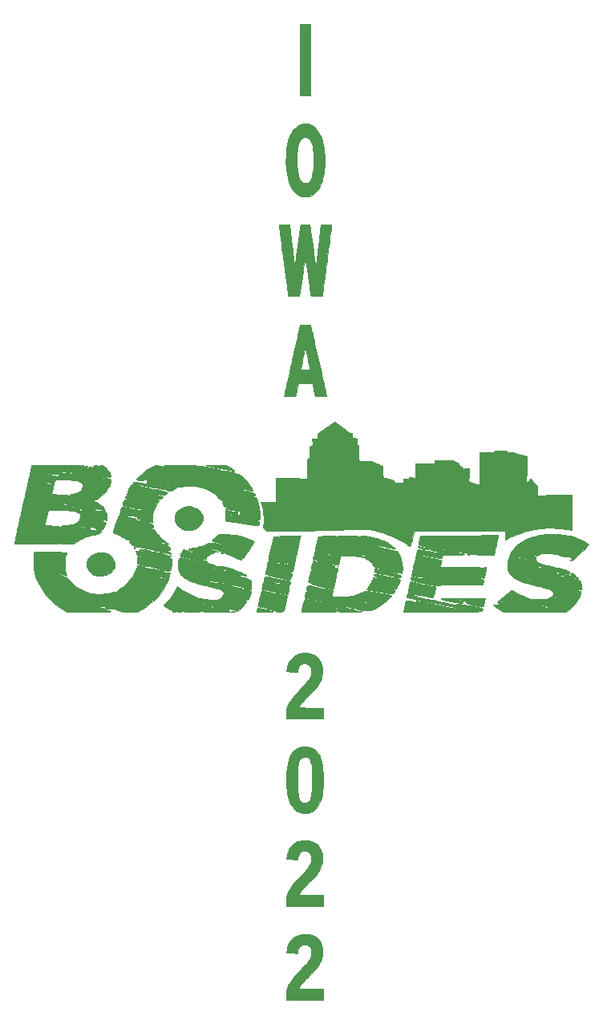
<source format=gbr>
%TF.GenerationSoftware,KiCad,Pcbnew,(6.99.0-1239-g6d82490b59-dirty)*%
%TF.CreationDate,2022-03-26T16:26:21-05:00*%
%TF.ProjectId,Layout,4c61796f-7574-42e6-9b69-6361645f7063,rev?*%
%TF.SameCoordinates,Original*%
%TF.FileFunction,Legend,Top*%
%TF.FilePolarity,Positive*%
%FSLAX46Y46*%
G04 Gerber Fmt 4.6, Leading zero omitted, Abs format (unit mm)*
G04 Created by KiCad (PCBNEW (6.99.0-1239-g6d82490b59-dirty)) date 2022-03-26 16:26:21*
%MOMM*%
%LPD*%
G01*
G04 APERTURE LIST*
%ADD10C,0.010000*%
G04 APERTURE END LIST*
%TO.C,G\u002A\u002A\u002A*%
G36*
X146733886Y-141805273D02*
G01*
X147026997Y-141850473D01*
X147291696Y-141926973D01*
X147527885Y-142034691D01*
X147735463Y-142173547D01*
X147914330Y-142343461D01*
X148064386Y-142544351D01*
X148185532Y-142776139D01*
X148277668Y-143038742D01*
X148281786Y-143053688D01*
X148300482Y-143125265D01*
X148314424Y-143188719D01*
X148324314Y-143252208D01*
X148330852Y-143323890D01*
X148334741Y-143411922D01*
X148336682Y-143524461D01*
X148337376Y-143669666D01*
X148337424Y-143700750D01*
X148336141Y-143886389D01*
X148330655Y-144039142D01*
X148319283Y-144168384D01*
X148300340Y-144283488D01*
X148272143Y-144393826D01*
X148233008Y-144508773D01*
X148181251Y-144637701D01*
X148160275Y-144686860D01*
X148107187Y-144805361D01*
X148052735Y-144915775D01*
X147994109Y-145021663D01*
X147928496Y-145126587D01*
X147853084Y-145234106D01*
X147765064Y-145347782D01*
X147661622Y-145471177D01*
X147539948Y-145607850D01*
X147397230Y-145761364D01*
X147230657Y-145935279D01*
X147037416Y-146133156D01*
X146941799Y-146230167D01*
X146795411Y-146379155D01*
X146654616Y-146523947D01*
X146522991Y-146660761D01*
X146404108Y-146785817D01*
X146301541Y-146895334D01*
X146218866Y-146985532D01*
X146159655Y-147052630D01*
X146131374Y-147087417D01*
X146077455Y-147165306D01*
X146021335Y-147255122D01*
X145967943Y-147347855D01*
X145922209Y-147434497D01*
X145889063Y-147506038D01*
X145873432Y-147553469D01*
X145872833Y-147559954D01*
X145883363Y-147565385D01*
X145916471Y-147570045D01*
X145974438Y-147573977D01*
X146059542Y-147577225D01*
X146174064Y-147579833D01*
X146320283Y-147581845D01*
X146500478Y-147583305D01*
X146716930Y-147584257D01*
X146971917Y-147584744D01*
X147164000Y-147584833D01*
X148455167Y-147584833D01*
X148455167Y-148727833D01*
X144518167Y-148727833D01*
X144518167Y-147736751D01*
X144593573Y-147560251D01*
X144697736Y-147333493D01*
X144815526Y-147110753D01*
X144949699Y-146888297D01*
X145103007Y-146662394D01*
X145278205Y-146429312D01*
X145478045Y-146185319D01*
X145705283Y-145926683D01*
X145962672Y-145649672D01*
X146136818Y-145468892D01*
X146358380Y-145237965D01*
X146549125Y-145030619D01*
X146711029Y-144843665D01*
X146846070Y-144673910D01*
X146956222Y-144518165D01*
X147043463Y-144373239D01*
X147109767Y-144235940D01*
X147157113Y-144103079D01*
X147187475Y-143971465D01*
X147202829Y-143837907D01*
X147205707Y-143743083D01*
X147190932Y-143543521D01*
X147147917Y-143364851D01*
X147078631Y-143210604D01*
X146985040Y-143084311D01*
X146869113Y-142989505D01*
X146756634Y-142937023D01*
X146654541Y-142914508D01*
X146530382Y-142903601D01*
X146402927Y-142904756D01*
X146290950Y-142918431D01*
X146263164Y-142925047D01*
X146118966Y-142986253D01*
X145995189Y-143084478D01*
X145891907Y-143219620D01*
X145809194Y-143391575D01*
X145747124Y-143600240D01*
X145732990Y-143667630D01*
X145717939Y-143743185D01*
X145705657Y-143799951D01*
X145698423Y-143827493D01*
X145697814Y-143828556D01*
X145676266Y-143828076D01*
X145618213Y-143824866D01*
X145529369Y-143819296D01*
X145415450Y-143811733D01*
X145282169Y-143802545D01*
X145163750Y-143794151D01*
X145016630Y-143783659D01*
X144882097Y-143774177D01*
X144766365Y-143766135D01*
X144675648Y-143759960D01*
X144616161Y-143756083D01*
X144595555Y-143754933D01*
X144573360Y-143749513D01*
X144564322Y-143728325D01*
X144566170Y-143681104D01*
X144570721Y-143642542D01*
X144592689Y-143505605D01*
X144624696Y-143351248D01*
X144663182Y-143193881D01*
X144704590Y-143047914D01*
X144745361Y-142927754D01*
X144750391Y-142914877D01*
X144872718Y-142658818D01*
X145022454Y-142434705D01*
X145198601Y-142243096D01*
X145400160Y-142084548D01*
X145626133Y-141959622D01*
X145875521Y-141868874D01*
X146147327Y-141812864D01*
X146440551Y-141792151D01*
X146733886Y-141805273D01*
G37*
D10*
X146733886Y-141805273D02*
X147026997Y-141850473D01*
X147291696Y-141926973D01*
X147527885Y-142034691D01*
X147735463Y-142173547D01*
X147914330Y-142343461D01*
X148064386Y-142544351D01*
X148185532Y-142776139D01*
X148277668Y-143038742D01*
X148281786Y-143053688D01*
X148300482Y-143125265D01*
X148314424Y-143188719D01*
X148324314Y-143252208D01*
X148330852Y-143323890D01*
X148334741Y-143411922D01*
X148336682Y-143524461D01*
X148337376Y-143669666D01*
X148337424Y-143700750D01*
X148336141Y-143886389D01*
X148330655Y-144039142D01*
X148319283Y-144168384D01*
X148300340Y-144283488D01*
X148272143Y-144393826D01*
X148233008Y-144508773D01*
X148181251Y-144637701D01*
X148160275Y-144686860D01*
X148107187Y-144805361D01*
X148052735Y-144915775D01*
X147994109Y-145021663D01*
X147928496Y-145126587D01*
X147853084Y-145234106D01*
X147765064Y-145347782D01*
X147661622Y-145471177D01*
X147539948Y-145607850D01*
X147397230Y-145761364D01*
X147230657Y-145935279D01*
X147037416Y-146133156D01*
X146941799Y-146230167D01*
X146795411Y-146379155D01*
X146654616Y-146523947D01*
X146522991Y-146660761D01*
X146404108Y-146785817D01*
X146301541Y-146895334D01*
X146218866Y-146985532D01*
X146159655Y-147052630D01*
X146131374Y-147087417D01*
X146077455Y-147165306D01*
X146021335Y-147255122D01*
X145967943Y-147347855D01*
X145922209Y-147434497D01*
X145889063Y-147506038D01*
X145873432Y-147553469D01*
X145872833Y-147559954D01*
X145883363Y-147565385D01*
X145916471Y-147570045D01*
X145974438Y-147573977D01*
X146059542Y-147577225D01*
X146174064Y-147579833D01*
X146320283Y-147581845D01*
X146500478Y-147583305D01*
X146716930Y-147584257D01*
X146971917Y-147584744D01*
X147164000Y-147584833D01*
X148455167Y-147584833D01*
X148455167Y-148727833D01*
X144518167Y-148727833D01*
X144518167Y-147736751D01*
X144593573Y-147560251D01*
X144697736Y-147333493D01*
X144815526Y-147110753D01*
X144949699Y-146888297D01*
X145103007Y-146662394D01*
X145278205Y-146429312D01*
X145478045Y-146185319D01*
X145705283Y-145926683D01*
X145962672Y-145649672D01*
X146136818Y-145468892D01*
X146358380Y-145237965D01*
X146549125Y-145030619D01*
X146711029Y-144843665D01*
X146846070Y-144673910D01*
X146956222Y-144518165D01*
X147043463Y-144373239D01*
X147109767Y-144235940D01*
X147157113Y-144103079D01*
X147187475Y-143971465D01*
X147202829Y-143837907D01*
X147205707Y-143743083D01*
X147190932Y-143543521D01*
X147147917Y-143364851D01*
X147078631Y-143210604D01*
X146985040Y-143084311D01*
X146869113Y-142989505D01*
X146756634Y-142937023D01*
X146654541Y-142914508D01*
X146530382Y-142903601D01*
X146402927Y-142904756D01*
X146290950Y-142918431D01*
X146263164Y-142925047D01*
X146118966Y-142986253D01*
X145995189Y-143084478D01*
X145891907Y-143219620D01*
X145809194Y-143391575D01*
X145747124Y-143600240D01*
X145732990Y-143667630D01*
X145717939Y-143743185D01*
X145705657Y-143799951D01*
X145698423Y-143827493D01*
X145697814Y-143828556D01*
X145676266Y-143828076D01*
X145618213Y-143824866D01*
X145529369Y-143819296D01*
X145415450Y-143811733D01*
X145282169Y-143802545D01*
X145163750Y-143794151D01*
X145016630Y-143783659D01*
X144882097Y-143774177D01*
X144766365Y-143766135D01*
X144675648Y-143759960D01*
X144616161Y-143756083D01*
X144595555Y-143754933D01*
X144573360Y-143749513D01*
X144564322Y-143728325D01*
X144566170Y-143681104D01*
X144570721Y-143642542D01*
X144592689Y-143505605D01*
X144624696Y-143351248D01*
X144663182Y-143193881D01*
X144704590Y-143047914D01*
X144745361Y-142927754D01*
X144750391Y-142914877D01*
X144872718Y-142658818D01*
X145022454Y-142434705D01*
X145198601Y-142243096D01*
X145400160Y-142084548D01*
X145626133Y-141959622D01*
X145875521Y-141868874D01*
X146147327Y-141812864D01*
X146440551Y-141792151D01*
X146733886Y-141805273D01*
G36*
X146613667Y-131908217D02*
G01*
X146894500Y-131936089D01*
X147143997Y-131987440D01*
X147366922Y-132063636D01*
X147568039Y-132166045D01*
X147615092Y-132195656D01*
X147806842Y-132346091D01*
X147973068Y-132528311D01*
X148111729Y-132738876D01*
X148220780Y-132974344D01*
X148298180Y-133231277D01*
X148329137Y-133398169D01*
X148341575Y-133524699D01*
X148347374Y-133675824D01*
X148346954Y-133840569D01*
X148340738Y-134007959D01*
X148329149Y-134167017D01*
X148312610Y-134306768D01*
X148291543Y-134416236D01*
X148289674Y-134423359D01*
X148195621Y-134708755D01*
X148071500Y-134985662D01*
X148017302Y-135085917D01*
X147953801Y-135193263D01*
X147887645Y-135295767D01*
X147815358Y-135397516D01*
X147733465Y-135502597D01*
X147638491Y-135615098D01*
X147526962Y-135739105D01*
X147395402Y-135878706D01*
X147240336Y-136037988D01*
X147058289Y-136221039D01*
X147018532Y-136260667D01*
X146815631Y-136463583D01*
X146640932Y-136640591D01*
X146491810Y-136794799D01*
X146365642Y-136929313D01*
X146259803Y-137047241D01*
X146171668Y-137151689D01*
X146098613Y-137245765D01*
X146038015Y-137332576D01*
X145987249Y-137415230D01*
X145943690Y-137496832D01*
X145905680Y-137578292D01*
X145852200Y-137700000D01*
X148455167Y-137700000D01*
X148455167Y-138821833D01*
X144518167Y-138821833D01*
X144518167Y-137851918D01*
X144593530Y-137675417D01*
X144694634Y-137453786D01*
X144806843Y-137238350D01*
X144933066Y-137025155D01*
X145076214Y-136810248D01*
X145239193Y-136589673D01*
X145424914Y-136359477D01*
X145636285Y-136115705D01*
X145876215Y-135854402D01*
X146121192Y-135598698D01*
X146344992Y-135365441D01*
X146538014Y-135155944D01*
X146702139Y-134967037D01*
X146839253Y-134795549D01*
X146951238Y-134638310D01*
X147039979Y-134492150D01*
X147107360Y-134353899D01*
X147155263Y-134220387D01*
X147185574Y-134088442D01*
X147200175Y-133954896D01*
X147200951Y-133816577D01*
X147199395Y-133784167D01*
X147173167Y-133575596D01*
X147120004Y-133399642D01*
X147039799Y-133256170D01*
X146932442Y-133145046D01*
X146797825Y-133066138D01*
X146635839Y-133019311D01*
X146569082Y-133010103D01*
X146425357Y-133010030D01*
X146278395Y-133035385D01*
X146144556Y-133082530D01*
X146077994Y-133119341D01*
X145975525Y-133210326D01*
X145885256Y-133338021D01*
X145809608Y-133497945D01*
X145751004Y-133685620D01*
X145736040Y-133751803D01*
X145718788Y-133831157D01*
X145703714Y-133893028D01*
X145693429Y-133926914D01*
X145691711Y-133930011D01*
X145669268Y-133930978D01*
X145611369Y-133929246D01*
X145524775Y-133925249D01*
X145416247Y-133919424D01*
X145292547Y-133912203D01*
X145160434Y-133904021D01*
X145026671Y-133895314D01*
X144898018Y-133886515D01*
X144781237Y-133878059D01*
X144683088Y-133870381D01*
X144610333Y-133863916D01*
X144569732Y-133859097D01*
X144563661Y-133857506D01*
X144561930Y-133832390D01*
X144568166Y-133774625D01*
X144580778Y-133692804D01*
X144598174Y-133595519D01*
X144618764Y-133491361D01*
X144640955Y-133388922D01*
X144663156Y-133296795D01*
X144676835Y-133246525D01*
X144777164Y-132965350D01*
X144905365Y-132715869D01*
X145060620Y-132498647D01*
X145242110Y-132314250D01*
X145449015Y-132163244D01*
X145680517Y-132046194D01*
X145935796Y-131963667D01*
X146214035Y-131916229D01*
X146514414Y-131904445D01*
X146613667Y-131908217D01*
G37*
X146613667Y-131908217D02*
X146894500Y-131936089D01*
X147143997Y-131987440D01*
X147366922Y-132063636D01*
X147568039Y-132166045D01*
X147615092Y-132195656D01*
X147806842Y-132346091D01*
X147973068Y-132528311D01*
X148111729Y-132738876D01*
X148220780Y-132974344D01*
X148298180Y-133231277D01*
X148329137Y-133398169D01*
X148341575Y-133524699D01*
X148347374Y-133675824D01*
X148346954Y-133840569D01*
X148340738Y-134007959D01*
X148329149Y-134167017D01*
X148312610Y-134306768D01*
X148291543Y-134416236D01*
X148289674Y-134423359D01*
X148195621Y-134708755D01*
X148071500Y-134985662D01*
X148017302Y-135085917D01*
X147953801Y-135193263D01*
X147887645Y-135295767D01*
X147815358Y-135397516D01*
X147733465Y-135502597D01*
X147638491Y-135615098D01*
X147526962Y-135739105D01*
X147395402Y-135878706D01*
X147240336Y-136037988D01*
X147058289Y-136221039D01*
X147018532Y-136260667D01*
X146815631Y-136463583D01*
X146640932Y-136640591D01*
X146491810Y-136794799D01*
X146365642Y-136929313D01*
X146259803Y-137047241D01*
X146171668Y-137151689D01*
X146098613Y-137245765D01*
X146038015Y-137332576D01*
X145987249Y-137415230D01*
X145943690Y-137496832D01*
X145905680Y-137578292D01*
X145852200Y-137700000D01*
X148455167Y-137700000D01*
X148455167Y-138821833D01*
X144518167Y-138821833D01*
X144518167Y-137851918D01*
X144593530Y-137675417D01*
X144694634Y-137453786D01*
X144806843Y-137238350D01*
X144933066Y-137025155D01*
X145076214Y-136810248D01*
X145239193Y-136589673D01*
X145424914Y-136359477D01*
X145636285Y-136115705D01*
X145876215Y-135854402D01*
X146121192Y-135598698D01*
X146344992Y-135365441D01*
X146538014Y-135155944D01*
X146702139Y-134967037D01*
X146839253Y-134795549D01*
X146951238Y-134638310D01*
X147039979Y-134492150D01*
X147107360Y-134353899D01*
X147155263Y-134220387D01*
X147185574Y-134088442D01*
X147200175Y-133954896D01*
X147200951Y-133816577D01*
X147199395Y-133784167D01*
X147173167Y-133575596D01*
X147120004Y-133399642D01*
X147039799Y-133256170D01*
X146932442Y-133145046D01*
X146797825Y-133066138D01*
X146635839Y-133019311D01*
X146569082Y-133010103D01*
X146425357Y-133010030D01*
X146278395Y-133035385D01*
X146144556Y-133082530D01*
X146077994Y-133119341D01*
X145975525Y-133210326D01*
X145885256Y-133338021D01*
X145809608Y-133497945D01*
X145751004Y-133685620D01*
X145736040Y-133751803D01*
X145718788Y-133831157D01*
X145703714Y-133893028D01*
X145693429Y-133926914D01*
X145691711Y-133930011D01*
X145669268Y-133930978D01*
X145611369Y-133929246D01*
X145524775Y-133925249D01*
X145416247Y-133919424D01*
X145292547Y-133912203D01*
X145160434Y-133904021D01*
X145026671Y-133895314D01*
X144898018Y-133886515D01*
X144781237Y-133878059D01*
X144683088Y-133870381D01*
X144610333Y-133863916D01*
X144569732Y-133859097D01*
X144563661Y-133857506D01*
X144561930Y-133832390D01*
X144568166Y-133774625D01*
X144580778Y-133692804D01*
X144598174Y-133595519D01*
X144618764Y-133491361D01*
X144640955Y-133388922D01*
X144663156Y-133296795D01*
X144676835Y-133246525D01*
X144777164Y-132965350D01*
X144905365Y-132715869D01*
X145060620Y-132498647D01*
X145242110Y-132314250D01*
X145449015Y-132163244D01*
X145680517Y-132046194D01*
X145935796Y-131963667D01*
X146214035Y-131916229D01*
X146514414Y-131904445D01*
X146613667Y-131908217D01*
G36*
X144575693Y-125016971D02*
G01*
X144579943Y-124824695D01*
X144586629Y-124656101D01*
X144596219Y-124504975D01*
X144609179Y-124365102D01*
X144625976Y-124230271D01*
X144647075Y-124094268D01*
X144672943Y-123950880D01*
X144698447Y-123821427D01*
X144780913Y-123477802D01*
X144881828Y-123171999D01*
X145001800Y-122903450D01*
X145141437Y-122671587D01*
X145301344Y-122475844D01*
X145482131Y-122315652D01*
X145684404Y-122190443D01*
X145908770Y-122099650D01*
X146155837Y-122042706D01*
X146426212Y-122019042D01*
X146623868Y-122021679D01*
X146798528Y-122035551D01*
X146947306Y-122060532D01*
X147086043Y-122100577D01*
X147230581Y-122159641D01*
X147291000Y-122188224D01*
X147385432Y-122238020D01*
X147466628Y-122291161D01*
X147547340Y-122357152D01*
X147640320Y-122445501D01*
X147652740Y-122457889D01*
X147778268Y-122594072D01*
X147882969Y-122733203D01*
X147974122Y-122886722D01*
X148059005Y-123066068D01*
X148094998Y-123153000D01*
X148183309Y-123403940D01*
X148258993Y-123685021D01*
X148322745Y-123999405D01*
X148375257Y-124350258D01*
X148395719Y-124523750D01*
X148405561Y-124643460D01*
X148413245Y-124797251D01*
X148418809Y-124977906D01*
X148422292Y-125178204D01*
X148423730Y-125390928D01*
X148423162Y-125608858D01*
X148420625Y-125824775D01*
X148416159Y-126031461D01*
X148409799Y-126221697D01*
X148401584Y-126388264D01*
X148391553Y-126523943D01*
X148384911Y-126585680D01*
X148324439Y-126982939D01*
X148248090Y-127341848D01*
X148155284Y-127663532D01*
X148045439Y-127949113D01*
X147917975Y-128199718D01*
X147772309Y-128416468D01*
X147607862Y-128600489D01*
X147424052Y-128752903D01*
X147220298Y-128874836D01*
X147195005Y-128887221D01*
X147021841Y-128953255D01*
X146822642Y-129000834D01*
X146610309Y-129028118D01*
X146397744Y-129033268D01*
X146249815Y-129021990D01*
X145997427Y-128970441D01*
X145765009Y-128881672D01*
X145552723Y-128755878D01*
X145360735Y-128593254D01*
X145189207Y-128393994D01*
X145038304Y-128158294D01*
X144908189Y-127886347D01*
X144799027Y-127578349D01*
X144710980Y-127234495D01*
X144699303Y-127178346D01*
X144668637Y-127021695D01*
X144643234Y-126878891D01*
X144622620Y-126743652D01*
X144606321Y-126609698D01*
X144593865Y-126470746D01*
X144584778Y-126320513D01*
X144578586Y-126152719D01*
X144574817Y-125961082D01*
X144572997Y-125739318D01*
X144572641Y-125497417D01*
X144573047Y-125361692D01*
X145690348Y-125361692D01*
X145690638Y-125660563D01*
X145696888Y-125960538D01*
X145701182Y-126081253D01*
X145715278Y-126376403D01*
X145732740Y-126633435D01*
X145754216Y-126856475D01*
X145780355Y-127049652D01*
X145811808Y-127217094D01*
X145849224Y-127362927D01*
X145893252Y-127491280D01*
X145939584Y-127596311D01*
X146023259Y-127733567D01*
X146122736Y-127833477D01*
X146242163Y-127898455D01*
X146385693Y-127930912D01*
X146522386Y-127935023D01*
X146616759Y-127929451D01*
X146684244Y-127918358D01*
X146740251Y-127897870D01*
X146797283Y-127865917D01*
X146892805Y-127791624D01*
X146976263Y-127693007D01*
X147048468Y-127567594D01*
X147110228Y-127412916D01*
X147162356Y-127226503D01*
X147205660Y-127005886D01*
X147240952Y-126748594D01*
X147269041Y-126452157D01*
X147271471Y-126420458D01*
X147277536Y-126310830D01*
X147282064Y-126168564D01*
X147285118Y-125999961D01*
X147286762Y-125811324D01*
X147287060Y-125608956D01*
X147286077Y-125399161D01*
X147283875Y-125188240D01*
X147280518Y-124982497D01*
X147276072Y-124788235D01*
X147270599Y-124611756D01*
X147264163Y-124459363D01*
X147256828Y-124337359D01*
X147249563Y-124259167D01*
X147212048Y-123999940D01*
X147167110Y-123779729D01*
X147113578Y-123595680D01*
X147050285Y-123444941D01*
X146976058Y-123324656D01*
X146889729Y-123231974D01*
X146803603Y-123171423D01*
X146740871Y-123138393D01*
X146686788Y-123118724D01*
X146626106Y-123109029D01*
X146543575Y-123105925D01*
X146507833Y-123105770D01*
X146349338Y-123118876D01*
X146214258Y-123159985D01*
X146099906Y-123231582D01*
X146003594Y-123336154D01*
X145922635Y-123476187D01*
X145854342Y-123654169D01*
X145831297Y-123731748D01*
X145797832Y-123879147D01*
X145768337Y-124063585D01*
X145743095Y-124279929D01*
X145722391Y-124523045D01*
X145706509Y-124787800D01*
X145695733Y-125069060D01*
X145690348Y-125361692D01*
X144573047Y-125361692D01*
X144573415Y-125239140D01*
X144575693Y-125016971D01*
G37*
X144575693Y-125016971D02*
X144579943Y-124824695D01*
X144586629Y-124656101D01*
X144596219Y-124504975D01*
X144609179Y-124365102D01*
X144625976Y-124230271D01*
X144647075Y-124094268D01*
X144672943Y-123950880D01*
X144698447Y-123821427D01*
X144780913Y-123477802D01*
X144881828Y-123171999D01*
X145001800Y-122903450D01*
X145141437Y-122671587D01*
X145301344Y-122475844D01*
X145482131Y-122315652D01*
X145684404Y-122190443D01*
X145908770Y-122099650D01*
X146155837Y-122042706D01*
X146426212Y-122019042D01*
X146623868Y-122021679D01*
X146798528Y-122035551D01*
X146947306Y-122060532D01*
X147086043Y-122100577D01*
X147230581Y-122159641D01*
X147291000Y-122188224D01*
X147385432Y-122238020D01*
X147466628Y-122291161D01*
X147547340Y-122357152D01*
X147640320Y-122445501D01*
X147652740Y-122457889D01*
X147778268Y-122594072D01*
X147882969Y-122733203D01*
X147974122Y-122886722D01*
X148059005Y-123066068D01*
X148094998Y-123153000D01*
X148183309Y-123403940D01*
X148258993Y-123685021D01*
X148322745Y-123999405D01*
X148375257Y-124350258D01*
X148395719Y-124523750D01*
X148405561Y-124643460D01*
X148413245Y-124797251D01*
X148418809Y-124977906D01*
X148422292Y-125178204D01*
X148423730Y-125390928D01*
X148423162Y-125608858D01*
X148420625Y-125824775D01*
X148416159Y-126031461D01*
X148409799Y-126221697D01*
X148401584Y-126388264D01*
X148391553Y-126523943D01*
X148384911Y-126585680D01*
X148324439Y-126982939D01*
X148248090Y-127341848D01*
X148155284Y-127663532D01*
X148045439Y-127949113D01*
X147917975Y-128199718D01*
X147772309Y-128416468D01*
X147607862Y-128600489D01*
X147424052Y-128752903D01*
X147220298Y-128874836D01*
X147195005Y-128887221D01*
X147021841Y-128953255D01*
X146822642Y-129000834D01*
X146610309Y-129028118D01*
X146397744Y-129033268D01*
X146249815Y-129021990D01*
X145997427Y-128970441D01*
X145765009Y-128881672D01*
X145552723Y-128755878D01*
X145360735Y-128593254D01*
X145189207Y-128393994D01*
X145038304Y-128158294D01*
X144908189Y-127886347D01*
X144799027Y-127578349D01*
X144710980Y-127234495D01*
X144699303Y-127178346D01*
X144668637Y-127021695D01*
X144643234Y-126878891D01*
X144622620Y-126743652D01*
X144606321Y-126609698D01*
X144593865Y-126470746D01*
X144584778Y-126320513D01*
X144578586Y-126152719D01*
X144574817Y-125961082D01*
X144572997Y-125739318D01*
X144572641Y-125497417D01*
X144573047Y-125361692D01*
X145690348Y-125361692D01*
X145690638Y-125660563D01*
X145696888Y-125960538D01*
X145701182Y-126081253D01*
X145715278Y-126376403D01*
X145732740Y-126633435D01*
X145754216Y-126856475D01*
X145780355Y-127049652D01*
X145811808Y-127217094D01*
X145849224Y-127362927D01*
X145893252Y-127491280D01*
X145939584Y-127596311D01*
X146023259Y-127733567D01*
X146122736Y-127833477D01*
X146242163Y-127898455D01*
X146385693Y-127930912D01*
X146522386Y-127935023D01*
X146616759Y-127929451D01*
X146684244Y-127918358D01*
X146740251Y-127897870D01*
X146797283Y-127865917D01*
X146892805Y-127791624D01*
X146976263Y-127693007D01*
X147048468Y-127567594D01*
X147110228Y-127412916D01*
X147162356Y-127226503D01*
X147205660Y-127005886D01*
X147240952Y-126748594D01*
X147269041Y-126452157D01*
X147271471Y-126420458D01*
X147277536Y-126310830D01*
X147282064Y-126168564D01*
X147285118Y-125999961D01*
X147286762Y-125811324D01*
X147287060Y-125608956D01*
X147286077Y-125399161D01*
X147283875Y-125188240D01*
X147280518Y-124982497D01*
X147276072Y-124788235D01*
X147270599Y-124611756D01*
X147264163Y-124459363D01*
X147256828Y-124337359D01*
X147249563Y-124259167D01*
X147212048Y-123999940D01*
X147167110Y-123779729D01*
X147113578Y-123595680D01*
X147050285Y-123444941D01*
X146976058Y-123324656D01*
X146889729Y-123231974D01*
X146803603Y-123171423D01*
X146740871Y-123138393D01*
X146686788Y-123118724D01*
X146626106Y-123109029D01*
X146543575Y-123105925D01*
X146507833Y-123105770D01*
X146349338Y-123118876D01*
X146214258Y-123159985D01*
X146099906Y-123231582D01*
X146003594Y-123336154D01*
X145922635Y-123476187D01*
X145854342Y-123654169D01*
X145831297Y-123731748D01*
X145797832Y-123879147D01*
X145768337Y-124063585D01*
X145743095Y-124279929D01*
X145722391Y-124523045D01*
X145706509Y-124787800D01*
X145695733Y-125069060D01*
X145690348Y-125361692D01*
X144573047Y-125361692D01*
X144573415Y-125239140D01*
X144575693Y-125016971D01*
G36*
X146627743Y-112142656D02*
G01*
X146745614Y-112144266D01*
X146838229Y-112148122D01*
X146914121Y-112154874D01*
X146981825Y-112165174D01*
X147049873Y-112179675D01*
X147089917Y-112189520D01*
X147346963Y-112274137D01*
X147576273Y-112390589D01*
X147777550Y-112538642D01*
X147950497Y-112718059D01*
X148094817Y-112928605D01*
X148148783Y-113030250D01*
X148215174Y-113178370D01*
X148265150Y-113321860D01*
X148301000Y-113471220D01*
X148325013Y-113636951D01*
X148339477Y-113829555D01*
X148343314Y-113922733D01*
X148344865Y-114178846D01*
X148329833Y-114405446D01*
X148296147Y-114612787D01*
X148241738Y-114811124D01*
X148164537Y-115010710D01*
X148093250Y-115161795D01*
X148033297Y-115276851D01*
X147971549Y-115385346D01*
X147905004Y-115490910D01*
X147830661Y-115597174D01*
X147745519Y-115707768D01*
X147646575Y-115826323D01*
X147530829Y-115956471D01*
X147395280Y-116101841D01*
X147236926Y-116266066D01*
X147052765Y-116452775D01*
X146898241Y-116607417D01*
X146757661Y-116748464D01*
X146622530Y-116885803D01*
X146496711Y-117015380D01*
X146384071Y-117133139D01*
X146288477Y-117235024D01*
X146213793Y-117316980D01*
X146163885Y-117374952D01*
X146151676Y-117390583D01*
X146099437Y-117465887D01*
X146043354Y-117554234D01*
X145988263Y-117647037D01*
X145938995Y-117735709D01*
X145900386Y-117811664D01*
X145877268Y-117866315D01*
X145872833Y-117885940D01*
X145887145Y-117891181D01*
X145931153Y-117895689D01*
X146006462Y-117899494D01*
X146114677Y-117902624D01*
X146257405Y-117905108D01*
X146436252Y-117906975D01*
X146652824Y-117908253D01*
X146908726Y-117908973D01*
X147164000Y-117909167D01*
X148455167Y-117909167D01*
X148455167Y-119052167D01*
X144518167Y-119052167D01*
X144518167Y-118566117D01*
X144518213Y-118403924D01*
X144519553Y-118275787D01*
X144523984Y-118173433D01*
X144533305Y-118088589D01*
X144549315Y-118012979D01*
X144573812Y-117938331D01*
X144608595Y-117856371D01*
X144655462Y-117758825D01*
X144716213Y-117637419D01*
X144722988Y-117623910D01*
X144817210Y-117445065D01*
X144919414Y-117269805D01*
X145032453Y-117094491D01*
X145159180Y-116915484D01*
X145302445Y-116729145D01*
X145465101Y-116531837D01*
X145650001Y-116319920D01*
X145859995Y-116089755D01*
X146097936Y-115837704D01*
X146232456Y-115698019D01*
X146443243Y-115476165D01*
X146622973Y-115277100D01*
X146773806Y-115097371D01*
X146897902Y-114933524D01*
X146997422Y-114782106D01*
X147074526Y-114639663D01*
X147131376Y-114502744D01*
X147170131Y-114367893D01*
X147192953Y-114231657D01*
X147199658Y-114152083D01*
X147197319Y-113941197D01*
X147165910Y-113752909D01*
X147106777Y-113589796D01*
X147021263Y-113454434D01*
X146910713Y-113349397D01*
X146776473Y-113277261D01*
X146735891Y-113263626D01*
X146605426Y-113238861D01*
X146458254Y-113232967D01*
X146315258Y-113245958D01*
X146238565Y-113263292D01*
X146130897Y-113312854D01*
X146023687Y-113392974D01*
X145928738Y-113493425D01*
X145867959Y-113584431D01*
X145828897Y-113671158D01*
X145788742Y-113785679D01*
X145751848Y-113913807D01*
X145722567Y-114041353D01*
X145714912Y-114083292D01*
X145700383Y-114134014D01*
X145681002Y-114160618D01*
X145676082Y-114161819D01*
X145620135Y-114159020D01*
X145535153Y-114153588D01*
X145427887Y-114146061D01*
X145305088Y-114136979D01*
X145173505Y-114126881D01*
X145039890Y-114116304D01*
X144910992Y-114105788D01*
X144793564Y-114095872D01*
X144694354Y-114087094D01*
X144620114Y-114079993D01*
X144577593Y-114075109D01*
X144570161Y-114073550D01*
X144566751Y-114046416D01*
X144571430Y-113986468D01*
X144582836Y-113902157D01*
X144599601Y-113801933D01*
X144620362Y-113694247D01*
X144643752Y-113587550D01*
X144658199Y-113528615D01*
X144691614Y-113418786D01*
X144738675Y-113290379D01*
X144792372Y-113161768D01*
X144824074Y-113093750D01*
X144956085Y-112859838D01*
X145106780Y-112662307D01*
X145279952Y-112497911D01*
X145479389Y-112363404D01*
X145708882Y-112255540D01*
X145866555Y-112201040D01*
X145933250Y-112181369D01*
X145991980Y-112166785D01*
X146050935Y-112156504D01*
X146118304Y-112149742D01*
X146202274Y-112145713D01*
X146311035Y-112143634D01*
X146452776Y-112142720D01*
X146476083Y-112142639D01*
X146627743Y-112142656D01*
G37*
X146627743Y-112142656D02*
X146745614Y-112144266D01*
X146838229Y-112148122D01*
X146914121Y-112154874D01*
X146981825Y-112165174D01*
X147049873Y-112179675D01*
X147089917Y-112189520D01*
X147346963Y-112274137D01*
X147576273Y-112390589D01*
X147777550Y-112538642D01*
X147950497Y-112718059D01*
X148094817Y-112928605D01*
X148148783Y-113030250D01*
X148215174Y-113178370D01*
X148265150Y-113321860D01*
X148301000Y-113471220D01*
X148325013Y-113636951D01*
X148339477Y-113829555D01*
X148343314Y-113922733D01*
X148344865Y-114178846D01*
X148329833Y-114405446D01*
X148296147Y-114612787D01*
X148241738Y-114811124D01*
X148164537Y-115010710D01*
X148093250Y-115161795D01*
X148033297Y-115276851D01*
X147971549Y-115385346D01*
X147905004Y-115490910D01*
X147830661Y-115597174D01*
X147745519Y-115707768D01*
X147646575Y-115826323D01*
X147530829Y-115956471D01*
X147395280Y-116101841D01*
X147236926Y-116266066D01*
X147052765Y-116452775D01*
X146898241Y-116607417D01*
X146757661Y-116748464D01*
X146622530Y-116885803D01*
X146496711Y-117015380D01*
X146384071Y-117133139D01*
X146288477Y-117235024D01*
X146213793Y-117316980D01*
X146163885Y-117374952D01*
X146151676Y-117390583D01*
X146099437Y-117465887D01*
X146043354Y-117554234D01*
X145988263Y-117647037D01*
X145938995Y-117735709D01*
X145900386Y-117811664D01*
X145877268Y-117866315D01*
X145872833Y-117885940D01*
X145887145Y-117891181D01*
X145931153Y-117895689D01*
X146006462Y-117899494D01*
X146114677Y-117902624D01*
X146257405Y-117905108D01*
X146436252Y-117906975D01*
X146652824Y-117908253D01*
X146908726Y-117908973D01*
X147164000Y-117909167D01*
X148455167Y-117909167D01*
X148455167Y-119052167D01*
X144518167Y-119052167D01*
X144518167Y-118566117D01*
X144518213Y-118403924D01*
X144519553Y-118275787D01*
X144523984Y-118173433D01*
X144533305Y-118088589D01*
X144549315Y-118012979D01*
X144573812Y-117938331D01*
X144608595Y-117856371D01*
X144655462Y-117758825D01*
X144716213Y-117637419D01*
X144722988Y-117623910D01*
X144817210Y-117445065D01*
X144919414Y-117269805D01*
X145032453Y-117094491D01*
X145159180Y-116915484D01*
X145302445Y-116729145D01*
X145465101Y-116531837D01*
X145650001Y-116319920D01*
X145859995Y-116089755D01*
X146097936Y-115837704D01*
X146232456Y-115698019D01*
X146443243Y-115476165D01*
X146622973Y-115277100D01*
X146773806Y-115097371D01*
X146897902Y-114933524D01*
X146997422Y-114782106D01*
X147074526Y-114639663D01*
X147131376Y-114502744D01*
X147170131Y-114367893D01*
X147192953Y-114231657D01*
X147199658Y-114152083D01*
X147197319Y-113941197D01*
X147165910Y-113752909D01*
X147106777Y-113589796D01*
X147021263Y-113454434D01*
X146910713Y-113349397D01*
X146776473Y-113277261D01*
X146735891Y-113263626D01*
X146605426Y-113238861D01*
X146458254Y-113232967D01*
X146315258Y-113245958D01*
X146238565Y-113263292D01*
X146130897Y-113312854D01*
X146023687Y-113392974D01*
X145928738Y-113493425D01*
X145867959Y-113584431D01*
X145828897Y-113671158D01*
X145788742Y-113785679D01*
X145751848Y-113913807D01*
X145722567Y-114041353D01*
X145714912Y-114083292D01*
X145700383Y-114134014D01*
X145681002Y-114160618D01*
X145676082Y-114161819D01*
X145620135Y-114159020D01*
X145535153Y-114153588D01*
X145427887Y-114146061D01*
X145305088Y-114136979D01*
X145173505Y-114126881D01*
X145039890Y-114116304D01*
X144910992Y-114105788D01*
X144793564Y-114095872D01*
X144694354Y-114087094D01*
X144620114Y-114079993D01*
X144577593Y-114075109D01*
X144570161Y-114073550D01*
X144566751Y-114046416D01*
X144571430Y-113986468D01*
X144582836Y-113902157D01*
X144599601Y-113801933D01*
X144620362Y-113694247D01*
X144643752Y-113587550D01*
X144658199Y-113528615D01*
X144691614Y-113418786D01*
X144738675Y-113290379D01*
X144792372Y-113161768D01*
X144824074Y-113093750D01*
X144956085Y-112859838D01*
X145106780Y-112662307D01*
X145279952Y-112497911D01*
X145479389Y-112363404D01*
X145708882Y-112255540D01*
X145866555Y-112201040D01*
X145933250Y-112181369D01*
X145991980Y-112166785D01*
X146050935Y-112156504D01*
X146118304Y-112149742D01*
X146202274Y-112145713D01*
X146311035Y-112143634D01*
X146452776Y-112142720D01*
X146476083Y-112142639D01*
X146627743Y-112142656D01*
G36*
X119094596Y-101463569D02*
G01*
X119405780Y-101464314D01*
X119703844Y-101466019D01*
X119986065Y-101468616D01*
X120249719Y-101472040D01*
X120492083Y-101476224D01*
X120710433Y-101481101D01*
X120902045Y-101486605D01*
X121064196Y-101492669D01*
X121194161Y-101499225D01*
X121289218Y-101506209D01*
X121346643Y-101513552D01*
X121363202Y-101519069D01*
X121362793Y-101544758D01*
X121347562Y-101599995D01*
X121320301Y-101675831D01*
X121294893Y-101737929D01*
X121246209Y-101861814D01*
X121208572Y-101984034D01*
X121180778Y-102112506D01*
X121161623Y-102255143D01*
X121149905Y-102419860D01*
X121144420Y-102614572D01*
X121143628Y-102732667D01*
X121146089Y-102958789D01*
X121154556Y-103149569D01*
X121169790Y-103311670D01*
X121192555Y-103451756D01*
X121223613Y-103576491D01*
X121248941Y-103653417D01*
X121293182Y-103779184D01*
X121322117Y-103870163D01*
X121336873Y-103930576D01*
X121338578Y-103964650D01*
X121334377Y-103973679D01*
X121310409Y-103971938D01*
X121254074Y-103957420D01*
X121172612Y-103932291D01*
X121073262Y-103898717D01*
X121017973Y-103879017D01*
X120906040Y-103839323D01*
X120802354Y-103804140D01*
X120716137Y-103776484D01*
X120656614Y-103759372D01*
X120642167Y-103756122D01*
X120568083Y-103742568D01*
X120620949Y-103800185D01*
X120693730Y-103863537D01*
X120792912Y-103928694D01*
X120903840Y-103987140D01*
X121011857Y-104030360D01*
X121023167Y-104033890D01*
X121162155Y-104082883D01*
X121288937Y-104144261D01*
X121410309Y-104222972D01*
X121533066Y-104323963D01*
X121664005Y-104452184D01*
X121795750Y-104596417D01*
X122078715Y-104887037D01*
X122385115Y-105142651D01*
X122713636Y-105362600D01*
X123062967Y-105546226D01*
X123431794Y-105692871D01*
X123818806Y-105801874D01*
X124222689Y-105872578D01*
X124369675Y-105888324D01*
X124589334Y-105900629D01*
X124832486Y-105901411D01*
X125088076Y-105891501D01*
X125345050Y-105871731D01*
X125592352Y-105842931D01*
X125818928Y-105805933D01*
X125997333Y-105765958D01*
X126100475Y-105738878D01*
X126203405Y-105711981D01*
X126289157Y-105689695D01*
X126314833Y-105683068D01*
X126400314Y-105666912D01*
X126502758Y-105655680D01*
X126580070Y-105652218D01*
X126686031Y-105647751D01*
X126750653Y-105635793D01*
X126774285Y-105616201D01*
X126757279Y-105588829D01*
X126749446Y-105582709D01*
X126721520Y-105555778D01*
X126727760Y-105529550D01*
X126738348Y-105515865D01*
X126769163Y-105487948D01*
X126825454Y-105444722D01*
X126897113Y-105393807D01*
X126928049Y-105372840D01*
X127258738Y-105129855D01*
X127577270Y-104852645D01*
X127875881Y-104549021D01*
X128146805Y-104226793D01*
X128352030Y-103940310D01*
X128463618Y-103761577D01*
X128558645Y-103586606D01*
X128643889Y-103401526D01*
X128726128Y-103192467D01*
X128750782Y-103124250D01*
X128785172Y-103028038D01*
X128814345Y-102947417D01*
X128835466Y-102890154D01*
X128845699Y-102864012D01*
X128846086Y-102863298D01*
X128868488Y-102863023D01*
X128923871Y-102869723D01*
X129003746Y-102881866D01*
X129099627Y-102897917D01*
X129203025Y-102916343D01*
X129305452Y-102935609D01*
X129398419Y-102954182D01*
X129473439Y-102970527D01*
X129522024Y-102983112D01*
X129533886Y-102987587D01*
X129564306Y-103017361D01*
X129566239Y-103041164D01*
X129571548Y-103080106D01*
X129617153Y-103115846D01*
X129701098Y-103147851D01*
X129821429Y-103175586D01*
X129976192Y-103198516D01*
X130163432Y-103216108D01*
X130220083Y-103219922D01*
X130341681Y-103227532D01*
X130438538Y-103234218D01*
X130519334Y-103241279D01*
X130592749Y-103250013D01*
X130667463Y-103261717D01*
X130752157Y-103277690D01*
X130855510Y-103299229D01*
X130986204Y-103327632D01*
X131084214Y-103349136D01*
X131246304Y-103385448D01*
X131371778Y-103415689D01*
X131465616Y-103441662D01*
X131532796Y-103465170D01*
X131578296Y-103488018D01*
X131607096Y-103512007D01*
X131624174Y-103538942D01*
X131626959Y-103545723D01*
X131652036Y-103582920D01*
X131700855Y-103610970D01*
X131759116Y-103629982D01*
X131900119Y-103663740D01*
X132009310Y-103677130D01*
X132091686Y-103670694D01*
X132104112Y-103667454D01*
X132176537Y-103657969D01*
X132229111Y-103672098D01*
X132257066Y-103702426D01*
X132255632Y-103741540D01*
X132220042Y-103782023D01*
X132189257Y-103799845D01*
X132142749Y-103823570D01*
X132129690Y-103841008D01*
X132145216Y-103863878D01*
X132157507Y-103876340D01*
X132189801Y-103935627D01*
X132193745Y-104010034D01*
X132173926Y-104088378D01*
X132134930Y-104159472D01*
X132081344Y-104212132D01*
X132017754Y-104235172D01*
X132010269Y-104235418D01*
X131969923Y-104230030D01*
X131898333Y-104215351D01*
X131805019Y-104193513D01*
X131699500Y-104166647D01*
X131680583Y-104161613D01*
X131497977Y-104117827D01*
X131350623Y-104093669D01*
X131239018Y-104089136D01*
X131163664Y-104104225D01*
X131125058Y-104138932D01*
X131119667Y-104165650D01*
X131134226Y-104181963D01*
X131181241Y-104190788D01*
X131255486Y-104193167D01*
X131326412Y-104196212D01*
X131378089Y-104204164D01*
X131398374Y-104214371D01*
X131422866Y-104230364D01*
X131481432Y-104248671D01*
X131565997Y-104267662D01*
X131668483Y-104285707D01*
X131780816Y-104301174D01*
X131876840Y-104310979D01*
X131958431Y-104319544D01*
X132022348Y-104329445D01*
X132058019Y-104338929D01*
X132061763Y-104341623D01*
X132063132Y-104378895D01*
X132043687Y-104447424D01*
X132005563Y-104542892D01*
X131950892Y-104660982D01*
X131881806Y-104797376D01*
X131800439Y-104947756D01*
X131708922Y-105107804D01*
X131609391Y-105273203D01*
X131571703Y-105333709D01*
X131410412Y-105583149D01*
X131259154Y-105800869D01*
X131111802Y-105994275D01*
X130962225Y-106170774D01*
X130804296Y-106337773D01*
X130631884Y-106502678D01*
X130525646Y-106597817D01*
X130185544Y-106885959D01*
X129859641Y-107140537D01*
X129542504Y-107365498D01*
X129228705Y-107564787D01*
X129061313Y-107661672D01*
X128954266Y-107720986D01*
X128875524Y-107762239D01*
X128816752Y-107788573D01*
X128769615Y-107803131D01*
X128725778Y-107809054D01*
X128676906Y-107809486D01*
X128669730Y-107809302D01*
X128616632Y-107807851D01*
X128528025Y-107805446D01*
X128410718Y-107802271D01*
X128271521Y-107798511D01*
X128117244Y-107794350D01*
X127954694Y-107789971D01*
X127942023Y-107789630D01*
X127708455Y-107782459D01*
X127513156Y-107774342D01*
X127352067Y-107764862D01*
X127221126Y-107753599D01*
X127116274Y-107740136D01*
X127033449Y-107724054D01*
X126968592Y-107704936D01*
X126921693Y-107684509D01*
X126845215Y-107653522D01*
X126760946Y-107631491D01*
X126745954Y-107629085D01*
X126648752Y-107599624D01*
X126575648Y-107555672D01*
X126529195Y-107519717D01*
X126498857Y-107498043D01*
X126493371Y-107495167D01*
X126470999Y-107492475D01*
X126417576Y-107485368D01*
X126343975Y-107475296D01*
X126332240Y-107473671D01*
X126257720Y-107465287D01*
X126152013Y-107456017D01*
X126026226Y-107446707D01*
X125891469Y-107438204D01*
X125806833Y-107433635D01*
X125683650Y-107426736D01*
X125573451Y-107419185D01*
X125483932Y-107411619D01*
X125422791Y-107404674D01*
X125399375Y-107399950D01*
X125366113Y-107373053D01*
X125369700Y-107342140D01*
X125407037Y-107317207D01*
X125426660Y-107311909D01*
X125473016Y-107294150D01*
X125479044Y-107271006D01*
X125445415Y-107247637D01*
X125417076Y-107238302D01*
X125353038Y-107225846D01*
X125266999Y-107215109D01*
X125172265Y-107207039D01*
X125082141Y-107202585D01*
X125009933Y-107202695D01*
X124974005Y-107206708D01*
X124935954Y-107225541D01*
X124932260Y-107259920D01*
X124932844Y-107262245D01*
X124934658Y-107289810D01*
X124913992Y-107301925D01*
X124862094Y-107304526D01*
X124807997Y-107300848D01*
X124724514Y-107290991D01*
X124623870Y-107276543D01*
X124536833Y-107262333D01*
X124416926Y-107241815D01*
X124333447Y-107228550D01*
X124281127Y-107222472D01*
X124254698Y-107223518D01*
X124248890Y-107231624D01*
X124258436Y-107246726D01*
X124269310Y-107259085D01*
X124324588Y-107296466D01*
X124412688Y-107328667D01*
X124524265Y-107354295D01*
X124649979Y-107371958D01*
X124780487Y-107380262D01*
X124906446Y-107377816D01*
X124996179Y-107367437D01*
X125075717Y-107354632D01*
X125124778Y-107350665D01*
X125154510Y-107356669D01*
X125176063Y-107373775D01*
X125187246Y-107386833D01*
X125227858Y-107418836D01*
X125301226Y-107459833D01*
X125399628Y-107506422D01*
X125515341Y-107555201D01*
X125640644Y-107602769D01*
X125767815Y-107645724D01*
X125792019Y-107653227D01*
X125872941Y-107679692D01*
X125935748Y-107703627D01*
X125971376Y-107721408D01*
X125976167Y-107726812D01*
X125958661Y-107746169D01*
X125928542Y-107760257D01*
X125901265Y-107762523D01*
X125834485Y-107764871D01*
X125731031Y-107767269D01*
X125593731Y-107769685D01*
X125425416Y-107772088D01*
X125228914Y-107774447D01*
X125007055Y-107776730D01*
X124762669Y-107778905D01*
X124498585Y-107780941D01*
X124217631Y-107782807D01*
X123922638Y-107784470D01*
X123635011Y-107785821D01*
X121389105Y-107795358D01*
X121105594Y-107621774D01*
X120700076Y-107362005D01*
X120332171Y-107101499D01*
X119997288Y-106836238D01*
X119690834Y-106562207D01*
X119408216Y-106275389D01*
X119144842Y-105971769D01*
X118984133Y-105766609D01*
X118696322Y-105352783D01*
X118449547Y-104929675D01*
X118243913Y-104497669D01*
X118079525Y-104057146D01*
X117956486Y-103608490D01*
X117874902Y-103152083D01*
X117834877Y-102688306D01*
X117836515Y-102217544D01*
X117879923Y-101740178D01*
X117880950Y-101732542D01*
X117917442Y-101462667D01*
X119094596Y-101463569D01*
G37*
X119094596Y-101463569D02*
X119405780Y-101464314D01*
X119703844Y-101466019D01*
X119986065Y-101468616D01*
X120249719Y-101472040D01*
X120492083Y-101476224D01*
X120710433Y-101481101D01*
X120902045Y-101486605D01*
X121064196Y-101492669D01*
X121194161Y-101499225D01*
X121289218Y-101506209D01*
X121346643Y-101513552D01*
X121363202Y-101519069D01*
X121362793Y-101544758D01*
X121347562Y-101599995D01*
X121320301Y-101675831D01*
X121294893Y-101737929D01*
X121246209Y-101861814D01*
X121208572Y-101984034D01*
X121180778Y-102112506D01*
X121161623Y-102255143D01*
X121149905Y-102419860D01*
X121144420Y-102614572D01*
X121143628Y-102732667D01*
X121146089Y-102958789D01*
X121154556Y-103149569D01*
X121169790Y-103311670D01*
X121192555Y-103451756D01*
X121223613Y-103576491D01*
X121248941Y-103653417D01*
X121293182Y-103779184D01*
X121322117Y-103870163D01*
X121336873Y-103930576D01*
X121338578Y-103964650D01*
X121334377Y-103973679D01*
X121310409Y-103971938D01*
X121254074Y-103957420D01*
X121172612Y-103932291D01*
X121073262Y-103898717D01*
X121017973Y-103879017D01*
X120906040Y-103839323D01*
X120802354Y-103804140D01*
X120716137Y-103776484D01*
X120656614Y-103759372D01*
X120642167Y-103756122D01*
X120568083Y-103742568D01*
X120620949Y-103800185D01*
X120693730Y-103863537D01*
X120792912Y-103928694D01*
X120903840Y-103987140D01*
X121011857Y-104030360D01*
X121023167Y-104033890D01*
X121162155Y-104082883D01*
X121288937Y-104144261D01*
X121410309Y-104222972D01*
X121533066Y-104323963D01*
X121664005Y-104452184D01*
X121795750Y-104596417D01*
X122078715Y-104887037D01*
X122385115Y-105142651D01*
X122713636Y-105362600D01*
X123062967Y-105546226D01*
X123431794Y-105692871D01*
X123818806Y-105801874D01*
X124222689Y-105872578D01*
X124369675Y-105888324D01*
X124589334Y-105900629D01*
X124832486Y-105901411D01*
X125088076Y-105891501D01*
X125345050Y-105871731D01*
X125592352Y-105842931D01*
X125818928Y-105805933D01*
X125997333Y-105765958D01*
X126100475Y-105738878D01*
X126203405Y-105711981D01*
X126289157Y-105689695D01*
X126314833Y-105683068D01*
X126400314Y-105666912D01*
X126502758Y-105655680D01*
X126580070Y-105652218D01*
X126686031Y-105647751D01*
X126750653Y-105635793D01*
X126774285Y-105616201D01*
X126757279Y-105588829D01*
X126749446Y-105582709D01*
X126721520Y-105555778D01*
X126727760Y-105529550D01*
X126738348Y-105515865D01*
X126769163Y-105487948D01*
X126825454Y-105444722D01*
X126897113Y-105393807D01*
X126928049Y-105372840D01*
X127258738Y-105129855D01*
X127577270Y-104852645D01*
X127875881Y-104549021D01*
X128146805Y-104226793D01*
X128352030Y-103940310D01*
X128463618Y-103761577D01*
X128558645Y-103586606D01*
X128643889Y-103401526D01*
X128726128Y-103192467D01*
X128750782Y-103124250D01*
X128785172Y-103028038D01*
X128814345Y-102947417D01*
X128835466Y-102890154D01*
X128845699Y-102864012D01*
X128846086Y-102863298D01*
X128868488Y-102863023D01*
X128923871Y-102869723D01*
X129003746Y-102881866D01*
X129099627Y-102897917D01*
X129203025Y-102916343D01*
X129305452Y-102935609D01*
X129398419Y-102954182D01*
X129473439Y-102970527D01*
X129522024Y-102983112D01*
X129533886Y-102987587D01*
X129564306Y-103017361D01*
X129566239Y-103041164D01*
X129571548Y-103080106D01*
X129617153Y-103115846D01*
X129701098Y-103147851D01*
X129821429Y-103175586D01*
X129976192Y-103198516D01*
X130163432Y-103216108D01*
X130220083Y-103219922D01*
X130341681Y-103227532D01*
X130438538Y-103234218D01*
X130519334Y-103241279D01*
X130592749Y-103250013D01*
X130667463Y-103261717D01*
X130752157Y-103277690D01*
X130855510Y-103299229D01*
X130986204Y-103327632D01*
X131084214Y-103349136D01*
X131246304Y-103385448D01*
X131371778Y-103415689D01*
X131465616Y-103441662D01*
X131532796Y-103465170D01*
X131578296Y-103488018D01*
X131607096Y-103512007D01*
X131624174Y-103538942D01*
X131626959Y-103545723D01*
X131652036Y-103582920D01*
X131700855Y-103610970D01*
X131759116Y-103629982D01*
X131900119Y-103663740D01*
X132009310Y-103677130D01*
X132091686Y-103670694D01*
X132104112Y-103667454D01*
X132176537Y-103657969D01*
X132229111Y-103672098D01*
X132257066Y-103702426D01*
X132255632Y-103741540D01*
X132220042Y-103782023D01*
X132189257Y-103799845D01*
X132142749Y-103823570D01*
X132129690Y-103841008D01*
X132145216Y-103863878D01*
X132157507Y-103876340D01*
X132189801Y-103935627D01*
X132193745Y-104010034D01*
X132173926Y-104088378D01*
X132134930Y-104159472D01*
X132081344Y-104212132D01*
X132017754Y-104235172D01*
X132010269Y-104235418D01*
X131969923Y-104230030D01*
X131898333Y-104215351D01*
X131805019Y-104193513D01*
X131699500Y-104166647D01*
X131680583Y-104161613D01*
X131497977Y-104117827D01*
X131350623Y-104093669D01*
X131239018Y-104089136D01*
X131163664Y-104104225D01*
X131125058Y-104138932D01*
X131119667Y-104165650D01*
X131134226Y-104181963D01*
X131181241Y-104190788D01*
X131255486Y-104193167D01*
X131326412Y-104196212D01*
X131378089Y-104204164D01*
X131398374Y-104214371D01*
X131422866Y-104230364D01*
X131481432Y-104248671D01*
X131565997Y-104267662D01*
X131668483Y-104285707D01*
X131780816Y-104301174D01*
X131876840Y-104310979D01*
X131958431Y-104319544D01*
X132022348Y-104329445D01*
X132058019Y-104338929D01*
X132061763Y-104341623D01*
X132063132Y-104378895D01*
X132043687Y-104447424D01*
X132005563Y-104542892D01*
X131950892Y-104660982D01*
X131881806Y-104797376D01*
X131800439Y-104947756D01*
X131708922Y-105107804D01*
X131609391Y-105273203D01*
X131571703Y-105333709D01*
X131410412Y-105583149D01*
X131259154Y-105800869D01*
X131111802Y-105994275D01*
X130962225Y-106170774D01*
X130804296Y-106337773D01*
X130631884Y-106502678D01*
X130525646Y-106597817D01*
X130185544Y-106885959D01*
X129859641Y-107140537D01*
X129542504Y-107365498D01*
X129228705Y-107564787D01*
X129061313Y-107661672D01*
X128954266Y-107720986D01*
X128875524Y-107762239D01*
X128816752Y-107788573D01*
X128769615Y-107803131D01*
X128725778Y-107809054D01*
X128676906Y-107809486D01*
X128669730Y-107809302D01*
X128616632Y-107807851D01*
X128528025Y-107805446D01*
X128410718Y-107802271D01*
X128271521Y-107798511D01*
X128117244Y-107794350D01*
X127954694Y-107789971D01*
X127942023Y-107789630D01*
X127708455Y-107782459D01*
X127513156Y-107774342D01*
X127352067Y-107764862D01*
X127221126Y-107753599D01*
X127116274Y-107740136D01*
X127033449Y-107724054D01*
X126968592Y-107704936D01*
X126921693Y-107684509D01*
X126845215Y-107653522D01*
X126760946Y-107631491D01*
X126745954Y-107629085D01*
X126648752Y-107599624D01*
X126575648Y-107555672D01*
X126529195Y-107519717D01*
X126498857Y-107498043D01*
X126493371Y-107495167D01*
X126470999Y-107492475D01*
X126417576Y-107485368D01*
X126343975Y-107475296D01*
X126332240Y-107473671D01*
X126257720Y-107465287D01*
X126152013Y-107456017D01*
X126026226Y-107446707D01*
X125891469Y-107438204D01*
X125806833Y-107433635D01*
X125683650Y-107426736D01*
X125573451Y-107419185D01*
X125483932Y-107411619D01*
X125422791Y-107404674D01*
X125399375Y-107399950D01*
X125366113Y-107373053D01*
X125369700Y-107342140D01*
X125407037Y-107317207D01*
X125426660Y-107311909D01*
X125473016Y-107294150D01*
X125479044Y-107271006D01*
X125445415Y-107247637D01*
X125417076Y-107238302D01*
X125353038Y-107225846D01*
X125266999Y-107215109D01*
X125172265Y-107207039D01*
X125082141Y-107202585D01*
X125009933Y-107202695D01*
X124974005Y-107206708D01*
X124935954Y-107225541D01*
X124932260Y-107259920D01*
X124932844Y-107262245D01*
X124934658Y-107289810D01*
X124913992Y-107301925D01*
X124862094Y-107304526D01*
X124807997Y-107300848D01*
X124724514Y-107290991D01*
X124623870Y-107276543D01*
X124536833Y-107262333D01*
X124416926Y-107241815D01*
X124333447Y-107228550D01*
X124281127Y-107222472D01*
X124254698Y-107223518D01*
X124248890Y-107231624D01*
X124258436Y-107246726D01*
X124269310Y-107259085D01*
X124324588Y-107296466D01*
X124412688Y-107328667D01*
X124524265Y-107354295D01*
X124649979Y-107371958D01*
X124780487Y-107380262D01*
X124906446Y-107377816D01*
X124996179Y-107367437D01*
X125075717Y-107354632D01*
X125124778Y-107350665D01*
X125154510Y-107356669D01*
X125176063Y-107373775D01*
X125187246Y-107386833D01*
X125227858Y-107418836D01*
X125301226Y-107459833D01*
X125399628Y-107506422D01*
X125515341Y-107555201D01*
X125640644Y-107602769D01*
X125767815Y-107645724D01*
X125792019Y-107653227D01*
X125872941Y-107679692D01*
X125935748Y-107703627D01*
X125971376Y-107721408D01*
X125976167Y-107726812D01*
X125958661Y-107746169D01*
X125928542Y-107760257D01*
X125901265Y-107762523D01*
X125834485Y-107764871D01*
X125731031Y-107767269D01*
X125593731Y-107769685D01*
X125425416Y-107772088D01*
X125228914Y-107774447D01*
X125007055Y-107776730D01*
X124762669Y-107778905D01*
X124498585Y-107780941D01*
X124217631Y-107782807D01*
X123922638Y-107784470D01*
X123635011Y-107785821D01*
X121389105Y-107795358D01*
X121105594Y-107621774D01*
X120700076Y-107362005D01*
X120332171Y-107101499D01*
X119997288Y-106836238D01*
X119690834Y-106562207D01*
X119408216Y-106275389D01*
X119144842Y-105971769D01*
X118984133Y-105766609D01*
X118696322Y-105352783D01*
X118449547Y-104929675D01*
X118243913Y-104497669D01*
X118079525Y-104057146D01*
X117956486Y-103608490D01*
X117874902Y-103152083D01*
X117834877Y-102688306D01*
X117836515Y-102217544D01*
X117879923Y-101740178D01*
X117880950Y-101732542D01*
X117917442Y-101462667D01*
X119094596Y-101463569D01*
G36*
X146165753Y-107571990D02*
G01*
X146166788Y-107566437D01*
X147085219Y-107566437D01*
X147089501Y-107579161D01*
X147120430Y-107596755D01*
X147158667Y-107588592D01*
X147179881Y-107563969D01*
X147172410Y-107536560D01*
X147141654Y-107521513D01*
X147106321Y-107525825D01*
X147096688Y-107532845D01*
X147085219Y-107566437D01*
X146166788Y-107566437D01*
X146176078Y-107516629D01*
X148719750Y-107516629D01*
X148846750Y-107555584D01*
X148921276Y-107574007D01*
X148970273Y-107577076D01*
X148988717Y-107565271D01*
X148975930Y-107543208D01*
X148949353Y-107535143D01*
X148893991Y-107527621D01*
X148841434Y-107523512D01*
X148719750Y-107516629D01*
X146176078Y-107516629D01*
X146184662Y-107470616D01*
X146201401Y-107391361D01*
X147172907Y-107391361D01*
X147174135Y-107401291D01*
X147208442Y-107426038D01*
X147216917Y-107431667D01*
X147277702Y-107464826D01*
X147318505Y-107472452D01*
X147320472Y-107469948D01*
X149704000Y-107469948D01*
X149715436Y-107518216D01*
X149748401Y-107531079D01*
X149765437Y-107526576D01*
X149805730Y-107516110D01*
X149867373Y-107504927D01*
X149888021Y-107501905D01*
X149960439Y-107485529D01*
X150001452Y-107462776D01*
X150007661Y-107437444D01*
X149975670Y-107413330D01*
X149969506Y-107410851D01*
X149893010Y-107393091D01*
X149817513Y-107393978D01*
X149753922Y-107411084D01*
X149713140Y-107441981D01*
X149704000Y-107469948D01*
X147320472Y-107469948D01*
X147333333Y-107453578D01*
X147314876Y-107426084D01*
X147269969Y-107402299D01*
X147214308Y-107389907D01*
X147202433Y-107389473D01*
X147172907Y-107391361D01*
X146201401Y-107391361D01*
X146210268Y-107349382D01*
X146230556Y-107261415D01*
X146804226Y-107261415D01*
X146821098Y-107280352D01*
X146825333Y-107283176D01*
X146865723Y-107295108D01*
X146932298Y-107301896D01*
X147009234Y-107303399D01*
X147080712Y-107299477D01*
X147130908Y-107289991D01*
X147139581Y-107285957D01*
X147148456Y-107269686D01*
X147120222Y-107251799D01*
X147099381Y-107243948D01*
X147025336Y-107226966D01*
X146943405Y-107221116D01*
X146870274Y-107226548D01*
X146825333Y-107241491D01*
X146804226Y-107261415D01*
X146230556Y-107261415D01*
X146240388Y-107218788D01*
X146262406Y-107129709D01*
X146311503Y-106939863D01*
X146353323Y-106787469D01*
X146389954Y-106668691D01*
X146423483Y-106579698D01*
X146455997Y-106516655D01*
X146489584Y-106475729D01*
X146526331Y-106453086D01*
X146568326Y-106444893D01*
X146617656Y-106447316D01*
X146632871Y-106449347D01*
X146671284Y-106456090D01*
X146747119Y-106470457D01*
X146856311Y-106491645D01*
X146994795Y-106518850D01*
X147158508Y-106551266D01*
X147343386Y-106588091D01*
X147545363Y-106628520D01*
X147760375Y-106671749D01*
X147926000Y-106705172D01*
X148177205Y-106755903D01*
X148441755Y-106809254D01*
X148711984Y-106863683D01*
X148980228Y-106917650D01*
X149238824Y-106969613D01*
X149480108Y-107018032D01*
X149696414Y-107061366D01*
X149880080Y-107098074D01*
X149905083Y-107103062D01*
X150145716Y-107151457D01*
X150348344Y-107193244D01*
X150516612Y-107229375D01*
X150654169Y-107260804D01*
X150764661Y-107288486D01*
X150851734Y-107313372D01*
X150919036Y-107336417D01*
X150970214Y-107358574D01*
X151008914Y-107380797D01*
X151031239Y-107397490D01*
X151101037Y-107448444D01*
X151181848Y-107491187D01*
X151285523Y-107531393D01*
X151363631Y-107556660D01*
X151566161Y-107609168D01*
X151788938Y-107650198D01*
X152012581Y-107676791D01*
X152210660Y-107685991D01*
X152340717Y-107689086D01*
X152433013Y-107697802D01*
X152486276Y-107711895D01*
X152499235Y-107731125D01*
X152493294Y-107739761D01*
X152459409Y-107752467D01*
X152387037Y-107763782D01*
X152280008Y-107773604D01*
X152142147Y-107781828D01*
X151977284Y-107788352D01*
X151789247Y-107793071D01*
X151581862Y-107795882D01*
X151358957Y-107796683D01*
X151124361Y-107795368D01*
X150881901Y-107791836D01*
X150709417Y-107787984D01*
X150533839Y-107783150D01*
X150394388Y-107778190D01*
X150284863Y-107772376D01*
X150199061Y-107764979D01*
X150130780Y-107755273D01*
X150073819Y-107742528D01*
X150021974Y-107726016D01*
X149969046Y-107705011D01*
X149956316Y-107699574D01*
X149883395Y-107673340D01*
X149780277Y-107642944D01*
X149658534Y-107611132D01*
X149529734Y-107580648D01*
X149405449Y-107554236D01*
X149297248Y-107534639D01*
X149219417Y-107524800D01*
X149079583Y-107514260D01*
X149159992Y-107558666D01*
X149215977Y-107583196D01*
X149299496Y-107612185D01*
X149396731Y-107641041D01*
X149448860Y-107654650D01*
X149544494Y-107679283D01*
X149630742Y-107703232D01*
X149695251Y-107722984D01*
X149717702Y-107731078D01*
X149778083Y-107755928D01*
X149714583Y-107771209D01*
X149684016Y-107773586D01*
X149614380Y-107775910D01*
X149508940Y-107778148D01*
X149370959Y-107780268D01*
X149203703Y-107782239D01*
X149010437Y-107784029D01*
X148794423Y-107785605D01*
X148558927Y-107786936D01*
X148307214Y-107787990D01*
X148042547Y-107788735D01*
X147896502Y-107788996D01*
X146141921Y-107791500D01*
X146155556Y-107644782D01*
X147628600Y-107644782D01*
X147635626Y-107664010D01*
X147638738Y-107664500D01*
X147659010Y-107651412D01*
X147681266Y-107631043D01*
X147702545Y-107596539D01*
X147698675Y-107572533D01*
X147675042Y-107571332D01*
X147659532Y-107581397D01*
X147638119Y-107611051D01*
X147628600Y-107644782D01*
X146155556Y-107644782D01*
X146155722Y-107643001D01*
X146165753Y-107571990D01*
G37*
X146165753Y-107571990D02*
X146166788Y-107566437D01*
X147085219Y-107566437D01*
X147089501Y-107579161D01*
X147120430Y-107596755D01*
X147158667Y-107588592D01*
X147179881Y-107563969D01*
X147172410Y-107536560D01*
X147141654Y-107521513D01*
X147106321Y-107525825D01*
X147096688Y-107532845D01*
X147085219Y-107566437D01*
X146166788Y-107566437D01*
X146176078Y-107516629D01*
X148719750Y-107516629D01*
X148846750Y-107555584D01*
X148921276Y-107574007D01*
X148970273Y-107577076D01*
X148988717Y-107565271D01*
X148975930Y-107543208D01*
X148949353Y-107535143D01*
X148893991Y-107527621D01*
X148841434Y-107523512D01*
X148719750Y-107516629D01*
X146176078Y-107516629D01*
X146184662Y-107470616D01*
X146201401Y-107391361D01*
X147172907Y-107391361D01*
X147174135Y-107401291D01*
X147208442Y-107426038D01*
X147216917Y-107431667D01*
X147277702Y-107464826D01*
X147318505Y-107472452D01*
X147320472Y-107469948D01*
X149704000Y-107469948D01*
X149715436Y-107518216D01*
X149748401Y-107531079D01*
X149765437Y-107526576D01*
X149805730Y-107516110D01*
X149867373Y-107504927D01*
X149888021Y-107501905D01*
X149960439Y-107485529D01*
X150001452Y-107462776D01*
X150007661Y-107437444D01*
X149975670Y-107413330D01*
X149969506Y-107410851D01*
X149893010Y-107393091D01*
X149817513Y-107393978D01*
X149753922Y-107411084D01*
X149713140Y-107441981D01*
X149704000Y-107469948D01*
X147320472Y-107469948D01*
X147333333Y-107453578D01*
X147314876Y-107426084D01*
X147269969Y-107402299D01*
X147214308Y-107389907D01*
X147202433Y-107389473D01*
X147172907Y-107391361D01*
X146201401Y-107391361D01*
X146210268Y-107349382D01*
X146230556Y-107261415D01*
X146804226Y-107261415D01*
X146821098Y-107280352D01*
X146825333Y-107283176D01*
X146865723Y-107295108D01*
X146932298Y-107301896D01*
X147009234Y-107303399D01*
X147080712Y-107299477D01*
X147130908Y-107289991D01*
X147139581Y-107285957D01*
X147148456Y-107269686D01*
X147120222Y-107251799D01*
X147099381Y-107243948D01*
X147025336Y-107226966D01*
X146943405Y-107221116D01*
X146870274Y-107226548D01*
X146825333Y-107241491D01*
X146804226Y-107261415D01*
X146230556Y-107261415D01*
X146240388Y-107218788D01*
X146262406Y-107129709D01*
X146311503Y-106939863D01*
X146353323Y-106787469D01*
X146389954Y-106668691D01*
X146423483Y-106579698D01*
X146455997Y-106516655D01*
X146489584Y-106475729D01*
X146526331Y-106453086D01*
X146568326Y-106444893D01*
X146617656Y-106447316D01*
X146632871Y-106449347D01*
X146671284Y-106456090D01*
X146747119Y-106470457D01*
X146856311Y-106491645D01*
X146994795Y-106518850D01*
X147158508Y-106551266D01*
X147343386Y-106588091D01*
X147545363Y-106628520D01*
X147760375Y-106671749D01*
X147926000Y-106705172D01*
X148177205Y-106755903D01*
X148441755Y-106809254D01*
X148711984Y-106863683D01*
X148980228Y-106917650D01*
X149238824Y-106969613D01*
X149480108Y-107018032D01*
X149696414Y-107061366D01*
X149880080Y-107098074D01*
X149905083Y-107103062D01*
X150145716Y-107151457D01*
X150348344Y-107193244D01*
X150516612Y-107229375D01*
X150654169Y-107260804D01*
X150764661Y-107288486D01*
X150851734Y-107313372D01*
X150919036Y-107336417D01*
X150970214Y-107358574D01*
X151008914Y-107380797D01*
X151031239Y-107397490D01*
X151101037Y-107448444D01*
X151181848Y-107491187D01*
X151285523Y-107531393D01*
X151363631Y-107556660D01*
X151566161Y-107609168D01*
X151788938Y-107650198D01*
X152012581Y-107676791D01*
X152210660Y-107685991D01*
X152340717Y-107689086D01*
X152433013Y-107697802D01*
X152486276Y-107711895D01*
X152499235Y-107731125D01*
X152493294Y-107739761D01*
X152459409Y-107752467D01*
X152387037Y-107763782D01*
X152280008Y-107773604D01*
X152142147Y-107781828D01*
X151977284Y-107788352D01*
X151789247Y-107793071D01*
X151581862Y-107795882D01*
X151358957Y-107796683D01*
X151124361Y-107795368D01*
X150881901Y-107791836D01*
X150709417Y-107787984D01*
X150533839Y-107783150D01*
X150394388Y-107778190D01*
X150284863Y-107772376D01*
X150199061Y-107764979D01*
X150130780Y-107755273D01*
X150073819Y-107742528D01*
X150021974Y-107726016D01*
X149969046Y-107705011D01*
X149956316Y-107699574D01*
X149883395Y-107673340D01*
X149780277Y-107642944D01*
X149658534Y-107611132D01*
X149529734Y-107580648D01*
X149405449Y-107554236D01*
X149297248Y-107534639D01*
X149219417Y-107524800D01*
X149079583Y-107514260D01*
X149159992Y-107558666D01*
X149215977Y-107583196D01*
X149299496Y-107612185D01*
X149396731Y-107641041D01*
X149448860Y-107654650D01*
X149544494Y-107679283D01*
X149630742Y-107703232D01*
X149695251Y-107722984D01*
X149717702Y-107731078D01*
X149778083Y-107755928D01*
X149714583Y-107771209D01*
X149684016Y-107773586D01*
X149614380Y-107775910D01*
X149508940Y-107778148D01*
X149370959Y-107780268D01*
X149203703Y-107782239D01*
X149010437Y-107784029D01*
X148794423Y-107785605D01*
X148558927Y-107786936D01*
X148307214Y-107787990D01*
X148042547Y-107788735D01*
X147896502Y-107788996D01*
X146141921Y-107791500D01*
X146155556Y-107644782D01*
X147628600Y-107644782D01*
X147635626Y-107664010D01*
X147638738Y-107664500D01*
X147659010Y-107651412D01*
X147681266Y-107631043D01*
X147702545Y-107596539D01*
X147698675Y-107572533D01*
X147675042Y-107571332D01*
X147659532Y-107581397D01*
X147638119Y-107611051D01*
X147628600Y-107644782D01*
X146155556Y-107644782D01*
X146155722Y-107643001D01*
X146165753Y-107571990D01*
G36*
X137734554Y-104681219D02*
G01*
X137450395Y-104629696D01*
X137271137Y-104599927D01*
X139364989Y-104599927D01*
X139365000Y-104617983D01*
X139403560Y-104648880D01*
X139466443Y-104670984D01*
X139522833Y-104677771D01*
X139553082Y-104676291D01*
X139552079Y-104667521D01*
X139517006Y-104646119D01*
X139501667Y-104637667D01*
X139442237Y-104610502D01*
X139393577Y-104597475D01*
X139364989Y-104599927D01*
X137271137Y-104599927D01*
X137187791Y-104586086D01*
X136952457Y-104551449D01*
X136750103Y-104526846D01*
X136686500Y-104520656D01*
X136563741Y-104509487D01*
X136450811Y-104498862D01*
X136356641Y-104489648D01*
X136290164Y-104482711D01*
X136266739Y-104479929D01*
X136221330Y-104475832D01*
X136210478Y-104483762D01*
X136224406Y-104504489D01*
X136273541Y-104543522D01*
X136346643Y-104580226D01*
X136425683Y-104606920D01*
X136486233Y-104616035D01*
X136546632Y-104626169D01*
X136616592Y-104650763D01*
X136633583Y-104658833D01*
X136683077Y-104679538D01*
X136740414Y-104692442D01*
X136816764Y-104699123D01*
X136923296Y-104701157D01*
X136933308Y-104701167D01*
X137096958Y-104706888D01*
X137288620Y-104722948D01*
X137497614Y-104747685D01*
X137713261Y-104779441D01*
X137924881Y-104816555D01*
X138121794Y-104857369D01*
X138293321Y-104900222D01*
X138377819Y-104925636D01*
X138517804Y-104968129D01*
X138697146Y-105017040D01*
X138913458Y-105071757D01*
X139164352Y-105131667D01*
X139321750Y-105167865D01*
X139519006Y-105214279D01*
X139675561Y-105254723D01*
X139792575Y-105289549D01*
X139871206Y-105319107D01*
X139912613Y-105343747D01*
X139916141Y-105347609D01*
X139965681Y-105385413D01*
X140046641Y-105409924D01*
X140162620Y-105421950D01*
X140253083Y-105423496D01*
X140430769Y-105432875D01*
X140575043Y-105464073D01*
X140689332Y-105518055D01*
X140745226Y-105562053D01*
X140788760Y-105606301D01*
X140809215Y-105643210D01*
X140812823Y-105690727D01*
X140808275Y-105743625D01*
X140794549Y-105814343D01*
X140767168Y-105912445D01*
X140730061Y-106026807D01*
X140687158Y-106146307D01*
X140642388Y-106259820D01*
X140599682Y-106356222D01*
X140574754Y-106404681D01*
X140533713Y-106463338D01*
X140488363Y-106508178D01*
X140474885Y-106516998D01*
X140412973Y-106533533D01*
X140316792Y-106537735D01*
X140192426Y-106530063D01*
X140045961Y-106510973D01*
X139883483Y-106480926D01*
X139824458Y-106468019D01*
X139787882Y-106467279D01*
X139776833Y-106478154D01*
X139796828Y-106494474D01*
X139853736Y-106517528D01*
X139942947Y-106545826D01*
X140059847Y-106577875D01*
X140168143Y-106604722D01*
X140266681Y-106638130D01*
X140327377Y-106681808D01*
X140348331Y-106734383D01*
X140348333Y-106734993D01*
X140333165Y-106766006D01*
X140292985Y-106814207D01*
X140235783Y-106870267D01*
X140222166Y-106882329D01*
X140150052Y-106952052D01*
X140096858Y-107017387D01*
X140073086Y-107061493D01*
X140047262Y-107111356D01*
X139997470Y-107173514D01*
X139921110Y-107250526D01*
X139815580Y-107344949D01*
X139678277Y-107459340D01*
X139623058Y-107503908D01*
X139416366Y-107669631D01*
X139072724Y-107573081D01*
X138930456Y-107534378D01*
X138784956Y-107497046D01*
X138643553Y-107462753D01*
X138513578Y-107433168D01*
X138402359Y-107409957D01*
X138317227Y-107394789D01*
X138265510Y-107389333D01*
X138265383Y-107389333D01*
X138234276Y-107395713D01*
X138241788Y-107413812D01*
X138286341Y-107442075D01*
X138348444Y-107471324D01*
X138418939Y-107505914D01*
X138457838Y-107533877D01*
X138462420Y-107552394D01*
X138432750Y-107558667D01*
X138405310Y-107565103D01*
X138409423Y-107585859D01*
X138446736Y-107623110D01*
X138518897Y-107679026D01*
X138530246Y-107687289D01*
X138659492Y-107780917D01*
X137434871Y-107786628D01*
X137123758Y-107787699D01*
X136852207Y-107787744D01*
X136617457Y-107786655D01*
X136416747Y-107784323D01*
X136247316Y-107780640D01*
X136106401Y-107775498D01*
X135991243Y-107768789D01*
X135899080Y-107760403D01*
X135827151Y-107750233D01*
X135772693Y-107738169D01*
X135732948Y-107724105D01*
X135723417Y-107719445D01*
X135630748Y-107689514D01*
X135541079Y-107694827D01*
X135474445Y-107727826D01*
X135447069Y-107745121D01*
X135410618Y-107757894D01*
X135357536Y-107767317D01*
X135280265Y-107774564D01*
X135171247Y-107780806D01*
X135117049Y-107783285D01*
X134972178Y-107787195D01*
X134806485Y-107787576D01*
X134626477Y-107784778D01*
X134438661Y-107779149D01*
X134249546Y-107771040D01*
X134065639Y-107760801D01*
X133893448Y-107748781D01*
X133739480Y-107735330D01*
X133610243Y-107720798D01*
X133512245Y-107705535D01*
X133465468Y-107694527D01*
X133435153Y-107699426D01*
X133423134Y-107732371D01*
X133416233Y-107757494D01*
X133398125Y-107772688D01*
X133359459Y-107781099D01*
X133290883Y-107785878D01*
X133260297Y-107787186D01*
X133162475Y-107787611D01*
X133090634Y-107778025D01*
X133029128Y-107756128D01*
X133020395Y-107751921D01*
X132967468Y-107727200D01*
X132936811Y-107721461D01*
X132912916Y-107734583D01*
X132895890Y-107750943D01*
X132846763Y-107776249D01*
X132771251Y-107789554D01*
X132683699Y-107790394D01*
X132598452Y-107778306D01*
X132548417Y-107762159D01*
X132486438Y-107717642D01*
X132440843Y-107642034D01*
X132427437Y-107605061D01*
X134640407Y-107605061D01*
X134654542Y-107632800D01*
X134654708Y-107633000D01*
X134683904Y-107659397D01*
X134696833Y-107664500D01*
X134722149Y-107650135D01*
X134727890Y-107644283D01*
X134877391Y-107644283D01*
X134891890Y-107671206D01*
X134933465Y-107695815D01*
X134986500Y-107718019D01*
X135016054Y-107725137D01*
X135037457Y-107718987D01*
X135052377Y-107709932D01*
X135064827Y-107686674D01*
X135041741Y-107661249D01*
X134989284Y-107638760D01*
X134956675Y-107630743D01*
X134899927Y-107628156D01*
X134877391Y-107644283D01*
X134727890Y-107644283D01*
X134738959Y-107633000D01*
X134753278Y-107605165D01*
X134731184Y-107588486D01*
X134730967Y-107588402D01*
X134681382Y-107583963D01*
X134662699Y-107588402D01*
X134640407Y-107605061D01*
X132427437Y-107605061D01*
X132424818Y-107597839D01*
X132398934Y-107569474D01*
X132348398Y-107542552D01*
X132332940Y-107537038D01*
X132224860Y-107493930D01*
X132096203Y-107429335D01*
X132034583Y-107393936D01*
X132821949Y-107393936D01*
X132829039Y-107406198D01*
X132876923Y-107428116D01*
X132909840Y-107440585D01*
X132978531Y-107460229D01*
X133045742Y-107470659D01*
X133099667Y-107471100D01*
X133128501Y-107460774D01*
X133130500Y-107455098D01*
X133119693Y-107438812D01*
X133812201Y-107438812D01*
X133840572Y-107464345D01*
X133892500Y-107479908D01*
X133967595Y-107490759D01*
X134007973Y-107489330D01*
X134019500Y-107476298D01*
X134001158Y-107454079D01*
X133956546Y-107431034D01*
X133901286Y-107412444D01*
X133850997Y-107403587D01*
X133821621Y-107409412D01*
X133812201Y-107438812D01*
X133119693Y-107438812D01*
X133116397Y-107433845D01*
X133071148Y-107416890D01*
X132990341Y-107402931D01*
X132963610Y-107399917D01*
X137109833Y-107399917D01*
X137120417Y-107410500D01*
X137131000Y-107399917D01*
X137120417Y-107389333D01*
X137109833Y-107399917D01*
X132963610Y-107399917D01*
X132931167Y-107396259D01*
X132855906Y-107390799D01*
X132821949Y-107393936D01*
X132034583Y-107393936D01*
X131957991Y-107349937D01*
X131862452Y-107288792D01*
X133197886Y-107288792D01*
X133201051Y-107334928D01*
X133224003Y-107344089D01*
X133264701Y-107315572D01*
X133267516Y-107312793D01*
X133292837Y-107271174D01*
X133282292Y-107240729D01*
X133245153Y-107230583D01*
X133211377Y-107245909D01*
X133197886Y-107288792D01*
X131862452Y-107288792D01*
X131821246Y-107262421D01*
X131696988Y-107173472D01*
X131678609Y-107158227D01*
X136404664Y-107158227D01*
X136404889Y-107179273D01*
X136440340Y-107194175D01*
X136495737Y-107198833D01*
X136568318Y-107210805D01*
X136621283Y-107242292D01*
X136643973Y-107286648D01*
X136644167Y-107291362D01*
X136663022Y-107335317D01*
X136711990Y-107362872D01*
X136752252Y-107368167D01*
X136792723Y-107362555D01*
X136801305Y-107339821D01*
X136798437Y-107325720D01*
X136800903Y-107276173D01*
X136813370Y-107251907D01*
X136829869Y-107211047D01*
X136827621Y-107189837D01*
X136795815Y-107159405D01*
X136733901Y-107135870D01*
X136653785Y-107120919D01*
X136567373Y-107116243D01*
X136486568Y-107123531D01*
X136443187Y-107135294D01*
X136404664Y-107158227D01*
X131678609Y-107158227D01*
X131597700Y-107091119D01*
X131604492Y-107070286D01*
X131618485Y-107052441D01*
X135977417Y-107052441D01*
X136051500Y-107091966D01*
X136111655Y-107116501D01*
X136148824Y-107112062D01*
X136151808Y-107109847D01*
X136168754Y-107081204D01*
X136166434Y-107069435D01*
X136139865Y-107057959D01*
X136087353Y-107051874D01*
X136066126Y-107051554D01*
X135977417Y-107052441D01*
X131618485Y-107052441D01*
X131638742Y-107026610D01*
X131673101Y-106989758D01*
X134950833Y-106989758D01*
X134966313Y-107006184D01*
X134998197Y-107005202D01*
X135024658Y-106987578D01*
X135024917Y-106987167D01*
X135030637Y-106952972D01*
X135009820Y-106936139D01*
X134980699Y-106946397D01*
X134955153Y-106976581D01*
X134950833Y-106989758D01*
X131673101Y-106989758D01*
X131696058Y-106965137D01*
X131771649Y-106891289D01*
X131949001Y-106710041D01*
X132034645Y-106610188D01*
X134789398Y-106610188D01*
X134797724Y-106617219D01*
X134842172Y-106632661D01*
X134917695Y-106655066D01*
X135019245Y-106682984D01*
X135141775Y-106714965D01*
X135241593Y-106740051D01*
X135389507Y-106777323D01*
X135532404Y-106814550D01*
X135662241Y-106849542D01*
X135770971Y-106880110D01*
X135850548Y-106904068D01*
X135876593Y-106912777D01*
X136001708Y-106947261D01*
X136110169Y-106952653D01*
X136202593Y-106932239D01*
X139578742Y-106932239D01*
X139605678Y-106956325D01*
X139618083Y-106964564D01*
X139670778Y-106994582D01*
X139701025Y-107004817D01*
X139703881Y-106995203D01*
X139674404Y-106965677D01*
X139673947Y-106965296D01*
X139627173Y-106935301D01*
X139589280Y-106923778D01*
X139578742Y-106932239D01*
X136202593Y-106932239D01*
X136215696Y-106929345D01*
X136233109Y-106923023D01*
X136270138Y-106904364D01*
X136278924Y-106890035D01*
X136255055Y-106882555D01*
X136197268Y-106869765D01*
X136113411Y-106853259D01*
X136011331Y-106834630D01*
X135974363Y-106828181D01*
X135836304Y-106802826D01*
X135683341Y-106772246D01*
X135535040Y-106740476D01*
X135421747Y-106714205D01*
X135273648Y-106679990D01*
X135185401Y-106661915D01*
X137651913Y-106661915D01*
X137674218Y-106679751D01*
X137680252Y-106683991D01*
X137735367Y-106715215D01*
X137805026Y-106745572D01*
X137870812Y-106767720D01*
X137907497Y-106774571D01*
X137944995Y-106768188D01*
X137986872Y-106754857D01*
X138006411Y-106744153D01*
X139692167Y-106744153D01*
X139708813Y-106767988D01*
X139747459Y-106775012D01*
X139791168Y-106765025D01*
X139817603Y-106745634D01*
X139831010Y-106715367D01*
X139818991Y-106701308D01*
X139778950Y-106693767D01*
X139732560Y-106704703D01*
X139698669Y-106727746D01*
X139692167Y-106744153D01*
X138006411Y-106744153D01*
X138026736Y-106733019D01*
X138041167Y-106713519D01*
X138021604Y-106692635D01*
X137969332Y-106673620D01*
X137893972Y-106658662D01*
X137805146Y-106649952D01*
X137755998Y-106648618D01*
X137686875Y-106649117D01*
X137654156Y-106652627D01*
X137651913Y-106661915D01*
X135185401Y-106661915D01*
X135132613Y-106651103D01*
X135005795Y-106628721D01*
X134900350Y-106614021D01*
X134823432Y-106608180D01*
X134789398Y-106610188D01*
X132034645Y-106610188D01*
X132049072Y-106593368D01*
X133159198Y-106593368D01*
X133199635Y-106604202D01*
X133246917Y-106606167D01*
X133303734Y-106602972D01*
X133334883Y-106595583D01*
X134675667Y-106595583D01*
X134686250Y-106606167D01*
X134689078Y-106603338D01*
X139069498Y-106603338D01*
X139074382Y-106630077D01*
X139105797Y-106662439D01*
X139151381Y-106689329D01*
X139173583Y-106696776D01*
X139213827Y-106702348D01*
X139275628Y-106706431D01*
X139347765Y-106708877D01*
X139419015Y-106709539D01*
X139478155Y-106708268D01*
X139513965Y-106704917D01*
X139519218Y-106701329D01*
X139495397Y-106689673D01*
X139442195Y-106668627D01*
X139370326Y-106642393D01*
X139357338Y-106637829D01*
X139246124Y-106604058D01*
X139157041Y-106587341D01*
X139095631Y-106588341D01*
X139069498Y-106603338D01*
X134689078Y-106603338D01*
X134696833Y-106595583D01*
X134686250Y-106585000D01*
X134675667Y-106595583D01*
X133334883Y-106595583D01*
X133337805Y-106594890D01*
X133342167Y-106590091D01*
X133326242Y-106567930D01*
X133296904Y-106545749D01*
X133253120Y-106528311D01*
X133208356Y-106540746D01*
X133201654Y-106544234D01*
X133159808Y-106573292D01*
X133159198Y-106593368D01*
X132049072Y-106593368D01*
X132132007Y-106496674D01*
X132314478Y-106259713D01*
X132490224Y-106007682D01*
X132653056Y-105749105D01*
X132746178Y-105582852D01*
X132939766Y-105582852D01*
X132955123Y-105602187D01*
X133004088Y-105611160D01*
X133014083Y-105611333D01*
X133063052Y-105606118D01*
X133087527Y-105593294D01*
X133088167Y-105590570D01*
X133070232Y-105570319D01*
X133029355Y-105555647D01*
X132984919Y-105551622D01*
X132962370Y-105557673D01*
X132939766Y-105582852D01*
X132746178Y-105582852D01*
X132796783Y-105492507D01*
X132819895Y-105447683D01*
X132872674Y-105345788D01*
X132921920Y-105254151D01*
X132963037Y-105181090D01*
X132991427Y-105134918D01*
X132997165Y-105127067D01*
X133035438Y-105079801D01*
X133152765Y-105161989D01*
X133223240Y-105213108D01*
X133311543Y-105279646D01*
X133402708Y-105350256D01*
X133438421Y-105378534D01*
X133725400Y-105590205D01*
X134035266Y-105787021D01*
X134360083Y-105965141D01*
X134691917Y-106120722D01*
X135022831Y-106249922D01*
X135344890Y-106348899D01*
X135532917Y-106392654D01*
X135710202Y-106422685D01*
X135919787Y-106448631D01*
X136151772Y-106469765D01*
X136396256Y-106485363D01*
X136643339Y-106494698D01*
X136883122Y-106497044D01*
X136947651Y-106496349D01*
X137091889Y-106493797D01*
X137199659Y-106490899D01*
X137276822Y-106487037D01*
X137329242Y-106481590D01*
X137362782Y-106473940D01*
X137383305Y-106463467D01*
X137396674Y-106449551D01*
X137397176Y-106448870D01*
X137414696Y-106429023D01*
X137437389Y-106419102D01*
X137475301Y-106418429D01*
X137538481Y-106426325D01*
X137596050Y-106435438D01*
X137693653Y-106448150D01*
X137767593Y-106451555D01*
X137813168Y-106446111D01*
X137825675Y-106432276D01*
X137807740Y-106414852D01*
X137764403Y-106400184D01*
X137713083Y-106394500D01*
X137657537Y-106388247D01*
X137621042Y-106375764D01*
X137599190Y-106342212D01*
X137607784Y-106307310D01*
X139165414Y-106307310D01*
X139172541Y-106330601D01*
X139200042Y-106351005D01*
X139248285Y-106366834D01*
X139302101Y-106367530D01*
X139345897Y-106354994D01*
X139364083Y-106331128D01*
X139364083Y-106331000D01*
X139349729Y-106309121D01*
X139302624Y-106296471D01*
X139263542Y-106292798D01*
X139196468Y-106294050D01*
X139165414Y-106307310D01*
X137607784Y-106307310D01*
X137609652Y-106299725D01*
X137648085Y-106260539D01*
X137665408Y-106250779D01*
X137677859Y-106241273D01*
X138875847Y-106241273D01*
X138896653Y-106244662D01*
X138924106Y-106240770D01*
X138924434Y-106233545D01*
X138896105Y-106228492D01*
X138883864Y-106231874D01*
X138875847Y-106241273D01*
X137677859Y-106241273D01*
X137732751Y-106199366D01*
X137796349Y-106117632D01*
X137823588Y-106067296D01*
X140375344Y-106067296D01*
X140401938Y-106070617D01*
X140433000Y-106071235D01*
X140478780Y-106069584D01*
X140491347Y-106065362D01*
X140480625Y-106062062D01*
X140418946Y-106058560D01*
X140385375Y-106062062D01*
X140375344Y-106067296D01*
X137823588Y-106067296D01*
X137850510Y-106017546D01*
X137889539Y-105911077D01*
X137907742Y-105810192D01*
X137904747Y-105747679D01*
X137873182Y-105663190D01*
X137872586Y-105662448D01*
X139020335Y-105662448D01*
X139027306Y-105674606D01*
X139066664Y-105698588D01*
X139133189Y-105725567D01*
X139212407Y-105750933D01*
X139289839Y-105770079D01*
X139351010Y-105778396D01*
X139353500Y-105778447D01*
X139400834Y-105777646D01*
X139411233Y-105770211D01*
X139390069Y-105750981D01*
X139385618Y-105747601D01*
X139340893Y-105722446D01*
X139279336Y-105698699D01*
X139209555Y-105678112D01*
X139140156Y-105662440D01*
X139079748Y-105653436D01*
X139036938Y-105652854D01*
X139020335Y-105662448D01*
X137872586Y-105662448D01*
X137809926Y-105584504D01*
X137712658Y-105510032D01*
X137579056Y-105438184D01*
X137406798Y-105367371D01*
X137289750Y-105326638D01*
X137127468Y-105275727D01*
X136946115Y-105223337D01*
X136756905Y-105172361D01*
X136571053Y-105125689D01*
X136399773Y-105086214D01*
X136254280Y-105056828D01*
X136220833Y-105050992D01*
X136130884Y-105033986D01*
X136012090Y-105008645D01*
X135876472Y-104977685D01*
X135736051Y-104943819D01*
X135649333Y-104921905D01*
X135219922Y-104802566D01*
X134830645Y-104676177D01*
X134479771Y-104541957D01*
X134165565Y-104399120D01*
X134142345Y-104386462D01*
X137410547Y-104386462D01*
X137421233Y-104406352D01*
X137445553Y-104427572D01*
X137491123Y-104452604D01*
X137544218Y-104466183D01*
X137590670Y-104466786D01*
X137616312Y-104452893D01*
X137617833Y-104446086D01*
X137599571Y-104422694D01*
X137555209Y-104398270D01*
X137500382Y-104378876D01*
X137450725Y-104370572D01*
X137430154Y-104373339D01*
X137410547Y-104386462D01*
X134142345Y-104386462D01*
X133886296Y-104246884D01*
X133725940Y-104141038D01*
X134389917Y-104141038D01*
X134495750Y-104176211D01*
X134573286Y-104197062D01*
X134648192Y-104209505D01*
X134675667Y-104211075D01*
X134749750Y-104210766D01*
X134658933Y-104169041D01*
X134549427Y-104136827D01*
X134479017Y-104134177D01*
X134389917Y-104141038D01*
X133725940Y-104141038D01*
X133640231Y-104084465D01*
X133629030Y-104075467D01*
X133772257Y-104075467D01*
X133782349Y-104085084D01*
X133827298Y-104087320D01*
X133835047Y-104087333D01*
X133885792Y-104082641D01*
X133912473Y-104071019D01*
X133913667Y-104067593D01*
X133913383Y-104067175D01*
X134834417Y-104067175D01*
X134912730Y-104096945D01*
X134982485Y-104119351D01*
X135085422Y-104147001D01*
X135214179Y-104178379D01*
X135361394Y-104211969D01*
X135519705Y-104246254D01*
X135681751Y-104279716D01*
X135840169Y-104310838D01*
X135987598Y-104338105D01*
X136116675Y-104359999D01*
X136220040Y-104375003D01*
X136290331Y-104381601D01*
X136294917Y-104381733D01*
X136351041Y-104376570D01*
X136388511Y-104363971D01*
X136396573Y-104350666D01*
X136377027Y-104336847D01*
X136327113Y-104321890D01*
X136244072Y-104305168D01*
X136125144Y-104286058D01*
X135967568Y-104263934D01*
X135917427Y-104257282D01*
X135841022Y-104246385D01*
X139364360Y-104246385D01*
X139375953Y-104258444D01*
X139425219Y-104269302D01*
X139486641Y-104257377D01*
X139539753Y-104226864D01*
X139542466Y-104224301D01*
X139557740Y-104196299D01*
X139540876Y-104180506D01*
X139500721Y-104178531D01*
X139446121Y-104191984D01*
X139421654Y-104202314D01*
X139375274Y-104228023D01*
X139364360Y-104246385D01*
X135841022Y-104246385D01*
X135771137Y-104236418D01*
X135609580Y-104210687D01*
X135450844Y-104183122D01*
X135313018Y-104156754D01*
X135293010Y-104152618D01*
X135179577Y-104129222D01*
X135073623Y-104108061D01*
X134985746Y-104091205D01*
X134926547Y-104080725D01*
X134919083Y-104079577D01*
X134857178Y-104070509D01*
X135850417Y-104070509D01*
X135966833Y-104109378D01*
X136065547Y-104137916D01*
X136135463Y-104148575D01*
X136172981Y-104141020D01*
X136178500Y-104129143D01*
X136158927Y-104103163D01*
X136106367Y-104082775D01*
X136030058Y-104070552D01*
X135960164Y-104068338D01*
X135850417Y-104070509D01*
X134857178Y-104070509D01*
X134834417Y-104067175D01*
X133913383Y-104067175D01*
X133896498Y-104042383D01*
X133856874Y-104032252D01*
X133812619Y-104039251D01*
X133790354Y-104053408D01*
X133772257Y-104075467D01*
X133629030Y-104075467D01*
X133436960Y-103921186D01*
X133410692Y-103895045D01*
X134135917Y-103895045D01*
X134252333Y-103958963D01*
X134335298Y-103996356D01*
X134409987Y-104015420D01*
X134467403Y-104015011D01*
X134498548Y-103993985D01*
X134499960Y-103990439D01*
X134488608Y-103964245D01*
X134442762Y-103939477D01*
X134370236Y-103918973D01*
X134278846Y-103905576D01*
X134262917Y-103904276D01*
X134135917Y-103895045D01*
X133410692Y-103895045D01*
X133391213Y-103875661D01*
X133378948Y-103845062D01*
X133402781Y-103824323D01*
X133465328Y-103808381D01*
X133498127Y-103802792D01*
X133547871Y-103789383D01*
X133559377Y-103773903D01*
X133536371Y-103759839D01*
X133482581Y-103750678D01*
X133440617Y-103748991D01*
X133357170Y-103728356D01*
X133284295Y-103668315D01*
X133222609Y-103570609D01*
X133172728Y-103436978D01*
X133165864Y-103406228D01*
X136487747Y-103406228D01*
X136488951Y-103420968D01*
X136514942Y-103436262D01*
X136571158Y-103454243D01*
X136663039Y-103477044D01*
X136675917Y-103480021D01*
X136718028Y-103485008D01*
X136787276Y-103488636D01*
X136866417Y-103490098D01*
X137014583Y-103490439D01*
X136887583Y-103449187D01*
X136796230Y-103424024D01*
X136701612Y-103405391D01*
X136613607Y-103394348D01*
X136542094Y-103391958D01*
X136496952Y-103399282D01*
X136487747Y-103406228D01*
X133165864Y-103406228D01*
X133135267Y-103269162D01*
X133111140Y-103071333D01*
X136744291Y-103071333D01*
X136798983Y-103114354D01*
X136857346Y-103154882D01*
X136926830Y-103192071D01*
X137011192Y-103226885D01*
X137114189Y-103260290D01*
X137239579Y-103293252D01*
X137391120Y-103326736D01*
X137572570Y-103361708D01*
X137787685Y-103399133D01*
X138040224Y-103439977D01*
X138106678Y-103450373D01*
X138128581Y-103437929D01*
X138157392Y-103410211D01*
X138173799Y-103389381D01*
X138826371Y-103389381D01*
X138838868Y-103413952D01*
X138861375Y-103429471D01*
X138928046Y-103449875D01*
X138994581Y-103441943D01*
X139012253Y-103433209D01*
X139032933Y-103407748D01*
X139016907Y-103385802D01*
X138969805Y-103371299D01*
X138918334Y-103367667D01*
X138853387Y-103373381D01*
X138826371Y-103389381D01*
X138173799Y-103389381D01*
X138180006Y-103381502D01*
X138175531Y-103363481D01*
X138138497Y-103344492D01*
X138123631Y-103338278D01*
X138079150Y-103325884D01*
X138001155Y-103310307D01*
X137898208Y-103293010D01*
X137778875Y-103275456D01*
X137681333Y-103262700D01*
X137485096Y-103237385D01*
X137326816Y-103214383D01*
X137202236Y-103192809D01*
X137107101Y-103171779D01*
X137037154Y-103150409D01*
X136988140Y-103127816D01*
X136968708Y-103114662D01*
X136893162Y-103079226D01*
X136828957Y-103071333D01*
X136744291Y-103071333D01*
X133111140Y-103071333D01*
X133110843Y-103068901D01*
X133101750Y-102873909D01*
X133898857Y-102873909D01*
X133904092Y-102893270D01*
X133938551Y-102906565D01*
X134006296Y-102914552D01*
X134111385Y-102917990D01*
X134135917Y-102918191D01*
X134284083Y-102918981D01*
X134188833Y-102888876D01*
X134105116Y-102867760D01*
X134023552Y-102856119D01*
X133954900Y-102854506D01*
X133909919Y-102863478D01*
X133898857Y-102873909D01*
X133101750Y-102873909D01*
X133100072Y-102837935D01*
X133099602Y-102785583D01*
X133099793Y-102665750D01*
X133100034Y-102655770D01*
X134237052Y-102655770D01*
X134241334Y-102668494D01*
X134272264Y-102686089D01*
X134310500Y-102677925D01*
X134331714Y-102653303D01*
X134324243Y-102625894D01*
X134293487Y-102610846D01*
X134258154Y-102615158D01*
X134248521Y-102622178D01*
X134237052Y-102655770D01*
X133100034Y-102655770D01*
X133101876Y-102579813D01*
X133106908Y-102519346D01*
X133114642Y-102482173D01*
X134089045Y-102482173D01*
X134098854Y-102506445D01*
X134126303Y-102505985D01*
X134137801Y-102498269D01*
X134141879Y-102492585D01*
X134337327Y-102492585D01*
X134351991Y-102503945D01*
X134397943Y-102523634D01*
X134479285Y-102554709D01*
X134485167Y-102556921D01*
X134575288Y-102587791D01*
X134659493Y-102611394D01*
X134723705Y-102623953D01*
X134739167Y-102625044D01*
X134813250Y-102625495D01*
X134755785Y-102574903D01*
X134690526Y-102536284D01*
X134598588Y-102505335D01*
X134495453Y-102485912D01*
X134396604Y-102481873D01*
X134385459Y-102482631D01*
X134349850Y-102486499D01*
X134337327Y-102492585D01*
X134141879Y-102492585D01*
X134163629Y-102462271D01*
X134167667Y-102444325D01*
X134156151Y-102417807D01*
X134127801Y-102424351D01*
X134104936Y-102445989D01*
X134089045Y-102482173D01*
X133114642Y-102482173D01*
X133115944Y-102475919D01*
X133130043Y-102441106D01*
X133146375Y-102412668D01*
X133177184Y-102347615D01*
X133193310Y-102283292D01*
X133194000Y-102271171D01*
X133203865Y-102180753D01*
X133236939Y-102120872D01*
X133298443Y-102083747D01*
X133325362Y-102075299D01*
X133452272Y-102060355D01*
X133593203Y-102076886D01*
X133735708Y-102123327D01*
X133746727Y-102128252D01*
X133830695Y-102158137D01*
X133948665Y-102187833D01*
X134092343Y-102215348D01*
X134143093Y-102223473D01*
X134221019Y-102236388D01*
X134335005Y-102256686D01*
X134479624Y-102283337D01*
X134649447Y-102315311D01*
X134839046Y-102351576D01*
X135042993Y-102391102D01*
X135255860Y-102432858D01*
X135472218Y-102475813D01*
X135476593Y-102476688D01*
X135777956Y-102537629D01*
X136040032Y-102592235D01*
X136265294Y-102641117D01*
X136456213Y-102684885D01*
X136615264Y-102724149D01*
X136744917Y-102759522D01*
X136847646Y-102791613D01*
X136925923Y-102821033D01*
X136982221Y-102848394D01*
X136982833Y-102848747D01*
X137010370Y-102866153D01*
X137011798Y-102875406D01*
X136981601Y-102879256D01*
X136919333Y-102880407D01*
X136848955Y-102884198D01*
X136793805Y-102892767D01*
X136773926Y-102899847D01*
X136767536Y-102917130D01*
X136792594Y-102934435D01*
X136838318Y-102948798D01*
X136893928Y-102957254D01*
X136948643Y-102956839D01*
X136968554Y-102953358D01*
X137058341Y-102940811D01*
X137180302Y-102937512D01*
X137325412Y-102942969D01*
X137484647Y-102956689D01*
X137648984Y-102978181D01*
X137755417Y-102996301D01*
X138127947Y-103072268D01*
X138483547Y-103156870D01*
X138816016Y-103248388D01*
X139119152Y-103345105D01*
X139386754Y-103445301D01*
X139409263Y-103454589D01*
X139548362Y-103514736D01*
X139690991Y-103580436D01*
X139831911Y-103648871D01*
X139965886Y-103717220D01*
X140087678Y-103782666D01*
X140192048Y-103842388D01*
X140273761Y-103893567D01*
X140327577Y-103933384D01*
X140348260Y-103959019D01*
X140348333Y-103960070D01*
X140341759Y-103972814D01*
X140318912Y-103978978D01*
X140275104Y-103978110D01*
X140205645Y-103969755D01*
X140105849Y-103953458D01*
X139971026Y-103928764D01*
X139914417Y-103918000D01*
X139791186Y-103895770D01*
X139673275Y-103876937D01*
X139571094Y-103862992D01*
X139495050Y-103855427D01*
X139471232Y-103854500D01*
X139391554Y-103859411D01*
X139317114Y-103872248D01*
X139259075Y-103890171D01*
X139228604Y-103910335D01*
X139226500Y-103916797D01*
X139246753Y-103931176D01*
X139305731Y-103953643D01*
X139400761Y-103983428D01*
X139529173Y-104019763D01*
X139688295Y-104061879D01*
X139875454Y-104109007D01*
X139999083Y-104139125D01*
X140154042Y-104178376D01*
X140295194Y-104217826D01*
X140414588Y-104255068D01*
X140504274Y-104287699D01*
X140534829Y-104301208D01*
X140642542Y-104365888D01*
X140723978Y-104444804D01*
X140781929Y-104543632D01*
X140819189Y-104668047D01*
X140838553Y-104823723D01*
X140842617Y-104926451D01*
X140842606Y-105020187D01*
X140837852Y-105080117D01*
X140827113Y-105114623D01*
X140812409Y-105130186D01*
X140791770Y-105153201D01*
X140791159Y-105192119D01*
X140799273Y-105227890D01*
X140808254Y-105300760D01*
X140790324Y-105373363D01*
X140786068Y-105383792D01*
X140756645Y-105436729D01*
X140720828Y-105459303D01*
X140671054Y-105452077D01*
X140599754Y-105415615D01*
X140573867Y-105399587D01*
X140417314Y-105309518D01*
X140254735Y-105235823D01*
X140077115Y-105175441D01*
X139875441Y-105125312D01*
X139640698Y-105082372D01*
X139639250Y-105082142D01*
X139523655Y-105061987D01*
X139380835Y-105034284D01*
X139224603Y-105001868D01*
X139068772Y-104967577D01*
X138972500Y-104945212D01*
X138659242Y-104872650D01*
X138344690Y-104803756D01*
X138276732Y-104789696D01*
X140142247Y-104789696D01*
X140148406Y-104804862D01*
X140168505Y-104820265D01*
X140211511Y-104837603D01*
X140272402Y-104847187D01*
X140335132Y-104848364D01*
X140383658Y-104840482D01*
X140400308Y-104829690D01*
X140393956Y-104809008D01*
X140375099Y-104799908D01*
X140281867Y-104777740D01*
X140217342Y-104770745D01*
X140173243Y-104777077D01*
X140142247Y-104789696D01*
X138276732Y-104789696D01*
X138034557Y-104739592D01*
X137734554Y-104681219D01*
G37*
X137734554Y-104681219D02*
X137450395Y-104629696D01*
X137271137Y-104599927D01*
X139364989Y-104599927D01*
X139365000Y-104617983D01*
X139403560Y-104648880D01*
X139466443Y-104670984D01*
X139522833Y-104677771D01*
X139553082Y-104676291D01*
X139552079Y-104667521D01*
X139517006Y-104646119D01*
X139501667Y-104637667D01*
X139442237Y-104610502D01*
X139393577Y-104597475D01*
X139364989Y-104599927D01*
X137271137Y-104599927D01*
X137187791Y-104586086D01*
X136952457Y-104551449D01*
X136750103Y-104526846D01*
X136686500Y-104520656D01*
X136563741Y-104509487D01*
X136450811Y-104498862D01*
X136356641Y-104489648D01*
X136290164Y-104482711D01*
X136266739Y-104479929D01*
X136221330Y-104475832D01*
X136210478Y-104483762D01*
X136224406Y-104504489D01*
X136273541Y-104543522D01*
X136346643Y-104580226D01*
X136425683Y-104606920D01*
X136486233Y-104616035D01*
X136546632Y-104626169D01*
X136616592Y-104650763D01*
X136633583Y-104658833D01*
X136683077Y-104679538D01*
X136740414Y-104692442D01*
X136816764Y-104699123D01*
X136923296Y-104701157D01*
X136933308Y-104701167D01*
X137096958Y-104706888D01*
X137288620Y-104722948D01*
X137497614Y-104747685D01*
X137713261Y-104779441D01*
X137924881Y-104816555D01*
X138121794Y-104857369D01*
X138293321Y-104900222D01*
X138377819Y-104925636D01*
X138517804Y-104968129D01*
X138697146Y-105017040D01*
X138913458Y-105071757D01*
X139164352Y-105131667D01*
X139321750Y-105167865D01*
X139519006Y-105214279D01*
X139675561Y-105254723D01*
X139792575Y-105289549D01*
X139871206Y-105319107D01*
X139912613Y-105343747D01*
X139916141Y-105347609D01*
X139965681Y-105385413D01*
X140046641Y-105409924D01*
X140162620Y-105421950D01*
X140253083Y-105423496D01*
X140430769Y-105432875D01*
X140575043Y-105464073D01*
X140689332Y-105518055D01*
X140745226Y-105562053D01*
X140788760Y-105606301D01*
X140809215Y-105643210D01*
X140812823Y-105690727D01*
X140808275Y-105743625D01*
X140794549Y-105814343D01*
X140767168Y-105912445D01*
X140730061Y-106026807D01*
X140687158Y-106146307D01*
X140642388Y-106259820D01*
X140599682Y-106356222D01*
X140574754Y-106404681D01*
X140533713Y-106463338D01*
X140488363Y-106508178D01*
X140474885Y-106516998D01*
X140412973Y-106533533D01*
X140316792Y-106537735D01*
X140192426Y-106530063D01*
X140045961Y-106510973D01*
X139883483Y-106480926D01*
X139824458Y-106468019D01*
X139787882Y-106467279D01*
X139776833Y-106478154D01*
X139796828Y-106494474D01*
X139853736Y-106517528D01*
X139942947Y-106545826D01*
X140059847Y-106577875D01*
X140168143Y-106604722D01*
X140266681Y-106638130D01*
X140327377Y-106681808D01*
X140348331Y-106734383D01*
X140348333Y-106734993D01*
X140333165Y-106766006D01*
X140292985Y-106814207D01*
X140235783Y-106870267D01*
X140222166Y-106882329D01*
X140150052Y-106952052D01*
X140096858Y-107017387D01*
X140073086Y-107061493D01*
X140047262Y-107111356D01*
X139997470Y-107173514D01*
X139921110Y-107250526D01*
X139815580Y-107344949D01*
X139678277Y-107459340D01*
X139623058Y-107503908D01*
X139416366Y-107669631D01*
X139072724Y-107573081D01*
X138930456Y-107534378D01*
X138784956Y-107497046D01*
X138643553Y-107462753D01*
X138513578Y-107433168D01*
X138402359Y-107409957D01*
X138317227Y-107394789D01*
X138265510Y-107389333D01*
X138265383Y-107389333D01*
X138234276Y-107395713D01*
X138241788Y-107413812D01*
X138286341Y-107442075D01*
X138348444Y-107471324D01*
X138418939Y-107505914D01*
X138457838Y-107533877D01*
X138462420Y-107552394D01*
X138432750Y-107558667D01*
X138405310Y-107565103D01*
X138409423Y-107585859D01*
X138446736Y-107623110D01*
X138518897Y-107679026D01*
X138530246Y-107687289D01*
X138659492Y-107780917D01*
X137434871Y-107786628D01*
X137123758Y-107787699D01*
X136852207Y-107787744D01*
X136617457Y-107786655D01*
X136416747Y-107784323D01*
X136247316Y-107780640D01*
X136106401Y-107775498D01*
X135991243Y-107768789D01*
X135899080Y-107760403D01*
X135827151Y-107750233D01*
X135772693Y-107738169D01*
X135732948Y-107724105D01*
X135723417Y-107719445D01*
X135630748Y-107689514D01*
X135541079Y-107694827D01*
X135474445Y-107727826D01*
X135447069Y-107745121D01*
X135410618Y-107757894D01*
X135357536Y-107767317D01*
X135280265Y-107774564D01*
X135171247Y-107780806D01*
X135117049Y-107783285D01*
X134972178Y-107787195D01*
X134806485Y-107787576D01*
X134626477Y-107784778D01*
X134438661Y-107779149D01*
X134249546Y-107771040D01*
X134065639Y-107760801D01*
X133893448Y-107748781D01*
X133739480Y-107735330D01*
X133610243Y-107720798D01*
X133512245Y-107705535D01*
X133465468Y-107694527D01*
X133435153Y-107699426D01*
X133423134Y-107732371D01*
X133416233Y-107757494D01*
X133398125Y-107772688D01*
X133359459Y-107781099D01*
X133290883Y-107785878D01*
X133260297Y-107787186D01*
X133162475Y-107787611D01*
X133090634Y-107778025D01*
X133029128Y-107756128D01*
X133020395Y-107751921D01*
X132967468Y-107727200D01*
X132936811Y-107721461D01*
X132912916Y-107734583D01*
X132895890Y-107750943D01*
X132846763Y-107776249D01*
X132771251Y-107789554D01*
X132683699Y-107790394D01*
X132598452Y-107778306D01*
X132548417Y-107762159D01*
X132486438Y-107717642D01*
X132440843Y-107642034D01*
X132427437Y-107605061D01*
X134640407Y-107605061D01*
X134654542Y-107632800D01*
X134654708Y-107633000D01*
X134683904Y-107659397D01*
X134696833Y-107664500D01*
X134722149Y-107650135D01*
X134727890Y-107644283D01*
X134877391Y-107644283D01*
X134891890Y-107671206D01*
X134933465Y-107695815D01*
X134986500Y-107718019D01*
X135016054Y-107725137D01*
X135037457Y-107718987D01*
X135052377Y-107709932D01*
X135064827Y-107686674D01*
X135041741Y-107661249D01*
X134989284Y-107638760D01*
X134956675Y-107630743D01*
X134899927Y-107628156D01*
X134877391Y-107644283D01*
X134727890Y-107644283D01*
X134738959Y-107633000D01*
X134753278Y-107605165D01*
X134731184Y-107588486D01*
X134730967Y-107588402D01*
X134681382Y-107583963D01*
X134662699Y-107588402D01*
X134640407Y-107605061D01*
X132427437Y-107605061D01*
X132424818Y-107597839D01*
X132398934Y-107569474D01*
X132348398Y-107542552D01*
X132332940Y-107537038D01*
X132224860Y-107493930D01*
X132096203Y-107429335D01*
X132034583Y-107393936D01*
X132821949Y-107393936D01*
X132829039Y-107406198D01*
X132876923Y-107428116D01*
X132909840Y-107440585D01*
X132978531Y-107460229D01*
X133045742Y-107470659D01*
X133099667Y-107471100D01*
X133128501Y-107460774D01*
X133130500Y-107455098D01*
X133119693Y-107438812D01*
X133812201Y-107438812D01*
X133840572Y-107464345D01*
X133892500Y-107479908D01*
X133967595Y-107490759D01*
X134007973Y-107489330D01*
X134019500Y-107476298D01*
X134001158Y-107454079D01*
X133956546Y-107431034D01*
X133901286Y-107412444D01*
X133850997Y-107403587D01*
X133821621Y-107409412D01*
X133812201Y-107438812D01*
X133119693Y-107438812D01*
X133116397Y-107433845D01*
X133071148Y-107416890D01*
X132990341Y-107402931D01*
X132963610Y-107399917D01*
X137109833Y-107399917D01*
X137120417Y-107410500D01*
X137131000Y-107399917D01*
X137120417Y-107389333D01*
X137109833Y-107399917D01*
X132963610Y-107399917D01*
X132931167Y-107396259D01*
X132855906Y-107390799D01*
X132821949Y-107393936D01*
X132034583Y-107393936D01*
X131957991Y-107349937D01*
X131862452Y-107288792D01*
X133197886Y-107288792D01*
X133201051Y-107334928D01*
X133224003Y-107344089D01*
X133264701Y-107315572D01*
X133267516Y-107312793D01*
X133292837Y-107271174D01*
X133282292Y-107240729D01*
X133245153Y-107230583D01*
X133211377Y-107245909D01*
X133197886Y-107288792D01*
X131862452Y-107288792D01*
X131821246Y-107262421D01*
X131696988Y-107173472D01*
X131678609Y-107158227D01*
X136404664Y-107158227D01*
X136404889Y-107179273D01*
X136440340Y-107194175D01*
X136495737Y-107198833D01*
X136568318Y-107210805D01*
X136621283Y-107242292D01*
X136643973Y-107286648D01*
X136644167Y-107291362D01*
X136663022Y-107335317D01*
X136711990Y-107362872D01*
X136752252Y-107368167D01*
X136792723Y-107362555D01*
X136801305Y-107339821D01*
X136798437Y-107325720D01*
X136800903Y-107276173D01*
X136813370Y-107251907D01*
X136829869Y-107211047D01*
X136827621Y-107189837D01*
X136795815Y-107159405D01*
X136733901Y-107135870D01*
X136653785Y-107120919D01*
X136567373Y-107116243D01*
X136486568Y-107123531D01*
X136443187Y-107135294D01*
X136404664Y-107158227D01*
X131678609Y-107158227D01*
X131597700Y-107091119D01*
X131604492Y-107070286D01*
X131618485Y-107052441D01*
X135977417Y-107052441D01*
X136051500Y-107091966D01*
X136111655Y-107116501D01*
X136148824Y-107112062D01*
X136151808Y-107109847D01*
X136168754Y-107081204D01*
X136166434Y-107069435D01*
X136139865Y-107057959D01*
X136087353Y-107051874D01*
X136066126Y-107051554D01*
X135977417Y-107052441D01*
X131618485Y-107052441D01*
X131638742Y-107026610D01*
X131673101Y-106989758D01*
X134950833Y-106989758D01*
X134966313Y-107006184D01*
X134998197Y-107005202D01*
X135024658Y-106987578D01*
X135024917Y-106987167D01*
X135030637Y-106952972D01*
X135009820Y-106936139D01*
X134980699Y-106946397D01*
X134955153Y-106976581D01*
X134950833Y-106989758D01*
X131673101Y-106989758D01*
X131696058Y-106965137D01*
X131771649Y-106891289D01*
X131949001Y-106710041D01*
X132034645Y-106610188D01*
X134789398Y-106610188D01*
X134797724Y-106617219D01*
X134842172Y-106632661D01*
X134917695Y-106655066D01*
X135019245Y-106682984D01*
X135141775Y-106714965D01*
X135241593Y-106740051D01*
X135389507Y-106777323D01*
X135532404Y-106814550D01*
X135662241Y-106849542D01*
X135770971Y-106880110D01*
X135850548Y-106904068D01*
X135876593Y-106912777D01*
X136001708Y-106947261D01*
X136110169Y-106952653D01*
X136202593Y-106932239D01*
X139578742Y-106932239D01*
X139605678Y-106956325D01*
X139618083Y-106964564D01*
X139670778Y-106994582D01*
X139701025Y-107004817D01*
X139703881Y-106995203D01*
X139674404Y-106965677D01*
X139673947Y-106965296D01*
X139627173Y-106935301D01*
X139589280Y-106923778D01*
X139578742Y-106932239D01*
X136202593Y-106932239D01*
X136215696Y-106929345D01*
X136233109Y-106923023D01*
X136270138Y-106904364D01*
X136278924Y-106890035D01*
X136255055Y-106882555D01*
X136197268Y-106869765D01*
X136113411Y-106853259D01*
X136011331Y-106834630D01*
X135974363Y-106828181D01*
X135836304Y-106802826D01*
X135683341Y-106772246D01*
X135535040Y-106740476D01*
X135421747Y-106714205D01*
X135273648Y-106679990D01*
X135185401Y-106661915D01*
X137651913Y-106661915D01*
X137674218Y-106679751D01*
X137680252Y-106683991D01*
X137735367Y-106715215D01*
X137805026Y-106745572D01*
X137870812Y-106767720D01*
X137907497Y-106774571D01*
X137944995Y-106768188D01*
X137986872Y-106754857D01*
X138006411Y-106744153D01*
X139692167Y-106744153D01*
X139708813Y-106767988D01*
X139747459Y-106775012D01*
X139791168Y-106765025D01*
X139817603Y-106745634D01*
X139831010Y-106715367D01*
X139818991Y-106701308D01*
X139778950Y-106693767D01*
X139732560Y-106704703D01*
X139698669Y-106727746D01*
X139692167Y-106744153D01*
X138006411Y-106744153D01*
X138026736Y-106733019D01*
X138041167Y-106713519D01*
X138021604Y-106692635D01*
X137969332Y-106673620D01*
X137893972Y-106658662D01*
X137805146Y-106649952D01*
X137755998Y-106648618D01*
X137686875Y-106649117D01*
X137654156Y-106652627D01*
X137651913Y-106661915D01*
X135185401Y-106661915D01*
X135132613Y-106651103D01*
X135005795Y-106628721D01*
X134900350Y-106614021D01*
X134823432Y-106608180D01*
X134789398Y-106610188D01*
X132034645Y-106610188D01*
X132049072Y-106593368D01*
X133159198Y-106593368D01*
X133199635Y-106604202D01*
X133246917Y-106606167D01*
X133303734Y-106602972D01*
X133334883Y-106595583D01*
X134675667Y-106595583D01*
X134686250Y-106606167D01*
X134689078Y-106603338D01*
X139069498Y-106603338D01*
X139074382Y-106630077D01*
X139105797Y-106662439D01*
X139151381Y-106689329D01*
X139173583Y-106696776D01*
X139213827Y-106702348D01*
X139275628Y-106706431D01*
X139347765Y-106708877D01*
X139419015Y-106709539D01*
X139478155Y-106708268D01*
X139513965Y-106704917D01*
X139519218Y-106701329D01*
X139495397Y-106689673D01*
X139442195Y-106668627D01*
X139370326Y-106642393D01*
X139357338Y-106637829D01*
X139246124Y-106604058D01*
X139157041Y-106587341D01*
X139095631Y-106588341D01*
X139069498Y-106603338D01*
X134689078Y-106603338D01*
X134696833Y-106595583D01*
X134686250Y-106585000D01*
X134675667Y-106595583D01*
X133334883Y-106595583D01*
X133337805Y-106594890D01*
X133342167Y-106590091D01*
X133326242Y-106567930D01*
X133296904Y-106545749D01*
X133253120Y-106528311D01*
X133208356Y-106540746D01*
X133201654Y-106544234D01*
X133159808Y-106573292D01*
X133159198Y-106593368D01*
X132049072Y-106593368D01*
X132132007Y-106496674D01*
X132314478Y-106259713D01*
X132490224Y-106007682D01*
X132653056Y-105749105D01*
X132746178Y-105582852D01*
X132939766Y-105582852D01*
X132955123Y-105602187D01*
X133004088Y-105611160D01*
X133014083Y-105611333D01*
X133063052Y-105606118D01*
X133087527Y-105593294D01*
X133088167Y-105590570D01*
X133070232Y-105570319D01*
X133029355Y-105555647D01*
X132984919Y-105551622D01*
X132962370Y-105557673D01*
X132939766Y-105582852D01*
X132746178Y-105582852D01*
X132796783Y-105492507D01*
X132819895Y-105447683D01*
X132872674Y-105345788D01*
X132921920Y-105254151D01*
X132963037Y-105181090D01*
X132991427Y-105134918D01*
X132997165Y-105127067D01*
X133035438Y-105079801D01*
X133152765Y-105161989D01*
X133223240Y-105213108D01*
X133311543Y-105279646D01*
X133402708Y-105350256D01*
X133438421Y-105378534D01*
X133725400Y-105590205D01*
X134035266Y-105787021D01*
X134360083Y-105965141D01*
X134691917Y-106120722D01*
X135022831Y-106249922D01*
X135344890Y-106348899D01*
X135532917Y-106392654D01*
X135710202Y-106422685D01*
X135919787Y-106448631D01*
X136151772Y-106469765D01*
X136396256Y-106485363D01*
X136643339Y-106494698D01*
X136883122Y-106497044D01*
X136947651Y-106496349D01*
X137091889Y-106493797D01*
X137199659Y-106490899D01*
X137276822Y-106487037D01*
X137329242Y-106481590D01*
X137362782Y-106473940D01*
X137383305Y-106463467D01*
X137396674Y-106449551D01*
X137397176Y-106448870D01*
X137414696Y-106429023D01*
X137437389Y-106419102D01*
X137475301Y-106418429D01*
X137538481Y-106426325D01*
X137596050Y-106435438D01*
X137693653Y-106448150D01*
X137767593Y-106451555D01*
X137813168Y-106446111D01*
X137825675Y-106432276D01*
X137807740Y-106414852D01*
X137764403Y-106400184D01*
X137713083Y-106394500D01*
X137657537Y-106388247D01*
X137621042Y-106375764D01*
X137599190Y-106342212D01*
X137607784Y-106307310D01*
X139165414Y-106307310D01*
X139172541Y-106330601D01*
X139200042Y-106351005D01*
X139248285Y-106366834D01*
X139302101Y-106367530D01*
X139345897Y-106354994D01*
X139364083Y-106331128D01*
X139364083Y-106331000D01*
X139349729Y-106309121D01*
X139302624Y-106296471D01*
X139263542Y-106292798D01*
X139196468Y-106294050D01*
X139165414Y-106307310D01*
X137607784Y-106307310D01*
X137609652Y-106299725D01*
X137648085Y-106260539D01*
X137665408Y-106250779D01*
X137677859Y-106241273D01*
X138875847Y-106241273D01*
X138896653Y-106244662D01*
X138924106Y-106240770D01*
X138924434Y-106233545D01*
X138896105Y-106228492D01*
X138883864Y-106231874D01*
X138875847Y-106241273D01*
X137677859Y-106241273D01*
X137732751Y-106199366D01*
X137796349Y-106117632D01*
X137823588Y-106067296D01*
X140375344Y-106067296D01*
X140401938Y-106070617D01*
X140433000Y-106071235D01*
X140478780Y-106069584D01*
X140491347Y-106065362D01*
X140480625Y-106062062D01*
X140418946Y-106058560D01*
X140385375Y-106062062D01*
X140375344Y-106067296D01*
X137823588Y-106067296D01*
X137850510Y-106017546D01*
X137889539Y-105911077D01*
X137907742Y-105810192D01*
X137904747Y-105747679D01*
X137873182Y-105663190D01*
X137872586Y-105662448D01*
X139020335Y-105662448D01*
X139027306Y-105674606D01*
X139066664Y-105698588D01*
X139133189Y-105725567D01*
X139212407Y-105750933D01*
X139289839Y-105770079D01*
X139351010Y-105778396D01*
X139353500Y-105778447D01*
X139400834Y-105777646D01*
X139411233Y-105770211D01*
X139390069Y-105750981D01*
X139385618Y-105747601D01*
X139340893Y-105722446D01*
X139279336Y-105698699D01*
X139209555Y-105678112D01*
X139140156Y-105662440D01*
X139079748Y-105653436D01*
X139036938Y-105652854D01*
X139020335Y-105662448D01*
X137872586Y-105662448D01*
X137809926Y-105584504D01*
X137712658Y-105510032D01*
X137579056Y-105438184D01*
X137406798Y-105367371D01*
X137289750Y-105326638D01*
X137127468Y-105275727D01*
X136946115Y-105223337D01*
X136756905Y-105172361D01*
X136571053Y-105125689D01*
X136399773Y-105086214D01*
X136254280Y-105056828D01*
X136220833Y-105050992D01*
X136130884Y-105033986D01*
X136012090Y-105008645D01*
X135876472Y-104977685D01*
X135736051Y-104943819D01*
X135649333Y-104921905D01*
X135219922Y-104802566D01*
X134830645Y-104676177D01*
X134479771Y-104541957D01*
X134165565Y-104399120D01*
X134142345Y-104386462D01*
X137410547Y-104386462D01*
X137421233Y-104406352D01*
X137445553Y-104427572D01*
X137491123Y-104452604D01*
X137544218Y-104466183D01*
X137590670Y-104466786D01*
X137616312Y-104452893D01*
X137617833Y-104446086D01*
X137599571Y-104422694D01*
X137555209Y-104398270D01*
X137500382Y-104378876D01*
X137450725Y-104370572D01*
X137430154Y-104373339D01*
X137410547Y-104386462D01*
X134142345Y-104386462D01*
X133886296Y-104246884D01*
X133725940Y-104141038D01*
X134389917Y-104141038D01*
X134495750Y-104176211D01*
X134573286Y-104197062D01*
X134648192Y-104209505D01*
X134675667Y-104211075D01*
X134749750Y-104210766D01*
X134658933Y-104169041D01*
X134549427Y-104136827D01*
X134479017Y-104134177D01*
X134389917Y-104141038D01*
X133725940Y-104141038D01*
X133640231Y-104084465D01*
X133629030Y-104075467D01*
X133772257Y-104075467D01*
X133782349Y-104085084D01*
X133827298Y-104087320D01*
X133835047Y-104087333D01*
X133885792Y-104082641D01*
X133912473Y-104071019D01*
X133913667Y-104067593D01*
X133913383Y-104067175D01*
X134834417Y-104067175D01*
X134912730Y-104096945D01*
X134982485Y-104119351D01*
X135085422Y-104147001D01*
X135214179Y-104178379D01*
X135361394Y-104211969D01*
X135519705Y-104246254D01*
X135681751Y-104279716D01*
X135840169Y-104310838D01*
X135987598Y-104338105D01*
X136116675Y-104359999D01*
X136220040Y-104375003D01*
X136290331Y-104381601D01*
X136294917Y-104381733D01*
X136351041Y-104376570D01*
X136388511Y-104363971D01*
X136396573Y-104350666D01*
X136377027Y-104336847D01*
X136327113Y-104321890D01*
X136244072Y-104305168D01*
X136125144Y-104286058D01*
X135967568Y-104263934D01*
X135917427Y-104257282D01*
X135841022Y-104246385D01*
X139364360Y-104246385D01*
X139375953Y-104258444D01*
X139425219Y-104269302D01*
X139486641Y-104257377D01*
X139539753Y-104226864D01*
X139542466Y-104224301D01*
X139557740Y-104196299D01*
X139540876Y-104180506D01*
X139500721Y-104178531D01*
X139446121Y-104191984D01*
X139421654Y-104202314D01*
X139375274Y-104228023D01*
X139364360Y-104246385D01*
X135841022Y-104246385D01*
X135771137Y-104236418D01*
X135609580Y-104210687D01*
X135450844Y-104183122D01*
X135313018Y-104156754D01*
X135293010Y-104152618D01*
X135179577Y-104129222D01*
X135073623Y-104108061D01*
X134985746Y-104091205D01*
X134926547Y-104080725D01*
X134919083Y-104079577D01*
X134857178Y-104070509D01*
X135850417Y-104070509D01*
X135966833Y-104109378D01*
X136065547Y-104137916D01*
X136135463Y-104148575D01*
X136172981Y-104141020D01*
X136178500Y-104129143D01*
X136158927Y-104103163D01*
X136106367Y-104082775D01*
X136030058Y-104070552D01*
X135960164Y-104068338D01*
X135850417Y-104070509D01*
X134857178Y-104070509D01*
X134834417Y-104067175D01*
X133913383Y-104067175D01*
X133896498Y-104042383D01*
X133856874Y-104032252D01*
X133812619Y-104039251D01*
X133790354Y-104053408D01*
X133772257Y-104075467D01*
X133629030Y-104075467D01*
X133436960Y-103921186D01*
X133410692Y-103895045D01*
X134135917Y-103895045D01*
X134252333Y-103958963D01*
X134335298Y-103996356D01*
X134409987Y-104015420D01*
X134467403Y-104015011D01*
X134498548Y-103993985D01*
X134499960Y-103990439D01*
X134488608Y-103964245D01*
X134442762Y-103939477D01*
X134370236Y-103918973D01*
X134278846Y-103905576D01*
X134262917Y-103904276D01*
X134135917Y-103895045D01*
X133410692Y-103895045D01*
X133391213Y-103875661D01*
X133378948Y-103845062D01*
X133402781Y-103824323D01*
X133465328Y-103808381D01*
X133498127Y-103802792D01*
X133547871Y-103789383D01*
X133559377Y-103773903D01*
X133536371Y-103759839D01*
X133482581Y-103750678D01*
X133440617Y-103748991D01*
X133357170Y-103728356D01*
X133284295Y-103668315D01*
X133222609Y-103570609D01*
X133172728Y-103436978D01*
X133165864Y-103406228D01*
X136487747Y-103406228D01*
X136488951Y-103420968D01*
X136514942Y-103436262D01*
X136571158Y-103454243D01*
X136663039Y-103477044D01*
X136675917Y-103480021D01*
X136718028Y-103485008D01*
X136787276Y-103488636D01*
X136866417Y-103490098D01*
X137014583Y-103490439D01*
X136887583Y-103449187D01*
X136796230Y-103424024D01*
X136701612Y-103405391D01*
X136613607Y-103394348D01*
X136542094Y-103391958D01*
X136496952Y-103399282D01*
X136487747Y-103406228D01*
X133165864Y-103406228D01*
X133135267Y-103269162D01*
X133111140Y-103071333D01*
X136744291Y-103071333D01*
X136798983Y-103114354D01*
X136857346Y-103154882D01*
X136926830Y-103192071D01*
X137011192Y-103226885D01*
X137114189Y-103260290D01*
X137239579Y-103293252D01*
X137391120Y-103326736D01*
X137572570Y-103361708D01*
X137787685Y-103399133D01*
X138040224Y-103439977D01*
X138106678Y-103450373D01*
X138128581Y-103437929D01*
X138157392Y-103410211D01*
X138173799Y-103389381D01*
X138826371Y-103389381D01*
X138838868Y-103413952D01*
X138861375Y-103429471D01*
X138928046Y-103449875D01*
X138994581Y-103441943D01*
X139012253Y-103433209D01*
X139032933Y-103407748D01*
X139016907Y-103385802D01*
X138969805Y-103371299D01*
X138918334Y-103367667D01*
X138853387Y-103373381D01*
X138826371Y-103389381D01*
X138173799Y-103389381D01*
X138180006Y-103381502D01*
X138175531Y-103363481D01*
X138138497Y-103344492D01*
X138123631Y-103338278D01*
X138079150Y-103325884D01*
X138001155Y-103310307D01*
X137898208Y-103293010D01*
X137778875Y-103275456D01*
X137681333Y-103262700D01*
X137485096Y-103237385D01*
X137326816Y-103214383D01*
X137202236Y-103192809D01*
X137107101Y-103171779D01*
X137037154Y-103150409D01*
X136988140Y-103127816D01*
X136968708Y-103114662D01*
X136893162Y-103079226D01*
X136828957Y-103071333D01*
X136744291Y-103071333D01*
X133111140Y-103071333D01*
X133110843Y-103068901D01*
X133101750Y-102873909D01*
X133898857Y-102873909D01*
X133904092Y-102893270D01*
X133938551Y-102906565D01*
X134006296Y-102914552D01*
X134111385Y-102917990D01*
X134135917Y-102918191D01*
X134284083Y-102918981D01*
X134188833Y-102888876D01*
X134105116Y-102867760D01*
X134023552Y-102856119D01*
X133954900Y-102854506D01*
X133909919Y-102863478D01*
X133898857Y-102873909D01*
X133101750Y-102873909D01*
X133100072Y-102837935D01*
X133099602Y-102785583D01*
X133099793Y-102665750D01*
X133100034Y-102655770D01*
X134237052Y-102655770D01*
X134241334Y-102668494D01*
X134272264Y-102686089D01*
X134310500Y-102677925D01*
X134331714Y-102653303D01*
X134324243Y-102625894D01*
X134293487Y-102610846D01*
X134258154Y-102615158D01*
X134248521Y-102622178D01*
X134237052Y-102655770D01*
X133100034Y-102655770D01*
X133101876Y-102579813D01*
X133106908Y-102519346D01*
X133114642Y-102482173D01*
X134089045Y-102482173D01*
X134098854Y-102506445D01*
X134126303Y-102505985D01*
X134137801Y-102498269D01*
X134141879Y-102492585D01*
X134337327Y-102492585D01*
X134351991Y-102503945D01*
X134397943Y-102523634D01*
X134479285Y-102554709D01*
X134485167Y-102556921D01*
X134575288Y-102587791D01*
X134659493Y-102611394D01*
X134723705Y-102623953D01*
X134739167Y-102625044D01*
X134813250Y-102625495D01*
X134755785Y-102574903D01*
X134690526Y-102536284D01*
X134598588Y-102505335D01*
X134495453Y-102485912D01*
X134396604Y-102481873D01*
X134385459Y-102482631D01*
X134349850Y-102486499D01*
X134337327Y-102492585D01*
X134141879Y-102492585D01*
X134163629Y-102462271D01*
X134167667Y-102444325D01*
X134156151Y-102417807D01*
X134127801Y-102424351D01*
X134104936Y-102445989D01*
X134089045Y-102482173D01*
X133114642Y-102482173D01*
X133115944Y-102475919D01*
X133130043Y-102441106D01*
X133146375Y-102412668D01*
X133177184Y-102347615D01*
X133193310Y-102283292D01*
X133194000Y-102271171D01*
X133203865Y-102180753D01*
X133236939Y-102120872D01*
X133298443Y-102083747D01*
X133325362Y-102075299D01*
X133452272Y-102060355D01*
X133593203Y-102076886D01*
X133735708Y-102123327D01*
X133746727Y-102128252D01*
X133830695Y-102158137D01*
X133948665Y-102187833D01*
X134092343Y-102215348D01*
X134143093Y-102223473D01*
X134221019Y-102236388D01*
X134335005Y-102256686D01*
X134479624Y-102283337D01*
X134649447Y-102315311D01*
X134839046Y-102351576D01*
X135042993Y-102391102D01*
X135255860Y-102432858D01*
X135472218Y-102475813D01*
X135476593Y-102476688D01*
X135777956Y-102537629D01*
X136040032Y-102592235D01*
X136265294Y-102641117D01*
X136456213Y-102684885D01*
X136615264Y-102724149D01*
X136744917Y-102759522D01*
X136847646Y-102791613D01*
X136925923Y-102821033D01*
X136982221Y-102848394D01*
X136982833Y-102848747D01*
X137010370Y-102866153D01*
X137011798Y-102875406D01*
X136981601Y-102879256D01*
X136919333Y-102880407D01*
X136848955Y-102884198D01*
X136793805Y-102892767D01*
X136773926Y-102899847D01*
X136767536Y-102917130D01*
X136792594Y-102934435D01*
X136838318Y-102948798D01*
X136893928Y-102957254D01*
X136948643Y-102956839D01*
X136968554Y-102953358D01*
X137058341Y-102940811D01*
X137180302Y-102937512D01*
X137325412Y-102942969D01*
X137484647Y-102956689D01*
X137648984Y-102978181D01*
X137755417Y-102996301D01*
X138127947Y-103072268D01*
X138483547Y-103156870D01*
X138816016Y-103248388D01*
X139119152Y-103345105D01*
X139386754Y-103445301D01*
X139409263Y-103454589D01*
X139548362Y-103514736D01*
X139690991Y-103580436D01*
X139831911Y-103648871D01*
X139965886Y-103717220D01*
X140087678Y-103782666D01*
X140192048Y-103842388D01*
X140273761Y-103893567D01*
X140327577Y-103933384D01*
X140348260Y-103959019D01*
X140348333Y-103960070D01*
X140341759Y-103972814D01*
X140318912Y-103978978D01*
X140275104Y-103978110D01*
X140205645Y-103969755D01*
X140105849Y-103953458D01*
X139971026Y-103928764D01*
X139914417Y-103918000D01*
X139791186Y-103895770D01*
X139673275Y-103876937D01*
X139571094Y-103862992D01*
X139495050Y-103855427D01*
X139471232Y-103854500D01*
X139391554Y-103859411D01*
X139317114Y-103872248D01*
X139259075Y-103890171D01*
X139228604Y-103910335D01*
X139226500Y-103916797D01*
X139246753Y-103931176D01*
X139305731Y-103953643D01*
X139400761Y-103983428D01*
X139529173Y-104019763D01*
X139688295Y-104061879D01*
X139875454Y-104109007D01*
X139999083Y-104139125D01*
X140154042Y-104178376D01*
X140295194Y-104217826D01*
X140414588Y-104255068D01*
X140504274Y-104287699D01*
X140534829Y-104301208D01*
X140642542Y-104365888D01*
X140723978Y-104444804D01*
X140781929Y-104543632D01*
X140819189Y-104668047D01*
X140838553Y-104823723D01*
X140842617Y-104926451D01*
X140842606Y-105020187D01*
X140837852Y-105080117D01*
X140827113Y-105114623D01*
X140812409Y-105130186D01*
X140791770Y-105153201D01*
X140791159Y-105192119D01*
X140799273Y-105227890D01*
X140808254Y-105300760D01*
X140790324Y-105373363D01*
X140786068Y-105383792D01*
X140756645Y-105436729D01*
X140720828Y-105459303D01*
X140671054Y-105452077D01*
X140599754Y-105415615D01*
X140573867Y-105399587D01*
X140417314Y-105309518D01*
X140254735Y-105235823D01*
X140077115Y-105175441D01*
X139875441Y-105125312D01*
X139640698Y-105082372D01*
X139639250Y-105082142D01*
X139523655Y-105061987D01*
X139380835Y-105034284D01*
X139224603Y-105001868D01*
X139068772Y-104967577D01*
X138972500Y-104945212D01*
X138659242Y-104872650D01*
X138344690Y-104803756D01*
X138276732Y-104789696D01*
X140142247Y-104789696D01*
X140148406Y-104804862D01*
X140168505Y-104820265D01*
X140211511Y-104837603D01*
X140272402Y-104847187D01*
X140335132Y-104848364D01*
X140383658Y-104840482D01*
X140400308Y-104829690D01*
X140393956Y-104809008D01*
X140375099Y-104799908D01*
X140281867Y-104777740D01*
X140217342Y-104770745D01*
X140173243Y-104777077D01*
X140142247Y-104789696D01*
X138276732Y-104789696D01*
X138034557Y-104739592D01*
X137734554Y-104681219D01*
G36*
X138999214Y-107692471D02*
G01*
X139068871Y-107709927D01*
X139126396Y-107733602D01*
X139159415Y-107759060D01*
X139163000Y-107769253D01*
X139143670Y-107778999D01*
X139092856Y-107786000D01*
X139021321Y-107790206D01*
X138939829Y-107791568D01*
X138859142Y-107790037D01*
X138790025Y-107785563D01*
X138743240Y-107778098D01*
X138729640Y-107771235D01*
X138735677Y-107747815D01*
X138772484Y-107722958D01*
X138828952Y-107701413D01*
X138893973Y-107687927D01*
X138929795Y-107685667D01*
X138999214Y-107692471D01*
G37*
X138999214Y-107692471D02*
X139068871Y-107709927D01*
X139126396Y-107733602D01*
X139159415Y-107759060D01*
X139163000Y-107769253D01*
X139143670Y-107778999D01*
X139092856Y-107786000D01*
X139021321Y-107790206D01*
X138939829Y-107791568D01*
X138859142Y-107790037D01*
X138790025Y-107785563D01*
X138743240Y-107778098D01*
X138729640Y-107771235D01*
X138735677Y-107747815D01*
X138772484Y-107722958D01*
X138828952Y-107701413D01*
X138893973Y-107687927D01*
X138929795Y-107685667D01*
X138999214Y-107692471D01*
G36*
X141680812Y-107399974D02*
G01*
X141808037Y-107416201D01*
X141957972Y-107441088D01*
X142126140Y-107473814D01*
X142308066Y-107513557D01*
X142499274Y-107559496D01*
X142695287Y-107610810D01*
X142891630Y-107666675D01*
X142925375Y-107676763D01*
X143020853Y-107707881D01*
X143077351Y-107732696D01*
X143097428Y-107753055D01*
X143083645Y-107770806D01*
X143066519Y-107778652D01*
X143038436Y-107781528D01*
X142972857Y-107784179D01*
X142874621Y-107786533D01*
X142748564Y-107788515D01*
X142599525Y-107790051D01*
X142432340Y-107791068D01*
X142251848Y-107791492D01*
X142223294Y-107791500D01*
X141413551Y-107791500D01*
X141440008Y-107612556D01*
X141453619Y-107528331D01*
X141466861Y-107459622D01*
X141477487Y-107417696D01*
X141480148Y-107411473D01*
X141512391Y-107396789D01*
X141580771Y-107393230D01*
X141680812Y-107399974D01*
G37*
X141680812Y-107399974D02*
X141808037Y-107416201D01*
X141957972Y-107441088D01*
X142126140Y-107473814D01*
X142308066Y-107513557D01*
X142499274Y-107559496D01*
X142695287Y-107610810D01*
X142891630Y-107666675D01*
X142925375Y-107676763D01*
X143020853Y-107707881D01*
X143077351Y-107732696D01*
X143097428Y-107753055D01*
X143083645Y-107770806D01*
X143066519Y-107778652D01*
X143038436Y-107781528D01*
X142972857Y-107784179D01*
X142874621Y-107786533D01*
X142748564Y-107788515D01*
X142599525Y-107790051D01*
X142432340Y-107791068D01*
X142251848Y-107791492D01*
X142223294Y-107791500D01*
X141413551Y-107791500D01*
X141440008Y-107612556D01*
X141453619Y-107528331D01*
X141466861Y-107459622D01*
X141477487Y-107417696D01*
X141480148Y-107411473D01*
X141512391Y-107396789D01*
X141580771Y-107393230D01*
X141680812Y-107399974D01*
G36*
X142781797Y-107498289D02*
G01*
X142573292Y-107445016D01*
X142329173Y-107384468D01*
X142047080Y-107315992D01*
X141907470Y-107282499D01*
X141529856Y-107192191D01*
X141544399Y-107094970D01*
X141553778Y-107045675D01*
X141571759Y-106962950D01*
X141596587Y-106854413D01*
X141626510Y-106727682D01*
X141659773Y-106590375D01*
X141671525Y-106542667D01*
X141707228Y-106396627D01*
X141741788Y-106252144D01*
X141773023Y-106118563D01*
X141776203Y-106104554D01*
X143995569Y-106104554D01*
X144007233Y-106124314D01*
X144045813Y-106138029D01*
X144076680Y-106140500D01*
X144123148Y-106133232D01*
X144131885Y-106114042D01*
X144103441Y-106086884D01*
X144054023Y-106078371D01*
X144018172Y-106085644D01*
X143995569Y-106104554D01*
X141776203Y-106104554D01*
X141798754Y-106005230D01*
X141816803Y-105921493D01*
X141819587Y-105907667D01*
X141856605Y-105750883D01*
X141897895Y-105633538D01*
X141943034Y-105556655D01*
X141977458Y-105527046D01*
X142029195Y-105515128D01*
X142104921Y-105516968D01*
X142195455Y-105530067D01*
X142291614Y-105551922D01*
X142384214Y-105580033D01*
X142464074Y-105611900D01*
X142522011Y-105645021D01*
X142548841Y-105676895D01*
X142549667Y-105682883D01*
X142557423Y-105699070D01*
X142585820Y-105708172D01*
X142642551Y-105711503D01*
X142713708Y-105710892D01*
X142825931Y-105713226D01*
X142917675Y-105727960D01*
X143001324Y-105754989D01*
X143098580Y-105783998D01*
X143225276Y-105806508D01*
X143387662Y-105823621D01*
X143392908Y-105824043D01*
X143698623Y-105854935D01*
X143978440Y-105897481D01*
X144247769Y-105954087D01*
X144285333Y-105963225D01*
X144416615Y-105997569D01*
X144511095Y-106027330D01*
X144573738Y-106054829D01*
X144609507Y-106082386D01*
X144623368Y-106112321D01*
X144624000Y-106121471D01*
X144619364Y-106156097D01*
X144606356Y-106225889D01*
X144586328Y-106324809D01*
X144560632Y-106446823D01*
X144530620Y-106585894D01*
X144497643Y-106735985D01*
X144463053Y-106891062D01*
X144428202Y-107045086D01*
X144394440Y-107192023D01*
X144363121Y-107325837D01*
X144335595Y-107440490D01*
X144313215Y-107529947D01*
X144297332Y-107588171D01*
X144291869Y-107604658D01*
X144265029Y-107657368D01*
X144237440Y-107690350D01*
X144231794Y-107693560D01*
X144197659Y-107693863D01*
X144136522Y-107683831D01*
X144064106Y-107666285D01*
X143994954Y-107647918D01*
X143945280Y-107636264D01*
X143925521Y-107633765D01*
X143925500Y-107633866D01*
X143941646Y-107647582D01*
X143982064Y-107674668D01*
X143999583Y-107685667D01*
X144055585Y-107725007D01*
X144076964Y-107753892D01*
X144062071Y-107773529D01*
X144009255Y-107785123D01*
X143916865Y-107789882D01*
X143856708Y-107790084D01*
X143754408Y-107786829D01*
X143658347Y-107779256D01*
X143582652Y-107768678D01*
X143554640Y-107761998D01*
X143485987Y-107736304D01*
X143425736Y-107707112D01*
X143417056Y-107701882D01*
X143372690Y-107678488D01*
X143306865Y-107651752D01*
X143217223Y-107621020D01*
X143101403Y-107585636D01*
X143099282Y-107585038D01*
X143727431Y-107585038D01*
X143744320Y-107620539D01*
X143749496Y-107626605D01*
X143777773Y-107654460D01*
X143790361Y-107650795D01*
X143795291Y-107632332D01*
X143788116Y-107592302D01*
X143775135Y-107578474D01*
X143739483Y-107567674D01*
X143727431Y-107585038D01*
X143099282Y-107585038D01*
X142957048Y-107544944D01*
X142781797Y-107498289D01*
G37*
X142781797Y-107498289D02*
X142573292Y-107445016D01*
X142329173Y-107384468D01*
X142047080Y-107315992D01*
X141907470Y-107282499D01*
X141529856Y-107192191D01*
X141544399Y-107094970D01*
X141553778Y-107045675D01*
X141571759Y-106962950D01*
X141596587Y-106854413D01*
X141626510Y-106727682D01*
X141659773Y-106590375D01*
X141671525Y-106542667D01*
X141707228Y-106396627D01*
X141741788Y-106252144D01*
X141773023Y-106118563D01*
X141776203Y-106104554D01*
X143995569Y-106104554D01*
X144007233Y-106124314D01*
X144045813Y-106138029D01*
X144076680Y-106140500D01*
X144123148Y-106133232D01*
X144131885Y-106114042D01*
X144103441Y-106086884D01*
X144054023Y-106078371D01*
X144018172Y-106085644D01*
X143995569Y-106104554D01*
X141776203Y-106104554D01*
X141798754Y-106005230D01*
X141816803Y-105921493D01*
X141819587Y-105907667D01*
X141856605Y-105750883D01*
X141897895Y-105633538D01*
X141943034Y-105556655D01*
X141977458Y-105527046D01*
X142029195Y-105515128D01*
X142104921Y-105516968D01*
X142195455Y-105530067D01*
X142291614Y-105551922D01*
X142384214Y-105580033D01*
X142464074Y-105611900D01*
X142522011Y-105645021D01*
X142548841Y-105676895D01*
X142549667Y-105682883D01*
X142557423Y-105699070D01*
X142585820Y-105708172D01*
X142642551Y-105711503D01*
X142713708Y-105710892D01*
X142825931Y-105713226D01*
X142917675Y-105727960D01*
X143001324Y-105754989D01*
X143098580Y-105783998D01*
X143225276Y-105806508D01*
X143387662Y-105823621D01*
X143392908Y-105824043D01*
X143698623Y-105854935D01*
X143978440Y-105897481D01*
X144247769Y-105954087D01*
X144285333Y-105963225D01*
X144416615Y-105997569D01*
X144511095Y-106027330D01*
X144573738Y-106054829D01*
X144609507Y-106082386D01*
X144623368Y-106112321D01*
X144624000Y-106121471D01*
X144619364Y-106156097D01*
X144606356Y-106225889D01*
X144586328Y-106324809D01*
X144560632Y-106446823D01*
X144530620Y-106585894D01*
X144497643Y-106735985D01*
X144463053Y-106891062D01*
X144428202Y-107045086D01*
X144394440Y-107192023D01*
X144363121Y-107325837D01*
X144335595Y-107440490D01*
X144313215Y-107529947D01*
X144297332Y-107588171D01*
X144291869Y-107604658D01*
X144265029Y-107657368D01*
X144237440Y-107690350D01*
X144231794Y-107693560D01*
X144197659Y-107693863D01*
X144136522Y-107683831D01*
X144064106Y-107666285D01*
X143994954Y-107647918D01*
X143945280Y-107636264D01*
X143925521Y-107633765D01*
X143925500Y-107633866D01*
X143941646Y-107647582D01*
X143982064Y-107674668D01*
X143999583Y-107685667D01*
X144055585Y-107725007D01*
X144076964Y-107753892D01*
X144062071Y-107773529D01*
X144009255Y-107785123D01*
X143916865Y-107789882D01*
X143856708Y-107790084D01*
X143754408Y-107786829D01*
X143658347Y-107779256D01*
X143582652Y-107768678D01*
X143554640Y-107761998D01*
X143485987Y-107736304D01*
X143425736Y-107707112D01*
X143417056Y-107701882D01*
X143372690Y-107678488D01*
X143306865Y-107651752D01*
X143217223Y-107621020D01*
X143101403Y-107585636D01*
X143099282Y-107585038D01*
X143727431Y-107585038D01*
X143744320Y-107620539D01*
X143749496Y-107626605D01*
X143777773Y-107654460D01*
X143790361Y-107650795D01*
X143795291Y-107632332D01*
X143788116Y-107592302D01*
X143775135Y-107578474D01*
X143739483Y-107567674D01*
X143727431Y-107585038D01*
X143099282Y-107585038D01*
X142957048Y-107544944D01*
X142781797Y-107498289D01*
G36*
X156994030Y-107396790D02*
G01*
X161055987Y-107396790D01*
X161057120Y-107420084D01*
X161078578Y-107451102D01*
X161106784Y-107472212D01*
X161115425Y-107474000D01*
X161131820Y-107456774D01*
X161134000Y-107441586D01*
X161118738Y-107410135D01*
X161086219Y-107391280D01*
X161056340Y-107396446D01*
X161055987Y-107396790D01*
X156994030Y-107396790D01*
X157008439Y-107324699D01*
X157027272Y-107231314D01*
X160313978Y-107231314D01*
X160325657Y-107246661D01*
X160366432Y-107280325D01*
X160429325Y-107317144D01*
X160497550Y-107348719D01*
X160554321Y-107366651D01*
X160568471Y-107368150D01*
X160612481Y-107360229D01*
X160671509Y-107340753D01*
X160681120Y-107336860D01*
X160726030Y-107312735D01*
X160745306Y-107291340D01*
X160744528Y-107286916D01*
X160719350Y-107276335D01*
X160663024Y-107265100D01*
X160586645Y-107255313D01*
X160568380Y-107253573D01*
X160481750Y-107244795D01*
X160405551Y-107235243D01*
X160354720Y-107226817D01*
X160350833Y-107225923D01*
X160315166Y-107219760D01*
X160313978Y-107231314D01*
X157027272Y-107231314D01*
X157035228Y-107191869D01*
X157041814Y-107159472D01*
X157244366Y-107159472D01*
X157246442Y-107165660D01*
X157271595Y-107196173D01*
X157305726Y-107186049D01*
X157321669Y-107169892D01*
X157333042Y-107139167D01*
X157312780Y-107113639D01*
X157274826Y-107100812D01*
X157247516Y-107119623D01*
X157244366Y-107159472D01*
X157041814Y-107159472D01*
X157062396Y-107058232D01*
X157088452Y-106931134D01*
X157104963Y-106851421D01*
X158750267Y-106851421D01*
X158764483Y-106890916D01*
X158775124Y-106903834D01*
X158810774Y-106936863D01*
X158841341Y-106939622D01*
X158883278Y-106912407D01*
X158891356Y-106905928D01*
X158923729Y-106866531D01*
X158916470Y-106836627D01*
X158871891Y-106819994D01*
X158837417Y-106817833D01*
X158774979Y-106826507D01*
X158750267Y-106851421D01*
X157104963Y-106851421D01*
X157111903Y-106817921D01*
X157131258Y-106725937D01*
X157145023Y-106662529D01*
X157150844Y-106637917D01*
X157163920Y-106605622D01*
X157186194Y-106583739D01*
X157222678Y-106572343D01*
X157278383Y-106571511D01*
X157358321Y-106581317D01*
X157467505Y-106601840D01*
X157610945Y-106633154D01*
X157666125Y-106645748D01*
X157852779Y-106688103D01*
X158003151Y-106720922D01*
X158121986Y-106745099D01*
X158214029Y-106761533D01*
X158284027Y-106771119D01*
X158336723Y-106774754D01*
X158349179Y-106774827D01*
X158383693Y-106773485D01*
X158396124Y-106766940D01*
X158383196Y-106750031D01*
X158341632Y-106717597D01*
X158288360Y-106679016D01*
X158264180Y-106659669D01*
X158254679Y-106645585D01*
X158263100Y-106636991D01*
X158292686Y-106634116D01*
X158346679Y-106637188D01*
X158428322Y-106646433D01*
X158540857Y-106662079D01*
X158687528Y-106684355D01*
X158871577Y-106713487D01*
X158943250Y-106724995D01*
X159034238Y-106741110D01*
X159152984Y-106764256D01*
X159286053Y-106791710D01*
X159420008Y-106820748D01*
X159461833Y-106830148D01*
X159578840Y-106856437D01*
X159726402Y-106889162D01*
X159893668Y-106925943D01*
X160069790Y-106964397D01*
X160243916Y-107002145D01*
X160329667Y-107020616D01*
X160500339Y-107057705D01*
X160680273Y-107097535D01*
X160858174Y-107137554D01*
X161022748Y-107175211D01*
X161162701Y-107207957D01*
X161218667Y-107221388D01*
X161385169Y-107260848D01*
X161532484Y-107293180D01*
X161670211Y-107319902D01*
X161807946Y-107342536D01*
X161955286Y-107362600D01*
X162121828Y-107381615D01*
X162317171Y-107401100D01*
X162405934Y-107409404D01*
X162542311Y-107422448D01*
X162665749Y-107435119D01*
X162769546Y-107446660D01*
X162847003Y-107456312D01*
X162891418Y-107463317D01*
X162898059Y-107465057D01*
X162931577Y-107474328D01*
X162934566Y-107466938D01*
X162912574Y-107448374D01*
X162871150Y-107424121D01*
X162843208Y-107410833D01*
X162738824Y-107371734D01*
X162602744Y-107332805D01*
X162432205Y-107293396D01*
X162224442Y-107252857D01*
X162023000Y-107218093D01*
X161891466Y-107195984D01*
X161762062Y-107173183D01*
X161629036Y-107148539D01*
X161556148Y-107134391D01*
X163105338Y-107134391D01*
X163109348Y-107168599D01*
X163128958Y-107184815D01*
X163172154Y-107195778D01*
X163195160Y-107178945D01*
X163201498Y-107164947D01*
X163198370Y-107127926D01*
X163167888Y-107105738D01*
X163130878Y-107107806D01*
X163105338Y-107134391D01*
X161556148Y-107134391D01*
X161486638Y-107120899D01*
X161329114Y-107089114D01*
X161150713Y-107052030D01*
X160945684Y-107008498D01*
X160708276Y-106957366D01*
X160562500Y-106925735D01*
X160414224Y-106895054D01*
X160256383Y-106865040D01*
X160102877Y-106838163D01*
X159967605Y-106816894D01*
X159895750Y-106807212D01*
X159813678Y-106796614D01*
X159730743Y-106784365D01*
X159642370Y-106769515D01*
X159543983Y-106751110D01*
X159431007Y-106728200D01*
X159298867Y-106699832D01*
X159142987Y-106665056D01*
X158958792Y-106622920D01*
X158741708Y-106572471D01*
X158541083Y-106525441D01*
X158373691Y-106486989D01*
X158186408Y-106445444D01*
X157995199Y-106404255D01*
X157816029Y-106366870D01*
X157689125Y-106341438D01*
X157281667Y-106261914D01*
X157281667Y-106085991D01*
X157285281Y-105981684D01*
X157300626Y-105912365D01*
X157334456Y-105870982D01*
X157393524Y-105850481D01*
X157484584Y-105843812D01*
X157513918Y-105843475D01*
X157652083Y-105842784D01*
X157539018Y-105803738D01*
X157451287Y-105770337D01*
X157398949Y-105738324D01*
X157376334Y-105698799D01*
X157377168Y-105666378D01*
X157830704Y-105666378D01*
X157859972Y-105669718D01*
X157874333Y-105669922D01*
X157912842Y-105667716D01*
X157917380Y-105662221D01*
X157911375Y-105660242D01*
X157857691Y-105656951D01*
X157837292Y-105660242D01*
X157830704Y-105666378D01*
X157377168Y-105666378D01*
X157377773Y-105642863D01*
X157393702Y-105575655D01*
X157409110Y-105513723D01*
X157430475Y-105420001D01*
X157443409Y-105360558D01*
X158154627Y-105360558D01*
X158157350Y-105372573D01*
X158188886Y-105400371D01*
X158238631Y-105434450D01*
X158269302Y-105439930D01*
X158276500Y-105425067D01*
X158258399Y-105389969D01*
X158216044Y-105363987D01*
X158182308Y-105358037D01*
X158154627Y-105360558D01*
X157443409Y-105360558D01*
X157455661Y-105304252D01*
X157464559Y-105261858D01*
X159205700Y-105261858D01*
X159228361Y-105281369D01*
X159290878Y-105312646D01*
X159346695Y-105335699D01*
X159404278Y-105354523D01*
X159465963Y-105369307D01*
X159520983Y-105378361D01*
X159558575Y-105379994D01*
X159567972Y-105372514D01*
X159565903Y-105370130D01*
X159543347Y-105359944D01*
X159489995Y-105339452D01*
X159415073Y-105312135D01*
X159366583Y-105294960D01*
X159275838Y-105266551D01*
X159221868Y-105256218D01*
X159205700Y-105261858D01*
X157464559Y-105261858D01*
X157482532Y-105176239D01*
X157502417Y-105078507D01*
X157504914Y-105066226D01*
X158305144Y-105066226D01*
X158338806Y-105082349D01*
X158410589Y-105107553D01*
X158519966Y-105141366D01*
X158646917Y-105177874D01*
X158786097Y-105215090D01*
X158890509Y-105239124D01*
X158958824Y-105249762D01*
X158989712Y-105246789D01*
X158984525Y-105232404D01*
X158944614Y-105209862D01*
X158870432Y-105182317D01*
X158769405Y-105152063D01*
X158648961Y-105121393D01*
X158562250Y-105101998D01*
X158438156Y-105077070D01*
X158354291Y-105063114D01*
X158310130Y-105059657D01*
X158305144Y-105066226D01*
X157504914Y-105066226D01*
X157533738Y-104924470D01*
X157559221Y-104807092D01*
X157580818Y-104721421D01*
X157600484Y-104662506D01*
X157620169Y-104625395D01*
X157641827Y-104605136D01*
X157667411Y-104596779D01*
X157692962Y-104595333D01*
X157732961Y-104600282D01*
X157806747Y-104614101D01*
X157907072Y-104635247D01*
X158026688Y-104662177D01*
X158158349Y-104693349D01*
X158192272Y-104701618D01*
X158417985Y-104754608D01*
X158676844Y-104811281D01*
X158960015Y-104869858D01*
X159258664Y-104928561D01*
X159563958Y-104985612D01*
X159867063Y-105039234D01*
X159885167Y-105042334D01*
X160022469Y-105067144D01*
X160123077Y-105090693D01*
X160192253Y-105117371D01*
X160235257Y-105151565D01*
X160257351Y-105197661D01*
X160263795Y-105260047D01*
X160259852Y-105343111D01*
X160258981Y-105354061D01*
X160243909Y-105469838D01*
X160217259Y-105606979D01*
X160182318Y-105752875D01*
X160142372Y-105894922D01*
X160100708Y-106020513D01*
X160060612Y-106117042D01*
X160059480Y-106119333D01*
X160001583Y-106235750D01*
X159853417Y-106232233D01*
X159757405Y-106223767D01*
X159635483Y-106203727D01*
X159501681Y-106174565D01*
X159453126Y-106162259D01*
X159236957Y-106107516D01*
X159049250Y-106065392D01*
X158878742Y-106033877D01*
X158714167Y-106010967D01*
X158544261Y-105994653D01*
X158490565Y-105990744D01*
X158360569Y-105979675D01*
X158226128Y-105964489D01*
X158102348Y-105947113D01*
X158004339Y-105929470D01*
X157997014Y-105927871D01*
X157911483Y-105910622D01*
X157841149Y-105899781D01*
X157796469Y-105896807D01*
X157787212Y-105898600D01*
X157778795Y-105921942D01*
X157807386Y-105955477D01*
X157869702Y-105996411D01*
X157948417Y-106035698D01*
X158059452Y-106082113D01*
X158140062Y-106106360D01*
X158195290Y-106109373D01*
X158230183Y-106092089D01*
X158233386Y-106088524D01*
X158280996Y-106058924D01*
X158334135Y-106064964D01*
X158356933Y-106081233D01*
X158380324Y-106117020D01*
X158364952Y-106144241D01*
X158329417Y-106161667D01*
X158290172Y-106183633D01*
X158276500Y-106203073D01*
X158284835Y-106218250D01*
X158313942Y-106230408D01*
X158369975Y-106240909D01*
X158459088Y-106251118D01*
X158517689Y-106256514D01*
X158591354Y-106266589D01*
X158694027Y-106285527D01*
X158813908Y-106310921D01*
X158939199Y-106340365D01*
X158983356Y-106351493D01*
X159181662Y-106400979D01*
X159352752Y-106439814D01*
X159509700Y-106470341D01*
X159665579Y-106494903D01*
X159833463Y-106515845D01*
X159991000Y-106532129D01*
X160159284Y-106550074D01*
X160294122Y-106568845D01*
X160404389Y-106590322D01*
X160498957Y-106616382D01*
X160586702Y-106648904D01*
X160628250Y-106667020D01*
X160700572Y-106692881D01*
X160794033Y-106717085D01*
X160882250Y-106733400D01*
X160937690Y-106741732D01*
X160996484Y-106751802D01*
X161064062Y-106764774D01*
X161145856Y-106781813D01*
X161247296Y-106804081D01*
X161373814Y-106832743D01*
X161530841Y-106868962D01*
X161716083Y-106912100D01*
X161839087Y-106938438D01*
X161974837Y-106963741D01*
X162101925Y-106984152D01*
X162156370Y-106991420D01*
X162256413Y-107002402D01*
X162327648Y-107006382D01*
X162383108Y-107002769D01*
X162435830Y-106990971D01*
X162480507Y-106976705D01*
X162527768Y-106961502D01*
X162569518Y-106951847D01*
X162614607Y-106947658D01*
X162671882Y-106948851D01*
X162750192Y-106955345D01*
X162858386Y-106967057D01*
X162908054Y-106972730D01*
X163162769Y-107004131D01*
X163420592Y-107039959D01*
X163677195Y-107079343D01*
X163928254Y-107121414D01*
X164169443Y-107165301D01*
X164396436Y-107210132D01*
X164604908Y-107255038D01*
X164790534Y-107299149D01*
X164948987Y-107341594D01*
X165075942Y-107381502D01*
X165167073Y-107418002D01*
X165194995Y-107432934D01*
X165247784Y-107482070D01*
X165259197Y-107539936D01*
X165229226Y-107606264D01*
X165202333Y-107638694D01*
X165166618Y-107670283D01*
X165121287Y-107695789D01*
X165061037Y-107716251D01*
X164980569Y-107732708D01*
X164874581Y-107746200D01*
X164737775Y-107757764D01*
X164564847Y-107768440D01*
X164531097Y-107770262D01*
X164474631Y-107772111D01*
X164378666Y-107773857D01*
X164246036Y-107775497D01*
X164079576Y-107777031D01*
X163882119Y-107778454D01*
X163656501Y-107779767D01*
X163405555Y-107780965D01*
X163132116Y-107782048D01*
X162839019Y-107783012D01*
X162529096Y-107783857D01*
X162205183Y-107784580D01*
X161870114Y-107785178D01*
X161526723Y-107785650D01*
X161177844Y-107785993D01*
X160826313Y-107786206D01*
X160474962Y-107786286D01*
X160126626Y-107786232D01*
X159784140Y-107786040D01*
X159450338Y-107785709D01*
X159128054Y-107785238D01*
X158820123Y-107784623D01*
X158529378Y-107783862D01*
X158258654Y-107782954D01*
X158010785Y-107781897D01*
X157788606Y-107780688D01*
X157594950Y-107779325D01*
X157432653Y-107777806D01*
X157304548Y-107776129D01*
X157277006Y-107775664D01*
X156923095Y-107769315D01*
X156934914Y-107701033D01*
X156945266Y-107644889D01*
X156961966Y-107558554D01*
X156963400Y-107551288D01*
X161925444Y-107551288D01*
X161949406Y-107571319D01*
X162009737Y-107602318D01*
X162076537Y-107631418D01*
X162156811Y-107663816D01*
X162205113Y-107680061D01*
X162228085Y-107681356D01*
X162232365Y-107668903D01*
X162229986Y-107659208D01*
X162202994Y-107629636D01*
X162146536Y-107597676D01*
X162072719Y-107568937D01*
X161993647Y-107549026D01*
X161991250Y-107548612D01*
X161939007Y-107543345D01*
X161925444Y-107551288D01*
X156963400Y-107551288D01*
X156983521Y-107449376D01*
X156994030Y-107396790D01*
G37*
X156994030Y-107396790D02*
X161055987Y-107396790D01*
X161057120Y-107420084D01*
X161078578Y-107451102D01*
X161106784Y-107472212D01*
X161115425Y-107474000D01*
X161131820Y-107456774D01*
X161134000Y-107441586D01*
X161118738Y-107410135D01*
X161086219Y-107391280D01*
X161056340Y-107396446D01*
X161055987Y-107396790D01*
X156994030Y-107396790D01*
X157008439Y-107324699D01*
X157027272Y-107231314D01*
X160313978Y-107231314D01*
X160325657Y-107246661D01*
X160366432Y-107280325D01*
X160429325Y-107317144D01*
X160497550Y-107348719D01*
X160554321Y-107366651D01*
X160568471Y-107368150D01*
X160612481Y-107360229D01*
X160671509Y-107340753D01*
X160681120Y-107336860D01*
X160726030Y-107312735D01*
X160745306Y-107291340D01*
X160744528Y-107286916D01*
X160719350Y-107276335D01*
X160663024Y-107265100D01*
X160586645Y-107255313D01*
X160568380Y-107253573D01*
X160481750Y-107244795D01*
X160405551Y-107235243D01*
X160354720Y-107226817D01*
X160350833Y-107225923D01*
X160315166Y-107219760D01*
X160313978Y-107231314D01*
X157027272Y-107231314D01*
X157035228Y-107191869D01*
X157041814Y-107159472D01*
X157244366Y-107159472D01*
X157246442Y-107165660D01*
X157271595Y-107196173D01*
X157305726Y-107186049D01*
X157321669Y-107169892D01*
X157333042Y-107139167D01*
X157312780Y-107113639D01*
X157274826Y-107100812D01*
X157247516Y-107119623D01*
X157244366Y-107159472D01*
X157041814Y-107159472D01*
X157062396Y-107058232D01*
X157088452Y-106931134D01*
X157104963Y-106851421D01*
X158750267Y-106851421D01*
X158764483Y-106890916D01*
X158775124Y-106903834D01*
X158810774Y-106936863D01*
X158841341Y-106939622D01*
X158883278Y-106912407D01*
X158891356Y-106905928D01*
X158923729Y-106866531D01*
X158916470Y-106836627D01*
X158871891Y-106819994D01*
X158837417Y-106817833D01*
X158774979Y-106826507D01*
X158750267Y-106851421D01*
X157104963Y-106851421D01*
X157111903Y-106817921D01*
X157131258Y-106725937D01*
X157145023Y-106662529D01*
X157150844Y-106637917D01*
X157163920Y-106605622D01*
X157186194Y-106583739D01*
X157222678Y-106572343D01*
X157278383Y-106571511D01*
X157358321Y-106581317D01*
X157467505Y-106601840D01*
X157610945Y-106633154D01*
X157666125Y-106645748D01*
X157852779Y-106688103D01*
X158003151Y-106720922D01*
X158121986Y-106745099D01*
X158214029Y-106761533D01*
X158284027Y-106771119D01*
X158336723Y-106774754D01*
X158349179Y-106774827D01*
X158383693Y-106773485D01*
X158396124Y-106766940D01*
X158383196Y-106750031D01*
X158341632Y-106717597D01*
X158288360Y-106679016D01*
X158264180Y-106659669D01*
X158254679Y-106645585D01*
X158263100Y-106636991D01*
X158292686Y-106634116D01*
X158346679Y-106637188D01*
X158428322Y-106646433D01*
X158540857Y-106662079D01*
X158687528Y-106684355D01*
X158871577Y-106713487D01*
X158943250Y-106724995D01*
X159034238Y-106741110D01*
X159152984Y-106764256D01*
X159286053Y-106791710D01*
X159420008Y-106820748D01*
X159461833Y-106830148D01*
X159578840Y-106856437D01*
X159726402Y-106889162D01*
X159893668Y-106925943D01*
X160069790Y-106964397D01*
X160243916Y-107002145D01*
X160329667Y-107020616D01*
X160500339Y-107057705D01*
X160680273Y-107097535D01*
X160858174Y-107137554D01*
X161022748Y-107175211D01*
X161162701Y-107207957D01*
X161218667Y-107221388D01*
X161385169Y-107260848D01*
X161532484Y-107293180D01*
X161670211Y-107319902D01*
X161807946Y-107342536D01*
X161955286Y-107362600D01*
X162121828Y-107381615D01*
X162317171Y-107401100D01*
X162405934Y-107409404D01*
X162542311Y-107422448D01*
X162665749Y-107435119D01*
X162769546Y-107446660D01*
X162847003Y-107456312D01*
X162891418Y-107463317D01*
X162898059Y-107465057D01*
X162931577Y-107474328D01*
X162934566Y-107466938D01*
X162912574Y-107448374D01*
X162871150Y-107424121D01*
X162843208Y-107410833D01*
X162738824Y-107371734D01*
X162602744Y-107332805D01*
X162432205Y-107293396D01*
X162224442Y-107252857D01*
X162023000Y-107218093D01*
X161891466Y-107195984D01*
X161762062Y-107173183D01*
X161629036Y-107148539D01*
X161556148Y-107134391D01*
X163105338Y-107134391D01*
X163109348Y-107168599D01*
X163128958Y-107184815D01*
X163172154Y-107195778D01*
X163195160Y-107178945D01*
X163201498Y-107164947D01*
X163198370Y-107127926D01*
X163167888Y-107105738D01*
X163130878Y-107107806D01*
X163105338Y-107134391D01*
X161556148Y-107134391D01*
X161486638Y-107120899D01*
X161329114Y-107089114D01*
X161150713Y-107052030D01*
X160945684Y-107008498D01*
X160708276Y-106957366D01*
X160562500Y-106925735D01*
X160414224Y-106895054D01*
X160256383Y-106865040D01*
X160102877Y-106838163D01*
X159967605Y-106816894D01*
X159895750Y-106807212D01*
X159813678Y-106796614D01*
X159730743Y-106784365D01*
X159642370Y-106769515D01*
X159543983Y-106751110D01*
X159431007Y-106728200D01*
X159298867Y-106699832D01*
X159142987Y-106665056D01*
X158958792Y-106622920D01*
X158741708Y-106572471D01*
X158541083Y-106525441D01*
X158373691Y-106486989D01*
X158186408Y-106445444D01*
X157995199Y-106404255D01*
X157816029Y-106366870D01*
X157689125Y-106341438D01*
X157281667Y-106261914D01*
X157281667Y-106085991D01*
X157285281Y-105981684D01*
X157300626Y-105912365D01*
X157334456Y-105870982D01*
X157393524Y-105850481D01*
X157484584Y-105843812D01*
X157513918Y-105843475D01*
X157652083Y-105842784D01*
X157539018Y-105803738D01*
X157451287Y-105770337D01*
X157398949Y-105738324D01*
X157376334Y-105698799D01*
X157377168Y-105666378D01*
X157830704Y-105666378D01*
X157859972Y-105669718D01*
X157874333Y-105669922D01*
X157912842Y-105667716D01*
X157917380Y-105662221D01*
X157911375Y-105660242D01*
X157857691Y-105656951D01*
X157837292Y-105660242D01*
X157830704Y-105666378D01*
X157377168Y-105666378D01*
X157377773Y-105642863D01*
X157393702Y-105575655D01*
X157409110Y-105513723D01*
X157430475Y-105420001D01*
X157443409Y-105360558D01*
X158154627Y-105360558D01*
X158157350Y-105372573D01*
X158188886Y-105400371D01*
X158238631Y-105434450D01*
X158269302Y-105439930D01*
X158276500Y-105425067D01*
X158258399Y-105389969D01*
X158216044Y-105363987D01*
X158182308Y-105358037D01*
X158154627Y-105360558D01*
X157443409Y-105360558D01*
X157455661Y-105304252D01*
X157464559Y-105261858D01*
X159205700Y-105261858D01*
X159228361Y-105281369D01*
X159290878Y-105312646D01*
X159346695Y-105335699D01*
X159404278Y-105354523D01*
X159465963Y-105369307D01*
X159520983Y-105378361D01*
X159558575Y-105379994D01*
X159567972Y-105372514D01*
X159565903Y-105370130D01*
X159543347Y-105359944D01*
X159489995Y-105339452D01*
X159415073Y-105312135D01*
X159366583Y-105294960D01*
X159275838Y-105266551D01*
X159221868Y-105256218D01*
X159205700Y-105261858D01*
X157464559Y-105261858D01*
X157482532Y-105176239D01*
X157502417Y-105078507D01*
X157504914Y-105066226D01*
X158305144Y-105066226D01*
X158338806Y-105082349D01*
X158410589Y-105107553D01*
X158519966Y-105141366D01*
X158646917Y-105177874D01*
X158786097Y-105215090D01*
X158890509Y-105239124D01*
X158958824Y-105249762D01*
X158989712Y-105246789D01*
X158984525Y-105232404D01*
X158944614Y-105209862D01*
X158870432Y-105182317D01*
X158769405Y-105152063D01*
X158648961Y-105121393D01*
X158562250Y-105101998D01*
X158438156Y-105077070D01*
X158354291Y-105063114D01*
X158310130Y-105059657D01*
X158305144Y-105066226D01*
X157504914Y-105066226D01*
X157533738Y-104924470D01*
X157559221Y-104807092D01*
X157580818Y-104721421D01*
X157600484Y-104662506D01*
X157620169Y-104625395D01*
X157641827Y-104605136D01*
X157667411Y-104596779D01*
X157692962Y-104595333D01*
X157732961Y-104600282D01*
X157806747Y-104614101D01*
X157907072Y-104635247D01*
X158026688Y-104662177D01*
X158158349Y-104693349D01*
X158192272Y-104701618D01*
X158417985Y-104754608D01*
X158676844Y-104811281D01*
X158960015Y-104869858D01*
X159258664Y-104928561D01*
X159563958Y-104985612D01*
X159867063Y-105039234D01*
X159885167Y-105042334D01*
X160022469Y-105067144D01*
X160123077Y-105090693D01*
X160192253Y-105117371D01*
X160235257Y-105151565D01*
X160257351Y-105197661D01*
X160263795Y-105260047D01*
X160259852Y-105343111D01*
X160258981Y-105354061D01*
X160243909Y-105469838D01*
X160217259Y-105606979D01*
X160182318Y-105752875D01*
X160142372Y-105894922D01*
X160100708Y-106020513D01*
X160060612Y-106117042D01*
X160059480Y-106119333D01*
X160001583Y-106235750D01*
X159853417Y-106232233D01*
X159757405Y-106223767D01*
X159635483Y-106203727D01*
X159501681Y-106174565D01*
X159453126Y-106162259D01*
X159236957Y-106107516D01*
X159049250Y-106065392D01*
X158878742Y-106033877D01*
X158714167Y-106010967D01*
X158544261Y-105994653D01*
X158490565Y-105990744D01*
X158360569Y-105979675D01*
X158226128Y-105964489D01*
X158102348Y-105947113D01*
X158004339Y-105929470D01*
X157997014Y-105927871D01*
X157911483Y-105910622D01*
X157841149Y-105899781D01*
X157796469Y-105896807D01*
X157787212Y-105898600D01*
X157778795Y-105921942D01*
X157807386Y-105955477D01*
X157869702Y-105996411D01*
X157948417Y-106035698D01*
X158059452Y-106082113D01*
X158140062Y-106106360D01*
X158195290Y-106109373D01*
X158230183Y-106092089D01*
X158233386Y-106088524D01*
X158280996Y-106058924D01*
X158334135Y-106064964D01*
X158356933Y-106081233D01*
X158380324Y-106117020D01*
X158364952Y-106144241D01*
X158329417Y-106161667D01*
X158290172Y-106183633D01*
X158276500Y-106203073D01*
X158284835Y-106218250D01*
X158313942Y-106230408D01*
X158369975Y-106240909D01*
X158459088Y-106251118D01*
X158517689Y-106256514D01*
X158591354Y-106266589D01*
X158694027Y-106285527D01*
X158813908Y-106310921D01*
X158939199Y-106340365D01*
X158983356Y-106351493D01*
X159181662Y-106400979D01*
X159352752Y-106439814D01*
X159509700Y-106470341D01*
X159665579Y-106494903D01*
X159833463Y-106515845D01*
X159991000Y-106532129D01*
X160159284Y-106550074D01*
X160294122Y-106568845D01*
X160404389Y-106590322D01*
X160498957Y-106616382D01*
X160586702Y-106648904D01*
X160628250Y-106667020D01*
X160700572Y-106692881D01*
X160794033Y-106717085D01*
X160882250Y-106733400D01*
X160937690Y-106741732D01*
X160996484Y-106751802D01*
X161064062Y-106764774D01*
X161145856Y-106781813D01*
X161247296Y-106804081D01*
X161373814Y-106832743D01*
X161530841Y-106868962D01*
X161716083Y-106912100D01*
X161839087Y-106938438D01*
X161974837Y-106963741D01*
X162101925Y-106984152D01*
X162156370Y-106991420D01*
X162256413Y-107002402D01*
X162327648Y-107006382D01*
X162383108Y-107002769D01*
X162435830Y-106990971D01*
X162480507Y-106976705D01*
X162527768Y-106961502D01*
X162569518Y-106951847D01*
X162614607Y-106947658D01*
X162671882Y-106948851D01*
X162750192Y-106955345D01*
X162858386Y-106967057D01*
X162908054Y-106972730D01*
X163162769Y-107004131D01*
X163420592Y-107039959D01*
X163677195Y-107079343D01*
X163928254Y-107121414D01*
X164169443Y-107165301D01*
X164396436Y-107210132D01*
X164604908Y-107255038D01*
X164790534Y-107299149D01*
X164948987Y-107341594D01*
X165075942Y-107381502D01*
X165167073Y-107418002D01*
X165194995Y-107432934D01*
X165247784Y-107482070D01*
X165259197Y-107539936D01*
X165229226Y-107606264D01*
X165202333Y-107638694D01*
X165166618Y-107670283D01*
X165121287Y-107695789D01*
X165061037Y-107716251D01*
X164980569Y-107732708D01*
X164874581Y-107746200D01*
X164737775Y-107757764D01*
X164564847Y-107768440D01*
X164531097Y-107770262D01*
X164474631Y-107772111D01*
X164378666Y-107773857D01*
X164246036Y-107775497D01*
X164079576Y-107777031D01*
X163882119Y-107778454D01*
X163656501Y-107779767D01*
X163405555Y-107780965D01*
X163132116Y-107782048D01*
X162839019Y-107783012D01*
X162529096Y-107783857D01*
X162205183Y-107784580D01*
X161870114Y-107785178D01*
X161526723Y-107785650D01*
X161177844Y-107785993D01*
X160826313Y-107786206D01*
X160474962Y-107786286D01*
X160126626Y-107786232D01*
X159784140Y-107786040D01*
X159450338Y-107785709D01*
X159128054Y-107785238D01*
X158820123Y-107784623D01*
X158529378Y-107783862D01*
X158258654Y-107782954D01*
X158010785Y-107781897D01*
X157788606Y-107780688D01*
X157594950Y-107779325D01*
X157432653Y-107777806D01*
X157304548Y-107776129D01*
X157277006Y-107775664D01*
X156923095Y-107769315D01*
X156934914Y-107701033D01*
X156945266Y-107644889D01*
X156961966Y-107558554D01*
X156963400Y-107551288D01*
X161925444Y-107551288D01*
X161949406Y-107571319D01*
X162009737Y-107602318D01*
X162076537Y-107631418D01*
X162156811Y-107663816D01*
X162205113Y-107680061D01*
X162228085Y-107681356D01*
X162232365Y-107668903D01*
X162229986Y-107659208D01*
X162202994Y-107629636D01*
X162146536Y-107597676D01*
X162072719Y-107568937D01*
X161993647Y-107549026D01*
X161991250Y-107548612D01*
X161939007Y-107543345D01*
X161925444Y-107551288D01*
X156963400Y-107551288D01*
X156983521Y-107449376D01*
X156994030Y-107396790D01*
G36*
X166798982Y-107387815D02*
G01*
X169262000Y-107387815D01*
X169269066Y-107398042D01*
X169294286Y-107409035D01*
X169343688Y-107422454D01*
X169423303Y-107439964D01*
X169526583Y-107460753D01*
X169597177Y-107470849D01*
X169649094Y-107471160D01*
X169673936Y-107462285D01*
X169670295Y-107450495D01*
X169632823Y-107428808D01*
X169571051Y-107408504D01*
X169495421Y-107391184D01*
X169416370Y-107378451D01*
X169344339Y-107371908D01*
X169289766Y-107373157D01*
X169263092Y-107383801D01*
X169262000Y-107387815D01*
X166798982Y-107387815D01*
X166712214Y-107324589D01*
X166587933Y-107226440D01*
X166522032Y-107167083D01*
X168235417Y-107167083D01*
X168298917Y-107203813D01*
X168348315Y-107222645D01*
X168408772Y-107233126D01*
X168467432Y-107234925D01*
X168511439Y-107227709D01*
X168527938Y-107211147D01*
X168527749Y-107209725D01*
X168504512Y-107188461D01*
X168452113Y-107171192D01*
X168383712Y-107160923D01*
X168312682Y-107160640D01*
X168235417Y-107167083D01*
X166522032Y-107167083D01*
X166499129Y-107146455D01*
X166495957Y-107142788D01*
X171405302Y-107142788D01*
X171414309Y-107156577D01*
X171446008Y-107170807D01*
X171508216Y-107185068D01*
X171589184Y-107196851D01*
X171615392Y-107199529D01*
X171741791Y-107215057D01*
X171829474Y-107235576D01*
X171881912Y-107262539D01*
X171902573Y-107297396D01*
X171901857Y-107319409D01*
X171906406Y-107357115D01*
X171940577Y-107368257D01*
X172005877Y-107353022D01*
X172046394Y-107337372D01*
X172064487Y-107326830D01*
X173072000Y-107326830D01*
X173089860Y-107344183D01*
X173119625Y-107354537D01*
X173165840Y-107359303D01*
X173237931Y-107360941D01*
X173324247Y-107359871D01*
X173413138Y-107356511D01*
X173492955Y-107351281D01*
X173552048Y-107344601D01*
X173577340Y-107338061D01*
X173596835Y-107315882D01*
X173574995Y-107299365D01*
X173512462Y-107288681D01*
X173409875Y-107283999D01*
X173372376Y-107283789D01*
X173241094Y-107286213D01*
X173149181Y-107293319D01*
X173093889Y-107305502D01*
X173072470Y-107323154D01*
X173072000Y-107326830D01*
X172064487Y-107326830D01*
X172111799Y-107299265D01*
X172136884Y-107259485D01*
X172123300Y-107221902D01*
X172072695Y-107190384D01*
X171986721Y-107168802D01*
X171973767Y-107167020D01*
X171869345Y-107152790D01*
X171795231Y-107138989D01*
X171739593Y-107121979D01*
X171690603Y-107098122D01*
X171636428Y-107063781D01*
X171635075Y-107062871D01*
X171577064Y-107024385D01*
X171547505Y-107008259D01*
X171539752Y-107013180D01*
X171547161Y-107037836D01*
X171550299Y-107046131D01*
X171564517Y-107106189D01*
X171548152Y-107138131D01*
X171498454Y-107145226D01*
X171469731Y-107142009D01*
X171419987Y-107136686D01*
X171405302Y-107142788D01*
X166495957Y-107142788D01*
X166445164Y-107084069D01*
X166431383Y-107052441D01*
X166859583Y-107052441D01*
X166933667Y-107093000D01*
X167005261Y-107126298D01*
X167048114Y-107132500D01*
X167060667Y-107114911D01*
X167041902Y-107086726D01*
X166995171Y-107063588D01*
X166934820Y-107051923D01*
X166919183Y-107051554D01*
X166859583Y-107052441D01*
X166431383Y-107052441D01*
X166425402Y-107038717D01*
X166433912Y-107014199D01*
X166458591Y-107009343D01*
X166519349Y-107004115D01*
X166609936Y-106998851D01*
X166724105Y-106993888D01*
X166855607Y-106989565D01*
X166922431Y-106987830D01*
X167060019Y-106983908D01*
X167183278Y-106979150D01*
X167285952Y-106973899D01*
X167361785Y-106968498D01*
X167404519Y-106963292D01*
X167411414Y-106960986D01*
X167408455Y-106942402D01*
X167370880Y-106921868D01*
X167306197Y-106901613D01*
X167221916Y-106883865D01*
X167125547Y-106870853D01*
X167100038Y-106868568D01*
X167013511Y-106859798D01*
X166940253Y-106849014D01*
X166892961Y-106838186D01*
X166886042Y-106835384D01*
X166855299Y-106798711D01*
X166854682Y-106784066D01*
X167976378Y-106784066D01*
X167991335Y-106794369D01*
X168038240Y-106815922D01*
X168109218Y-106845620D01*
X168196391Y-106880360D01*
X168291883Y-106917037D01*
X168387818Y-106952547D01*
X168476317Y-106983786D01*
X168520696Y-106998581D01*
X168664845Y-107035236D01*
X168823110Y-107059441D01*
X168944500Y-107066898D01*
X168967309Y-107063949D01*
X168957691Y-107053648D01*
X168913136Y-107034770D01*
X168831135Y-107006092D01*
X168796333Y-106994565D01*
X168705973Y-106966311D01*
X168598703Y-106934974D01*
X168481691Y-106902396D01*
X168362108Y-106870417D01*
X168247122Y-106840877D01*
X168143904Y-106815617D01*
X168059623Y-106796478D01*
X168001449Y-106785299D01*
X167976550Y-106783923D01*
X167976378Y-106784066D01*
X166854682Y-106784066D01*
X166852958Y-106743201D01*
X166878769Y-106681182D01*
X166889445Y-106666291D01*
X166912341Y-106644459D01*
X166954904Y-106607422D01*
X167139718Y-106607422D01*
X167160035Y-106643022D01*
X167195294Y-106685945D01*
X167236975Y-106725988D01*
X167276557Y-106752946D01*
X167281190Y-106754992D01*
X167332133Y-106767617D01*
X167395256Y-106773499D01*
X167453338Y-106772116D01*
X167489159Y-106762949D01*
X167491102Y-106761343D01*
X167492757Y-106735276D01*
X167459866Y-106701962D01*
X167410276Y-106672681D01*
X169602532Y-106672681D01*
X169623177Y-106699540D01*
X169636501Y-106710945D01*
X169700225Y-106745258D01*
X169800999Y-106776951D01*
X169933566Y-106804833D01*
X170092665Y-106827711D01*
X170199832Y-106838642D01*
X170301816Y-106849021D01*
X170392259Y-106860851D01*
X170460408Y-106872566D01*
X170492847Y-106881295D01*
X170533215Y-106888944D01*
X170605829Y-106893870D01*
X170701419Y-106896252D01*
X170810714Y-106896271D01*
X170924442Y-106894106D01*
X171033334Y-106889938D01*
X171128117Y-106883948D01*
X171199522Y-106876314D01*
X171219143Y-106871708D01*
X173483654Y-106871708D01*
X173495099Y-106902062D01*
X173524823Y-106939402D01*
X173549988Y-106936641D01*
X173563503Y-106907792D01*
X173565966Y-106853418D01*
X173543968Y-106821814D01*
X173526568Y-106817833D01*
X173490069Y-106832754D01*
X173483654Y-106871708D01*
X171219143Y-106871708D01*
X171238276Y-106867217D01*
X171239059Y-106866801D01*
X171260254Y-106851296D01*
X171248926Y-106841253D01*
X171206845Y-106832469D01*
X171160796Y-106827310D01*
X171081878Y-106821326D01*
X170979530Y-106815121D01*
X170863190Y-106809298D01*
X170807167Y-106806897D01*
X170599353Y-106796969D01*
X170423517Y-106784776D01*
X170269316Y-106769115D01*
X170126408Y-106748782D01*
X169984450Y-106722575D01*
X169870587Y-106697931D01*
X169747490Y-106671910D01*
X169669462Y-106659961D01*
X174946847Y-106659961D01*
X174970329Y-106695272D01*
X174998626Y-106723008D01*
X175011279Y-106719175D01*
X175016027Y-106701506D01*
X175011401Y-106658763D01*
X175001996Y-106643862D01*
X174968359Y-106633305D01*
X174956299Y-106637629D01*
X174946847Y-106659961D01*
X169669462Y-106659961D01*
X169662944Y-106658963D01*
X169615206Y-106659188D01*
X169602532Y-106672681D01*
X167410276Y-106672681D01*
X167398586Y-106665779D01*
X167315578Y-106631319D01*
X169291708Y-106631319D01*
X169293717Y-106654879D01*
X169335625Y-106667672D01*
X169376653Y-106669667D01*
X169434065Y-106665446D01*
X169468869Y-106654747D01*
X169473667Y-106648046D01*
X169455492Y-106620180D01*
X169412936Y-106598914D01*
X169363946Y-106590490D01*
X169330408Y-106598241D01*
X169291708Y-106631319D01*
X167315578Y-106631319D01*
X167315076Y-106631111D01*
X167301566Y-106626496D01*
X167229535Y-106604717D01*
X167172252Y-106591389D01*
X167142866Y-106589350D01*
X167139718Y-106607422D01*
X166954904Y-106607422D01*
X166963616Y-106599842D01*
X167039106Y-106535845D01*
X167094941Y-106489109D01*
X168589604Y-106489109D01*
X168618480Y-106513702D01*
X168665293Y-106533377D01*
X168718287Y-106541383D01*
X168721004Y-106541353D01*
X168785750Y-106540040D01*
X168696224Y-106495060D01*
X168640470Y-106471749D01*
X168600336Y-106463522D01*
X168590424Y-106466353D01*
X168589604Y-106489109D01*
X167094941Y-106489109D01*
X167134648Y-106455873D01*
X167195624Y-106405232D01*
X169334834Y-106405232D01*
X169356354Y-106432950D01*
X169365731Y-106443471D01*
X169418722Y-106486858D01*
X169487604Y-106525682D01*
X169506439Y-106533599D01*
X169583483Y-106557398D01*
X169675267Y-106577368D01*
X169772005Y-106592450D01*
X169863912Y-106601591D01*
X169941203Y-106603733D01*
X169994093Y-106597821D01*
X170011504Y-106588095D01*
X170009675Y-106570920D01*
X169980878Y-106552678D01*
X169921680Y-106532264D01*
X169828652Y-106508574D01*
X169698362Y-106480503D01*
X169641948Y-106469167D01*
X169536649Y-106447716D01*
X169445759Y-106428097D01*
X169377661Y-106412199D01*
X169340738Y-106401914D01*
X169337437Y-106400485D01*
X169334834Y-106405232D01*
X167195624Y-106405232D01*
X167246078Y-106363331D01*
X167369234Y-106261623D01*
X167499951Y-106154156D01*
X167634067Y-106044334D01*
X167734383Y-105962508D01*
X168418520Y-105962508D01*
X168433453Y-105998046D01*
X168460401Y-106009016D01*
X168462969Y-106008310D01*
X168487430Y-105982545D01*
X168495827Y-105956328D01*
X168488305Y-105918889D01*
X168462937Y-105898155D01*
X168434724Y-105901879D01*
X168422851Y-105918607D01*
X168418520Y-105962508D01*
X167734383Y-105962508D01*
X167767418Y-105935562D01*
X167895840Y-105831246D01*
X167922862Y-105809403D01*
X168041127Y-105809403D01*
X168057368Y-105836331D01*
X168112460Y-105867974D01*
X168154310Y-105885158D01*
X168174019Y-105879933D01*
X168191352Y-105873652D01*
X168220382Y-105854290D01*
X168224833Y-105844470D01*
X168206693Y-105823654D01*
X168163631Y-105803183D01*
X168112687Y-105789006D01*
X168070900Y-105787075D01*
X168065122Y-105788690D01*
X168041127Y-105809403D01*
X167922862Y-105809403D01*
X168015171Y-105734789D01*
X168121247Y-105649597D01*
X168209904Y-105579076D01*
X168276980Y-105526630D01*
X168318310Y-105495664D01*
X168329306Y-105488698D01*
X168352024Y-105497657D01*
X168403611Y-105526414D01*
X168477770Y-105571201D01*
X168568204Y-105628251D01*
X168634804Y-105671485D01*
X168969109Y-105874011D01*
X169314643Y-106051312D01*
X169664098Y-106200306D01*
X170010166Y-106317916D01*
X170345538Y-106401061D01*
X170383549Y-106408360D01*
X170465465Y-106419383D01*
X170581918Y-106429235D01*
X170725593Y-106437779D01*
X170889175Y-106444882D01*
X171065352Y-106450406D01*
X171246809Y-106454217D01*
X171426233Y-106456180D01*
X171596309Y-106456158D01*
X171749725Y-106454017D01*
X171879165Y-106449622D01*
X171977317Y-106442836D01*
X172012328Y-106438511D01*
X172207065Y-106388374D01*
X172388489Y-106302650D01*
X172541571Y-106190532D01*
X172552795Y-106178401D01*
X172777340Y-106178401D01*
X172804588Y-106217261D01*
X172857255Y-106255915D01*
X172864536Y-106259888D01*
X172921726Y-106284164D01*
X172998149Y-106308673D01*
X173084515Y-106331461D01*
X173171530Y-106350575D01*
X173249905Y-106364061D01*
X173310348Y-106369965D01*
X173343566Y-106366334D01*
X173347167Y-106361373D01*
X173328399Y-106342857D01*
X173277987Y-106315292D01*
X173204770Y-106282011D01*
X173117584Y-106246347D01*
X173025269Y-106211635D01*
X172936661Y-106181208D01*
X172860600Y-106158400D01*
X172805921Y-106146545D01*
X172782065Y-106148212D01*
X172777340Y-106178401D01*
X172552795Y-106178401D01*
X172646881Y-106076718D01*
X172710830Y-105962770D01*
X172733335Y-105850168D01*
X172716679Y-105754046D01*
X173969790Y-105754046D01*
X174005214Y-105788822D01*
X174031957Y-105801975D01*
X174092036Y-105820126D01*
X174118526Y-105812554D01*
X174116521Y-105790467D01*
X174091108Y-105758254D01*
X174049044Y-105729655D01*
X174005332Y-105712245D01*
X173974975Y-105713603D01*
X173971535Y-105717244D01*
X173969790Y-105754046D01*
X172716679Y-105754046D01*
X172714313Y-105740395D01*
X172671760Y-105666378D01*
X173515204Y-105666378D01*
X173544472Y-105669718D01*
X173558833Y-105669922D01*
X173597342Y-105667716D01*
X173601880Y-105662221D01*
X173595875Y-105660242D01*
X173542191Y-105656951D01*
X173521792Y-105660242D01*
X173515204Y-105666378D01*
X172671760Y-105666378D01*
X172653681Y-105634933D01*
X172577131Y-105556346D01*
X172521323Y-105512122D01*
X172459540Y-105471303D01*
X172388060Y-105432655D01*
X172303158Y-105394941D01*
X172201110Y-105356924D01*
X172102561Y-105325212D01*
X173287411Y-105325212D01*
X173319247Y-105351320D01*
X173331292Y-105356674D01*
X173376062Y-105368174D01*
X173433616Y-105375284D01*
X173489233Y-105377279D01*
X173528191Y-105373433D01*
X173537667Y-105366836D01*
X173519436Y-105349792D01*
X173474443Y-105328806D01*
X173417240Y-105309180D01*
X173362377Y-105296213D01*
X173337263Y-105293833D01*
X173293693Y-105303135D01*
X173287411Y-105325212D01*
X172102561Y-105325212D01*
X172078191Y-105317370D01*
X171930677Y-105275040D01*
X171754844Y-105228700D01*
X171546969Y-105177114D01*
X171303325Y-105119044D01*
X171201838Y-105095354D01*
X173821844Y-105095354D01*
X173847072Y-105125523D01*
X173905333Y-105156551D01*
X173956625Y-105175831D01*
X173977273Y-105174466D01*
X173974490Y-105150757D01*
X173970959Y-105141089D01*
X173942663Y-105105784D01*
X173897284Y-105077771D01*
X173852854Y-105066453D01*
X173835673Y-105070549D01*
X173821844Y-105095354D01*
X171201838Y-105095354D01*
X171156183Y-105084697D01*
X170807432Y-105002326D01*
X170496368Y-104925617D01*
X170218927Y-104853237D01*
X169971046Y-104783849D01*
X169806947Y-104733873D01*
X170176564Y-104733873D01*
X170208434Y-104761118D01*
X170263167Y-104783589D01*
X170322707Y-104799847D01*
X170352198Y-104803820D01*
X170361960Y-104795979D01*
X170362667Y-104788131D01*
X170345005Y-104770223D01*
X170329801Y-104761891D01*
X170564140Y-104761891D01*
X170585698Y-104794174D01*
X170644062Y-104824889D01*
X170714912Y-104819228D01*
X170745058Y-104806255D01*
X170780740Y-104778403D01*
X170775559Y-104752292D01*
X170732087Y-104725731D01*
X170653142Y-104702842D01*
X170594712Y-104714545D01*
X170576194Y-104730674D01*
X170564140Y-104761891D01*
X170329801Y-104761891D01*
X170302300Y-104746821D01*
X170249970Y-104724494D01*
X170203434Y-104709810D01*
X170178111Y-104709339D01*
X170177988Y-104709456D01*
X170176564Y-104733873D01*
X169806947Y-104733873D01*
X169748660Y-104716122D01*
X169631954Y-104676977D01*
X170997100Y-104676977D01*
X171027431Y-104692917D01*
X171092917Y-104719311D01*
X171229835Y-104767491D01*
X171366356Y-104806562D01*
X171490847Y-104833673D01*
X171591681Y-104845975D01*
X171611500Y-104846404D01*
X171706750Y-104845806D01*
X171579750Y-104815783D01*
X171498545Y-104793996D01*
X171396782Y-104763069D01*
X171293490Y-104728850D01*
X171270144Y-104720639D01*
X171181459Y-104692122D01*
X171101010Y-104671735D01*
X171041747Y-104662559D01*
X171026728Y-104662736D01*
X170998265Y-104668113D01*
X170997100Y-104676977D01*
X169631954Y-104676977D01*
X169547705Y-104648719D01*
X169364118Y-104580308D01*
X169193835Y-104509554D01*
X169032791Y-104435122D01*
X168876923Y-104355679D01*
X168788207Y-104307292D01*
X168705078Y-104257805D01*
X170055750Y-104257805D01*
X170127770Y-104317534D01*
X170172255Y-104362593D01*
X170186222Y-104396408D01*
X170184156Y-104402558D01*
X170182718Y-104438023D01*
X170193850Y-104458373D01*
X170216200Y-104475564D01*
X170244381Y-104467153D01*
X170275028Y-104444961D01*
X170313577Y-104420231D01*
X170356298Y-104409683D01*
X170418379Y-104410792D01*
X170457896Y-104414551D01*
X170543311Y-104419564D01*
X170598842Y-104411766D01*
X170625773Y-104398072D01*
X170653925Y-104374131D01*
X170646627Y-104358237D01*
X170622715Y-104344570D01*
X170581366Y-104330563D01*
X170509656Y-104313730D01*
X170419276Y-104296097D01*
X170321919Y-104279691D01*
X170229277Y-104266538D01*
X170153043Y-104258664D01*
X170119250Y-104257321D01*
X170055750Y-104257805D01*
X168705078Y-104257805D01*
X168613466Y-104203269D01*
X168468141Y-104100045D01*
X168457429Y-104090543D01*
X169559978Y-104090543D01*
X169584452Y-104126152D01*
X169584544Y-104126244D01*
X169623011Y-104145157D01*
X169665163Y-104142628D01*
X169692906Y-104121539D01*
X169695917Y-104108500D01*
X169676231Y-104082294D01*
X169627125Y-104070117D01*
X169574261Y-104071787D01*
X169559978Y-104090543D01*
X168457429Y-104090543D01*
X168342193Y-103988327D01*
X168225587Y-103858825D01*
X168108285Y-103702246D01*
X168062841Y-103635804D01*
X168037393Y-103596395D01*
X170738129Y-103596395D01*
X170767773Y-103609306D01*
X170817750Y-103626199D01*
X170889554Y-103646541D01*
X170953165Y-103659087D01*
X170976500Y-103661030D01*
X171000971Y-103658076D01*
X170992628Y-103647153D01*
X170948367Y-103625128D01*
X170935034Y-103619160D01*
X170914724Y-103612272D01*
X171954557Y-103612272D01*
X171979998Y-103615780D01*
X172003083Y-103616329D01*
X172046646Y-103614625D01*
X172057890Y-103609828D01*
X172050955Y-103607123D01*
X172000125Y-103603181D01*
X171966288Y-103606696D01*
X171954557Y-103612272D01*
X170914724Y-103612272D01*
X170864307Y-103595174D01*
X170797221Y-103583996D01*
X170776284Y-103584329D01*
X170742210Y-103589325D01*
X170738129Y-103596395D01*
X168037393Y-103596395D01*
X168008907Y-103552284D01*
X167968262Y-103478673D01*
X167954778Y-103445476D01*
X171030253Y-103445476D01*
X171054330Y-103460543D01*
X171083706Y-103469970D01*
X171148461Y-103486935D01*
X171193004Y-103490944D01*
X171237450Y-103481936D01*
X171274966Y-103469367D01*
X171320883Y-103452164D01*
X171321953Y-103450974D01*
X172390096Y-103450974D01*
X172425561Y-103476746D01*
X172437415Y-103482226D01*
X172490824Y-103499549D01*
X172551838Y-103511394D01*
X172606882Y-103516235D01*
X172642381Y-103512543D01*
X172648667Y-103505995D01*
X172630576Y-103487457D01*
X172585433Y-103463839D01*
X172573318Y-103459221D01*
X173335865Y-103459221D01*
X173348819Y-103480916D01*
X173395160Y-103498679D01*
X173470415Y-103510355D01*
X173521792Y-103513378D01*
X173572776Y-103510130D01*
X173599842Y-103498999D01*
X173601167Y-103495307D01*
X173582418Y-103474784D01*
X173535630Y-103454747D01*
X173474985Y-103438710D01*
X173414670Y-103430187D01*
X173368869Y-103432694D01*
X173360769Y-103435750D01*
X173335865Y-103459221D01*
X172573318Y-103459221D01*
X172526936Y-103441542D01*
X172487272Y-103430570D01*
X172425453Y-103423223D01*
X172391560Y-103431578D01*
X172390096Y-103450974D01*
X171321953Y-103450974D01*
X171329959Y-103442072D01*
X171305369Y-103432383D01*
X171294000Y-103429144D01*
X171224906Y-103416724D01*
X171148048Y-103413027D01*
X171080394Y-103418002D01*
X171041373Y-103429870D01*
X171030253Y-103445476D01*
X167954778Y-103445476D01*
X167939038Y-103406728D01*
X167919365Y-103328212D01*
X167910836Y-103261833D01*
X172987333Y-103261833D01*
X173002525Y-103282394D01*
X173007251Y-103283000D01*
X173035917Y-103267614D01*
X173040250Y-103261833D01*
X173035451Y-103243712D01*
X173020332Y-103240667D01*
X172991372Y-103251718D01*
X172987333Y-103261833D01*
X167910836Y-103261833D01*
X167907373Y-103234883D01*
X167901193Y-103118502D01*
X167900471Y-103070776D01*
X168362417Y-103070776D01*
X168527156Y-103113078D01*
X168613683Y-103137344D01*
X168691012Y-103162610D01*
X168744276Y-103183958D01*
X168749406Y-103186592D01*
X168802306Y-103210499D01*
X168838607Y-103218572D01*
X168850929Y-103210979D01*
X168831886Y-103187886D01*
X168828083Y-103184817D01*
X168723573Y-103125547D01*
X168589320Y-103090231D01*
X168503712Y-103080694D01*
X168362417Y-103070776D01*
X167900471Y-103070776D01*
X167899192Y-102986371D01*
X169822917Y-102986371D01*
X169886417Y-103017314D01*
X169937480Y-103036679D01*
X169987449Y-103047468D01*
X170025105Y-103048708D01*
X170039234Y-103039425D01*
X170033525Y-103030083D01*
X170001545Y-103015423D01*
X169944673Y-103002131D01*
X169918167Y-102998185D01*
X169822917Y-102986371D01*
X167899192Y-102986371D01*
X167898956Y-102970828D01*
X167898762Y-102912583D01*
X167899207Y-102877305D01*
X170087500Y-102877305D01*
X170100865Y-102906780D01*
X170145036Y-102920579D01*
X170191569Y-102922416D01*
X170267417Y-102921666D01*
X170233714Y-102902400D01*
X170881250Y-102902400D01*
X170976500Y-102958256D01*
X171039659Y-102997317D01*
X171092556Y-103033477D01*
X171110106Y-103047193D01*
X171156765Y-103070181D01*
X171235130Y-103091122D01*
X171335195Y-103109061D01*
X171446958Y-103123042D01*
X171560412Y-103132110D01*
X171665554Y-103135309D01*
X171752379Y-103131684D01*
X171810883Y-103120279D01*
X171821511Y-103115137D01*
X171829449Y-103102787D01*
X171812120Y-103089448D01*
X171765790Y-103073995D01*
X171686722Y-103055305D01*
X171571179Y-103032251D01*
X171505667Y-103020039D01*
X171397884Y-102998254D01*
X171282900Y-102971894D01*
X171184254Y-102946378D01*
X171177651Y-102944501D01*
X171092038Y-102922932D01*
X171011615Y-102907705D01*
X170955401Y-102902200D01*
X170881250Y-102902400D01*
X170233714Y-102902400D01*
X170214500Y-102891417D01*
X170160431Y-102868195D01*
X170114277Y-102860879D01*
X170089046Y-102870914D01*
X170087500Y-102877305D01*
X167899207Y-102877305D01*
X167901291Y-102712207D01*
X167906607Y-102616795D01*
X168256583Y-102616795D01*
X168362417Y-102652090D01*
X168441223Y-102676849D01*
X168489751Y-102687094D01*
X168517115Y-102683804D01*
X168525737Y-102675430D01*
X169530180Y-102675430D01*
X169547874Y-102687351D01*
X169600564Y-102713618D01*
X169621833Y-102723941D01*
X169700810Y-102759664D01*
X169779879Y-102791185D01*
X169848860Y-102814931D01*
X169897573Y-102827330D01*
X169914994Y-102826789D01*
X169913087Y-102806046D01*
X169909300Y-102798945D01*
X169880648Y-102778271D01*
X169822917Y-102751894D01*
X169748138Y-102724228D01*
X169668338Y-102699690D01*
X169631940Y-102691193D01*
X170059460Y-102691193D01*
X170098730Y-102708875D01*
X170165371Y-102721705D01*
X170244602Y-102728722D01*
X170321640Y-102728967D01*
X170381704Y-102721477D01*
X170402505Y-102713490D01*
X170415746Y-102699813D01*
X170403465Y-102687969D01*
X170360303Y-102675729D01*
X170280903Y-102660862D01*
X170272708Y-102659472D01*
X170212766Y-102654475D01*
X170150200Y-102656872D01*
X170096325Y-102664980D01*
X170062453Y-102677116D01*
X170059460Y-102691193D01*
X169631940Y-102691193D01*
X169595545Y-102682697D01*
X169590083Y-102681745D01*
X169545057Y-102674635D01*
X169530180Y-102675430D01*
X168525737Y-102675430D01*
X168531093Y-102670229D01*
X168527657Y-102645242D01*
X168491438Y-102624678D01*
X168431975Y-102611819D01*
X168358803Y-102609946D01*
X168356404Y-102610100D01*
X168256583Y-102616795D01*
X167906607Y-102616795D01*
X167910110Y-102553939D01*
X169308724Y-102553939D01*
X169334165Y-102557446D01*
X169357250Y-102557995D01*
X169400813Y-102556292D01*
X169412056Y-102551495D01*
X169405122Y-102548790D01*
X169354291Y-102544847D01*
X169320455Y-102548363D01*
X169308724Y-102553939D01*
X167910110Y-102553939D01*
X167910696Y-102543431D01*
X167928617Y-102395848D01*
X167931551Y-102381552D01*
X168373000Y-102381552D01*
X168391430Y-102399732D01*
X168439176Y-102425073D01*
X168504923Y-102452858D01*
X168577354Y-102478365D01*
X168645154Y-102496876D01*
X168653875Y-102498689D01*
X168733248Y-102513020D01*
X168783799Y-102517100D01*
X168817874Y-102510530D01*
X168847823Y-102492909D01*
X168848549Y-102492379D01*
X168867750Y-102474512D01*
X168862389Y-102460034D01*
X168826477Y-102442947D01*
X168783803Y-102427565D01*
X168722910Y-102410852D01*
X168645721Y-102395843D01*
X168621053Y-102392239D01*
X170270042Y-102392239D01*
X170301285Y-102416650D01*
X170309750Y-102421411D01*
X170365868Y-102449039D01*
X170394773Y-102453735D01*
X170404573Y-102435901D01*
X170405000Y-102426153D01*
X170386784Y-102399184D01*
X170343922Y-102379625D01*
X170294089Y-102373974D01*
X170273616Y-102377859D01*
X170270042Y-102392239D01*
X168621053Y-102392239D01*
X168562549Y-102383692D01*
X168483707Y-102375554D01*
X168419511Y-102372584D01*
X168380273Y-102375939D01*
X168373000Y-102381552D01*
X167931551Y-102381552D01*
X167956694Y-102259049D01*
X167996566Y-102122626D01*
X168011983Y-102079927D01*
X168362417Y-102079927D01*
X168447083Y-102119991D01*
X168515690Y-102145254D01*
X168581206Y-102158351D01*
X168595250Y-102158898D01*
X168658750Y-102157740D01*
X168574083Y-102117675D01*
X168505476Y-102092412D01*
X168439961Y-102079315D01*
X168425917Y-102078768D01*
X168362417Y-102079927D01*
X168011983Y-102079927D01*
X168043857Y-101991655D01*
X168067487Y-101934911D01*
X168913114Y-101934911D01*
X168923391Y-101954340D01*
X168965116Y-101992941D01*
X168965667Y-101993412D01*
X169040360Y-102042041D01*
X169135900Y-102084136D01*
X169232686Y-102112139D01*
X169292300Y-102119336D01*
X169334220Y-102127603D01*
X169399440Y-102148616D01*
X169463083Y-102173424D01*
X169621623Y-102230991D01*
X169771279Y-102267497D01*
X169904056Y-102281586D01*
X170011961Y-102271897D01*
X170024000Y-102268747D01*
X170076917Y-102253547D01*
X170011002Y-102218884D01*
X169951689Y-102193470D01*
X169860796Y-102161654D01*
X169746167Y-102125542D01*
X169615645Y-102087237D01*
X169477073Y-102048846D01*
X169338296Y-102012472D01*
X169207156Y-101980220D01*
X169091498Y-101954194D01*
X168999164Y-101936499D01*
X168937998Y-101929240D01*
X168931368Y-101929193D01*
X168913114Y-101934911D01*
X168067487Y-101934911D01*
X168111179Y-101829994D01*
X168125157Y-101800032D01*
X169569721Y-101800032D01*
X169575139Y-101824925D01*
X169594930Y-101841722D01*
X169637066Y-101855637D01*
X169694351Y-101862700D01*
X169752296Y-101862816D01*
X169796413Y-101855892D01*
X169812333Y-101843143D01*
X169793580Y-101818134D01*
X169746874Y-101797730D01*
X169686545Y-101784477D01*
X169626924Y-101780922D01*
X169582341Y-101789610D01*
X169569721Y-101800032D01*
X168125157Y-101800032D01*
X168190073Y-101660885D01*
X168273129Y-101499309D01*
X168352938Y-101360244D01*
X168368147Y-101335999D01*
X168420334Y-101264102D01*
X168496300Y-101172034D01*
X168588398Y-101067990D01*
X168688985Y-100960164D01*
X168760117Y-100887639D01*
X169113833Y-100887639D01*
X169132077Y-100921377D01*
X169183157Y-100933500D01*
X169183453Y-100933500D01*
X169211565Y-100928385D01*
X169202474Y-100906653D01*
X169198500Y-100901750D01*
X169165416Y-100877108D01*
X169131657Y-100870442D01*
X169114060Y-100884558D01*
X169113833Y-100887639D01*
X168760117Y-100887639D01*
X168790413Y-100856751D01*
X168885037Y-100765946D01*
X168965211Y-100695943D01*
X168965667Y-100695576D01*
X169076435Y-100610378D01*
X169196600Y-100524582D01*
X173792169Y-100524582D01*
X173798469Y-100545191D01*
X173798488Y-100545211D01*
X173838507Y-100563730D01*
X173907511Y-100576447D01*
X173992970Y-100583140D01*
X174082348Y-100583589D01*
X174163113Y-100577573D01*
X174222732Y-100564871D01*
X174244071Y-100553062D01*
X174248281Y-100530879D01*
X174211120Y-100514582D01*
X174133156Y-100504294D01*
X174014957Y-100500139D01*
X173999832Y-100500063D01*
X173891032Y-100502425D01*
X173822417Y-100510462D01*
X173792169Y-100524582D01*
X169196600Y-100524582D01*
X169202682Y-100520240D01*
X169338797Y-100428513D01*
X169442700Y-100361919D01*
X169716995Y-100361919D01*
X169745926Y-100390819D01*
X169798768Y-100427136D01*
X169855168Y-100453572D01*
X169909252Y-100466635D01*
X169948398Y-100464548D01*
X169960500Y-100449881D01*
X169942287Y-100431279D01*
X169895432Y-100405320D01*
X169831608Y-100377563D01*
X169762487Y-100353563D01*
X169751474Y-100350375D01*
X169717902Y-100346907D01*
X169716995Y-100361919D01*
X169442700Y-100361919D01*
X169479168Y-100338546D01*
X169618183Y-100253688D01*
X169750230Y-100177290D01*
X169869698Y-100112700D01*
X169970974Y-100063269D01*
X170048448Y-100032346D01*
X170092263Y-100023105D01*
X170132193Y-100014277D01*
X170198582Y-99990835D01*
X170279985Y-99957015D01*
X170320333Y-99938667D01*
X170406871Y-99899366D01*
X170472913Y-99874661D01*
X170534020Y-99861163D01*
X170605750Y-99855484D01*
X170703665Y-99854233D01*
X170708016Y-99854228D01*
X170833761Y-99850793D01*
X170920373Y-99840319D01*
X170970578Y-99822064D01*
X170987106Y-99795292D01*
X170983986Y-99779478D01*
X170992204Y-99747836D01*
X171040689Y-99718649D01*
X171127435Y-99692140D01*
X171250433Y-99668532D01*
X171407678Y-99648049D01*
X171597161Y-99630913D01*
X171816875Y-99617348D01*
X172064815Y-99607578D01*
X172338971Y-99601825D01*
X172595750Y-99600261D01*
X172904490Y-99602116D01*
X173177604Y-99607921D01*
X173421669Y-99618293D01*
X173643259Y-99633853D01*
X173848951Y-99655218D01*
X174045321Y-99683007D01*
X174238946Y-99717840D01*
X174436400Y-99760336D01*
X174528396Y-99782158D01*
X174851684Y-99870828D01*
X175168715Y-99977112D01*
X175469960Y-100097283D01*
X175745892Y-100227611D01*
X175935254Y-100332623D01*
X175998203Y-100371990D01*
X176079465Y-100425141D01*
X176170089Y-100485945D01*
X176261122Y-100548272D01*
X176343609Y-100605992D01*
X176408599Y-100652974D01*
X176447139Y-100683088D01*
X176447374Y-100683295D01*
X176440978Y-100705633D01*
X176402745Y-100755753D01*
X176332727Y-100833601D01*
X176230981Y-100939120D01*
X176097561Y-101072255D01*
X175932521Y-101232950D01*
X175735915Y-101421150D01*
X175548500Y-101598487D01*
X175368330Y-101768218D01*
X175216122Y-101911146D01*
X175088918Y-102029383D01*
X174983760Y-102125042D01*
X174897692Y-102200234D01*
X174827755Y-102257072D01*
X174770993Y-102297669D01*
X174724447Y-102324138D01*
X174685161Y-102338589D01*
X174650176Y-102343137D01*
X174616536Y-102339892D01*
X174581283Y-102330969D01*
X174541459Y-102318478D01*
X174540781Y-102318265D01*
X174478737Y-102295793D01*
X174437292Y-102275120D01*
X174426667Y-102264102D01*
X174445937Y-102254591D01*
X174496195Y-102247870D01*
X174558958Y-102245521D01*
X174670089Y-102237140D01*
X174751050Y-102213616D01*
X174797246Y-102176496D01*
X174803557Y-102163190D01*
X174801491Y-102145603D01*
X174773647Y-102140887D01*
X174720087Y-102146250D01*
X174637565Y-102149849D01*
X174589818Y-102133790D01*
X174578451Y-102098647D01*
X174579008Y-102095727D01*
X174564806Y-102068771D01*
X174518195Y-102034277D01*
X174483014Y-102015149D01*
X174415528Y-101986641D01*
X174347671Y-101971441D01*
X174262163Y-101966369D01*
X174218430Y-101966474D01*
X174151036Y-101965512D01*
X174080193Y-101960153D01*
X174000409Y-101949293D01*
X173906191Y-101931833D01*
X173792047Y-101906671D01*
X173652483Y-101872705D01*
X173482008Y-101828835D01*
X173326000Y-101787554D01*
X173053947Y-101718247D01*
X172812748Y-101664193D01*
X172594332Y-101624005D01*
X172390625Y-101596297D01*
X172193557Y-101579681D01*
X172087750Y-101574855D01*
X171905338Y-101572088D01*
X171753953Y-101578409D01*
X171622876Y-101595877D01*
X171501387Y-101626547D01*
X171378770Y-101672478D01*
X171244304Y-101735727D01*
X171241083Y-101737353D01*
X171150939Y-101780767D01*
X171070403Y-101815647D01*
X171009349Y-101837947D01*
X170980948Y-101844006D01*
X170933183Y-101833980D01*
X170869673Y-101809117D01*
X170843365Y-101796042D01*
X170804274Y-101777110D01*
X170764229Y-101763952D01*
X170714676Y-101755538D01*
X170647060Y-101750841D01*
X170552829Y-101748835D01*
X170447333Y-101748478D01*
X170310851Y-101751046D01*
X170190128Y-101758180D01*
X170090387Y-101769112D01*
X170016851Y-101783073D01*
X169974743Y-101799296D01*
X169969286Y-101817012D01*
X169970718Y-101818599D01*
X169996362Y-101824190D01*
X170055592Y-101828785D01*
X170139665Y-101831916D01*
X170239835Y-101833117D01*
X170242729Y-101833118D01*
X170359993Y-101834279D01*
X170448357Y-101838966D01*
X170521220Y-101849038D01*
X170591984Y-101866356D01*
X170674048Y-101892779D01*
X170675101Y-101893140D01*
X170766333Y-101928251D01*
X170833860Y-101961948D01*
X170869476Y-101990060D01*
X170871178Y-101992789D01*
X170881147Y-102037090D01*
X170882278Y-102105880D01*
X170878819Y-102148044D01*
X170872575Y-102251467D01*
X170884585Y-102329794D01*
X170918361Y-102397616D01*
X170948281Y-102436669D01*
X171012845Y-102500224D01*
X171098363Y-102560869D01*
X171207445Y-102619505D01*
X171342697Y-102677036D01*
X171506728Y-102734365D01*
X171702146Y-102792393D01*
X171931559Y-102852024D01*
X172197575Y-102914161D01*
X172502802Y-102979706D01*
X172538494Y-102987082D01*
X172840691Y-103050690D01*
X173106739Y-103109867D01*
X173342391Y-103166223D01*
X173553398Y-103221368D01*
X173745512Y-103276913D01*
X173924485Y-103334467D01*
X174096068Y-103395642D01*
X174266013Y-103462047D01*
X174331417Y-103489010D01*
X174421344Y-103530994D01*
X174471259Y-103566878D01*
X174482450Y-103599857D01*
X174456203Y-103633131D01*
X174402500Y-103665530D01*
X174312159Y-103711619D01*
X174361828Y-103751839D01*
X174392619Y-103783846D01*
X174398139Y-103805393D01*
X174397839Y-103805716D01*
X174372405Y-103807762D01*
X174312405Y-103803032D01*
X174224864Y-103792654D01*
X174116805Y-103777757D01*
X173995250Y-103759471D01*
X173867224Y-103738922D01*
X173739750Y-103717242D01*
X173619852Y-103695557D01*
X173514552Y-103674998D01*
X173430874Y-103656692D01*
X173375843Y-103641768D01*
X173374182Y-103641204D01*
X173294320Y-103606410D01*
X173220277Y-103562160D01*
X173185552Y-103534224D01*
X173118240Y-103468982D01*
X173092678Y-103516746D01*
X173077682Y-103575281D01*
X173079178Y-103652472D01*
X173079445Y-103654468D01*
X173084925Y-103711552D01*
X173077024Y-103740461D01*
X173050339Y-103754595D01*
X173037686Y-103758002D01*
X173000695Y-103775054D01*
X173004162Y-103796602D01*
X173046563Y-103821701D01*
X173126375Y-103849406D01*
X173226859Y-103875310D01*
X173348153Y-103903871D01*
X173431570Y-103925800D01*
X173480627Y-103943333D01*
X173498840Y-103958707D01*
X173489727Y-103974161D01*
X173456803Y-103991930D01*
X173428955Y-104003858D01*
X173386613Y-104023103D01*
X173380142Y-104035027D01*
X173405846Y-104047357D01*
X173407789Y-104048078D01*
X173444058Y-104078113D01*
X173453000Y-104106618D01*
X173470518Y-104149458D01*
X173512063Y-104189793D01*
X173561116Y-104212935D01*
X173574126Y-104214333D01*
X173582791Y-104202909D01*
X173559313Y-104172480D01*
X173532444Y-104131661D01*
X173529435Y-104099420D01*
X173562839Y-104066281D01*
X173628638Y-104041657D01*
X173717334Y-104027978D01*
X173811883Y-104027199D01*
X173896581Y-104028741D01*
X173941396Y-104021845D01*
X173947738Y-104007390D01*
X173917019Y-103986258D01*
X173850649Y-103959329D01*
X173750040Y-103927483D01*
X173616603Y-103891601D01*
X173580000Y-103882524D01*
X173444057Y-103847035D01*
X173346148Y-103815843D01*
X173282395Y-103787287D01*
X173248920Y-103759708D01*
X173241333Y-103737540D01*
X173258150Y-103713388D01*
X173309493Y-103707813D01*
X173396703Y-103720818D01*
X173469194Y-103738166D01*
X173520597Y-103750801D01*
X173606999Y-103771068D01*
X173722050Y-103797521D01*
X173859401Y-103828712D01*
X174012704Y-103863194D01*
X174175609Y-103899519D01*
X174225583Y-103910599D01*
X174469639Y-103964695D01*
X174675590Y-104010521D01*
X174846681Y-104048876D01*
X174986157Y-104080559D01*
X175097264Y-104106367D01*
X175183246Y-104127099D01*
X175247351Y-104143554D01*
X175292822Y-104156528D01*
X175322906Y-104166822D01*
X175340847Y-104175233D01*
X175349892Y-104182559D01*
X175352806Y-104187875D01*
X175339891Y-104204196D01*
X175292229Y-104212426D01*
X175216613Y-104212640D01*
X175119834Y-104204912D01*
X175008686Y-104189317D01*
X174977000Y-104183750D01*
X174888724Y-104167591D01*
X174775326Y-104146873D01*
X174653334Y-104124612D01*
X174568242Y-104109103D01*
X174431050Y-104085786D01*
X174334266Y-104073291D01*
X174277348Y-104071689D01*
X174259759Y-104081054D01*
X174280959Y-104101457D01*
X174340409Y-104132972D01*
X174351702Y-104138252D01*
X174476243Y-104185419D01*
X174635501Y-104228995D01*
X174821896Y-104267178D01*
X175022047Y-104297436D01*
X175196528Y-104325804D01*
X175334380Y-104363470D01*
X175440831Y-104413407D01*
X175521111Y-104478590D01*
X175580448Y-104561993D01*
X175612487Y-104633244D01*
X175628160Y-104684589D01*
X175647558Y-104762123D01*
X175669036Y-104857446D01*
X175690950Y-104962160D01*
X175711656Y-105067864D01*
X175729512Y-105166159D01*
X175742873Y-105248646D01*
X175750095Y-105306925D01*
X175749535Y-105332596D01*
X175749380Y-105332775D01*
X175727081Y-105331410D01*
X175672936Y-105321875D01*
X175596254Y-105305919D01*
X175544125Y-105294182D01*
X175446979Y-105274501D01*
X175355270Y-105260709D01*
X175283544Y-105254814D01*
X175262039Y-105255241D01*
X175230618Y-105259293D01*
X175224183Y-105265657D01*
X175246676Y-105276055D01*
X175302039Y-105292213D01*
X175394216Y-105315855D01*
X175409143Y-105319577D01*
X175529956Y-105351453D01*
X175612403Y-105377849D01*
X175659876Y-105400261D01*
X175675764Y-105420186D01*
X175669073Y-105434315D01*
X175643823Y-105437066D01*
X175585191Y-105434294D01*
X175501676Y-105426638D01*
X175401779Y-105414739D01*
X175392420Y-105413501D01*
X175285858Y-105400063D01*
X175189474Y-105389312D01*
X175113827Y-105382336D01*
X175069479Y-105380223D01*
X175069352Y-105380226D01*
X175008750Y-105381953D01*
X175082833Y-105415406D01*
X175133819Y-105436353D01*
X175212744Y-105466387D01*
X175307470Y-105500965D01*
X175377424Y-105525698D01*
X175469208Y-105560136D01*
X175546756Y-105593802D01*
X175600743Y-105622367D01*
X175620684Y-105638609D01*
X175631017Y-105688943D01*
X175621622Y-105769438D01*
X175594872Y-105874146D01*
X175553138Y-105997120D01*
X175498792Y-106132414D01*
X175434205Y-106274081D01*
X175361750Y-106416173D01*
X175283797Y-106552745D01*
X175210967Y-106665927D01*
X175118448Y-106795659D01*
X175024614Y-106915686D01*
X174924054Y-107031611D01*
X174811361Y-107149035D01*
X174681127Y-107273562D01*
X174527943Y-107410793D01*
X174346400Y-107566330D01*
X174321385Y-107587388D01*
X174078519Y-107791500D01*
X167385755Y-107791500D01*
X167069752Y-107577635D01*
X166887289Y-107451606D01*
X167912119Y-107451606D01*
X167924260Y-107491407D01*
X167957886Y-107530252D01*
X168011604Y-107569730D01*
X168046164Y-107576318D01*
X168067834Y-107550975D01*
X168069315Y-107547295D01*
X168069067Y-107544888D01*
X170014142Y-107544888D01*
X170026541Y-107552104D01*
X170065995Y-107563741D01*
X170136192Y-107580905D01*
X170240822Y-107604704D01*
X170366703Y-107632538D01*
X170529616Y-107667122D01*
X170653429Y-107690631D01*
X170739831Y-107703312D01*
X170790514Y-107705414D01*
X170807166Y-107697183D01*
X170807167Y-107697100D01*
X170787530Y-107681855D01*
X170733862Y-107662182D01*
X170654026Y-107639733D01*
X170555885Y-107616158D01*
X170447304Y-107593110D01*
X170336144Y-107572239D01*
X170230270Y-107555198D01*
X170137544Y-107543637D01*
X170065831Y-107539208D01*
X170055750Y-107539296D01*
X170025107Y-107540987D01*
X170014142Y-107544888D01*
X168069067Y-107544888D01*
X168067214Y-107526917D01*
X169918167Y-107526917D01*
X169928750Y-107537500D01*
X169939333Y-107526917D01*
X169928750Y-107516333D01*
X169918167Y-107526917D01*
X168067214Y-107526917D01*
X168065099Y-107506404D01*
X168033097Y-107462903D01*
X167984597Y-107430461D01*
X167968168Y-107424836D01*
X167927075Y-107426131D01*
X167912119Y-107451606D01*
X166887289Y-107451606D01*
X166872608Y-107441466D01*
X166798982Y-107387815D01*
G37*
X166798982Y-107387815D02*
X169262000Y-107387815D01*
X169269066Y-107398042D01*
X169294286Y-107409035D01*
X169343688Y-107422454D01*
X169423303Y-107439964D01*
X169526583Y-107460753D01*
X169597177Y-107470849D01*
X169649094Y-107471160D01*
X169673936Y-107462285D01*
X169670295Y-107450495D01*
X169632823Y-107428808D01*
X169571051Y-107408504D01*
X169495421Y-107391184D01*
X169416370Y-107378451D01*
X169344339Y-107371908D01*
X169289766Y-107373157D01*
X169263092Y-107383801D01*
X169262000Y-107387815D01*
X166798982Y-107387815D01*
X166712214Y-107324589D01*
X166587933Y-107226440D01*
X166522032Y-107167083D01*
X168235417Y-107167083D01*
X168298917Y-107203813D01*
X168348315Y-107222645D01*
X168408772Y-107233126D01*
X168467432Y-107234925D01*
X168511439Y-107227709D01*
X168527938Y-107211147D01*
X168527749Y-107209725D01*
X168504512Y-107188461D01*
X168452113Y-107171192D01*
X168383712Y-107160923D01*
X168312682Y-107160640D01*
X168235417Y-107167083D01*
X166522032Y-107167083D01*
X166499129Y-107146455D01*
X166495957Y-107142788D01*
X171405302Y-107142788D01*
X171414309Y-107156577D01*
X171446008Y-107170807D01*
X171508216Y-107185068D01*
X171589184Y-107196851D01*
X171615392Y-107199529D01*
X171741791Y-107215057D01*
X171829474Y-107235576D01*
X171881912Y-107262539D01*
X171902573Y-107297396D01*
X171901857Y-107319409D01*
X171906406Y-107357115D01*
X171940577Y-107368257D01*
X172005877Y-107353022D01*
X172046394Y-107337372D01*
X172064487Y-107326830D01*
X173072000Y-107326830D01*
X173089860Y-107344183D01*
X173119625Y-107354537D01*
X173165840Y-107359303D01*
X173237931Y-107360941D01*
X173324247Y-107359871D01*
X173413138Y-107356511D01*
X173492955Y-107351281D01*
X173552048Y-107344601D01*
X173577340Y-107338061D01*
X173596835Y-107315882D01*
X173574995Y-107299365D01*
X173512462Y-107288681D01*
X173409875Y-107283999D01*
X173372376Y-107283789D01*
X173241094Y-107286213D01*
X173149181Y-107293319D01*
X173093889Y-107305502D01*
X173072470Y-107323154D01*
X173072000Y-107326830D01*
X172064487Y-107326830D01*
X172111799Y-107299265D01*
X172136884Y-107259485D01*
X172123300Y-107221902D01*
X172072695Y-107190384D01*
X171986721Y-107168802D01*
X171973767Y-107167020D01*
X171869345Y-107152790D01*
X171795231Y-107138989D01*
X171739593Y-107121979D01*
X171690603Y-107098122D01*
X171636428Y-107063781D01*
X171635075Y-107062871D01*
X171577064Y-107024385D01*
X171547505Y-107008259D01*
X171539752Y-107013180D01*
X171547161Y-107037836D01*
X171550299Y-107046131D01*
X171564517Y-107106189D01*
X171548152Y-107138131D01*
X171498454Y-107145226D01*
X171469731Y-107142009D01*
X171419987Y-107136686D01*
X171405302Y-107142788D01*
X166495957Y-107142788D01*
X166445164Y-107084069D01*
X166431383Y-107052441D01*
X166859583Y-107052441D01*
X166933667Y-107093000D01*
X167005261Y-107126298D01*
X167048114Y-107132500D01*
X167060667Y-107114911D01*
X167041902Y-107086726D01*
X166995171Y-107063588D01*
X166934820Y-107051923D01*
X166919183Y-107051554D01*
X166859583Y-107052441D01*
X166431383Y-107052441D01*
X166425402Y-107038717D01*
X166433912Y-107014199D01*
X166458591Y-107009343D01*
X166519349Y-107004115D01*
X166609936Y-106998851D01*
X166724105Y-106993888D01*
X166855607Y-106989565D01*
X166922431Y-106987830D01*
X167060019Y-106983908D01*
X167183278Y-106979150D01*
X167285952Y-106973899D01*
X167361785Y-106968498D01*
X167404519Y-106963292D01*
X167411414Y-106960986D01*
X167408455Y-106942402D01*
X167370880Y-106921868D01*
X167306197Y-106901613D01*
X167221916Y-106883865D01*
X167125547Y-106870853D01*
X167100038Y-106868568D01*
X167013511Y-106859798D01*
X166940253Y-106849014D01*
X166892961Y-106838186D01*
X166886042Y-106835384D01*
X166855299Y-106798711D01*
X166854682Y-106784066D01*
X167976378Y-106784066D01*
X167991335Y-106794369D01*
X168038240Y-106815922D01*
X168109218Y-106845620D01*
X168196391Y-106880360D01*
X168291883Y-106917037D01*
X168387818Y-106952547D01*
X168476317Y-106983786D01*
X168520696Y-106998581D01*
X168664845Y-107035236D01*
X168823110Y-107059441D01*
X168944500Y-107066898D01*
X168967309Y-107063949D01*
X168957691Y-107053648D01*
X168913136Y-107034770D01*
X168831135Y-107006092D01*
X168796333Y-106994565D01*
X168705973Y-106966311D01*
X168598703Y-106934974D01*
X168481691Y-106902396D01*
X168362108Y-106870417D01*
X168247122Y-106840877D01*
X168143904Y-106815617D01*
X168059623Y-106796478D01*
X168001449Y-106785299D01*
X167976550Y-106783923D01*
X167976378Y-106784066D01*
X166854682Y-106784066D01*
X166852958Y-106743201D01*
X166878769Y-106681182D01*
X166889445Y-106666291D01*
X166912341Y-106644459D01*
X166954904Y-106607422D01*
X167139718Y-106607422D01*
X167160035Y-106643022D01*
X167195294Y-106685945D01*
X167236975Y-106725988D01*
X167276557Y-106752946D01*
X167281190Y-106754992D01*
X167332133Y-106767617D01*
X167395256Y-106773499D01*
X167453338Y-106772116D01*
X167489159Y-106762949D01*
X167491102Y-106761343D01*
X167492757Y-106735276D01*
X167459866Y-106701962D01*
X167410276Y-106672681D01*
X169602532Y-106672681D01*
X169623177Y-106699540D01*
X169636501Y-106710945D01*
X169700225Y-106745258D01*
X169800999Y-106776951D01*
X169933566Y-106804833D01*
X170092665Y-106827711D01*
X170199832Y-106838642D01*
X170301816Y-106849021D01*
X170392259Y-106860851D01*
X170460408Y-106872566D01*
X170492847Y-106881295D01*
X170533215Y-106888944D01*
X170605829Y-106893870D01*
X170701419Y-106896252D01*
X170810714Y-106896271D01*
X170924442Y-106894106D01*
X171033334Y-106889938D01*
X171128117Y-106883948D01*
X171199522Y-106876314D01*
X171219143Y-106871708D01*
X173483654Y-106871708D01*
X173495099Y-106902062D01*
X173524823Y-106939402D01*
X173549988Y-106936641D01*
X173563503Y-106907792D01*
X173565966Y-106853418D01*
X173543968Y-106821814D01*
X173526568Y-106817833D01*
X173490069Y-106832754D01*
X173483654Y-106871708D01*
X171219143Y-106871708D01*
X171238276Y-106867217D01*
X171239059Y-106866801D01*
X171260254Y-106851296D01*
X171248926Y-106841253D01*
X171206845Y-106832469D01*
X171160796Y-106827310D01*
X171081878Y-106821326D01*
X170979530Y-106815121D01*
X170863190Y-106809298D01*
X170807167Y-106806897D01*
X170599353Y-106796969D01*
X170423517Y-106784776D01*
X170269316Y-106769115D01*
X170126408Y-106748782D01*
X169984450Y-106722575D01*
X169870587Y-106697931D01*
X169747490Y-106671910D01*
X169669462Y-106659961D01*
X174946847Y-106659961D01*
X174970329Y-106695272D01*
X174998626Y-106723008D01*
X175011279Y-106719175D01*
X175016027Y-106701506D01*
X175011401Y-106658763D01*
X175001996Y-106643862D01*
X174968359Y-106633305D01*
X174956299Y-106637629D01*
X174946847Y-106659961D01*
X169669462Y-106659961D01*
X169662944Y-106658963D01*
X169615206Y-106659188D01*
X169602532Y-106672681D01*
X167410276Y-106672681D01*
X167398586Y-106665779D01*
X167315578Y-106631319D01*
X169291708Y-106631319D01*
X169293717Y-106654879D01*
X169335625Y-106667672D01*
X169376653Y-106669667D01*
X169434065Y-106665446D01*
X169468869Y-106654747D01*
X169473667Y-106648046D01*
X169455492Y-106620180D01*
X169412936Y-106598914D01*
X169363946Y-106590490D01*
X169330408Y-106598241D01*
X169291708Y-106631319D01*
X167315578Y-106631319D01*
X167315076Y-106631111D01*
X167301566Y-106626496D01*
X167229535Y-106604717D01*
X167172252Y-106591389D01*
X167142866Y-106589350D01*
X167139718Y-106607422D01*
X166954904Y-106607422D01*
X166963616Y-106599842D01*
X167039106Y-106535845D01*
X167094941Y-106489109D01*
X168589604Y-106489109D01*
X168618480Y-106513702D01*
X168665293Y-106533377D01*
X168718287Y-106541383D01*
X168721004Y-106541353D01*
X168785750Y-106540040D01*
X168696224Y-106495060D01*
X168640470Y-106471749D01*
X168600336Y-106463522D01*
X168590424Y-106466353D01*
X168589604Y-106489109D01*
X167094941Y-106489109D01*
X167134648Y-106455873D01*
X167195624Y-106405232D01*
X169334834Y-106405232D01*
X169356354Y-106432950D01*
X169365731Y-106443471D01*
X169418722Y-106486858D01*
X169487604Y-106525682D01*
X169506439Y-106533599D01*
X169583483Y-106557398D01*
X169675267Y-106577368D01*
X169772005Y-106592450D01*
X169863912Y-106601591D01*
X169941203Y-106603733D01*
X169994093Y-106597821D01*
X170011504Y-106588095D01*
X170009675Y-106570920D01*
X169980878Y-106552678D01*
X169921680Y-106532264D01*
X169828652Y-106508574D01*
X169698362Y-106480503D01*
X169641948Y-106469167D01*
X169536649Y-106447716D01*
X169445759Y-106428097D01*
X169377661Y-106412199D01*
X169340738Y-106401914D01*
X169337437Y-106400485D01*
X169334834Y-106405232D01*
X167195624Y-106405232D01*
X167246078Y-106363331D01*
X167369234Y-106261623D01*
X167499951Y-106154156D01*
X167634067Y-106044334D01*
X167734383Y-105962508D01*
X168418520Y-105962508D01*
X168433453Y-105998046D01*
X168460401Y-106009016D01*
X168462969Y-106008310D01*
X168487430Y-105982545D01*
X168495827Y-105956328D01*
X168488305Y-105918889D01*
X168462937Y-105898155D01*
X168434724Y-105901879D01*
X168422851Y-105918607D01*
X168418520Y-105962508D01*
X167734383Y-105962508D01*
X167767418Y-105935562D01*
X167895840Y-105831246D01*
X167922862Y-105809403D01*
X168041127Y-105809403D01*
X168057368Y-105836331D01*
X168112460Y-105867974D01*
X168154310Y-105885158D01*
X168174019Y-105879933D01*
X168191352Y-105873652D01*
X168220382Y-105854290D01*
X168224833Y-105844470D01*
X168206693Y-105823654D01*
X168163631Y-105803183D01*
X168112687Y-105789006D01*
X168070900Y-105787075D01*
X168065122Y-105788690D01*
X168041127Y-105809403D01*
X167922862Y-105809403D01*
X168015171Y-105734789D01*
X168121247Y-105649597D01*
X168209904Y-105579076D01*
X168276980Y-105526630D01*
X168318310Y-105495664D01*
X168329306Y-105488698D01*
X168352024Y-105497657D01*
X168403611Y-105526414D01*
X168477770Y-105571201D01*
X168568204Y-105628251D01*
X168634804Y-105671485D01*
X168969109Y-105874011D01*
X169314643Y-106051312D01*
X169664098Y-106200306D01*
X170010166Y-106317916D01*
X170345538Y-106401061D01*
X170383549Y-106408360D01*
X170465465Y-106419383D01*
X170581918Y-106429235D01*
X170725593Y-106437779D01*
X170889175Y-106444882D01*
X171065352Y-106450406D01*
X171246809Y-106454217D01*
X171426233Y-106456180D01*
X171596309Y-106456158D01*
X171749725Y-106454017D01*
X171879165Y-106449622D01*
X171977317Y-106442836D01*
X172012328Y-106438511D01*
X172207065Y-106388374D01*
X172388489Y-106302650D01*
X172541571Y-106190532D01*
X172552795Y-106178401D01*
X172777340Y-106178401D01*
X172804588Y-106217261D01*
X172857255Y-106255915D01*
X172864536Y-106259888D01*
X172921726Y-106284164D01*
X172998149Y-106308673D01*
X173084515Y-106331461D01*
X173171530Y-106350575D01*
X173249905Y-106364061D01*
X173310348Y-106369965D01*
X173343566Y-106366334D01*
X173347167Y-106361373D01*
X173328399Y-106342857D01*
X173277987Y-106315292D01*
X173204770Y-106282011D01*
X173117584Y-106246347D01*
X173025269Y-106211635D01*
X172936661Y-106181208D01*
X172860600Y-106158400D01*
X172805921Y-106146545D01*
X172782065Y-106148212D01*
X172777340Y-106178401D01*
X172552795Y-106178401D01*
X172646881Y-106076718D01*
X172710830Y-105962770D01*
X172733335Y-105850168D01*
X172716679Y-105754046D01*
X173969790Y-105754046D01*
X174005214Y-105788822D01*
X174031957Y-105801975D01*
X174092036Y-105820126D01*
X174118526Y-105812554D01*
X174116521Y-105790467D01*
X174091108Y-105758254D01*
X174049044Y-105729655D01*
X174005332Y-105712245D01*
X173974975Y-105713603D01*
X173971535Y-105717244D01*
X173969790Y-105754046D01*
X172716679Y-105754046D01*
X172714313Y-105740395D01*
X172671760Y-105666378D01*
X173515204Y-105666378D01*
X173544472Y-105669718D01*
X173558833Y-105669922D01*
X173597342Y-105667716D01*
X173601880Y-105662221D01*
X173595875Y-105660242D01*
X173542191Y-105656951D01*
X173521792Y-105660242D01*
X173515204Y-105666378D01*
X172671760Y-105666378D01*
X172653681Y-105634933D01*
X172577131Y-105556346D01*
X172521323Y-105512122D01*
X172459540Y-105471303D01*
X172388060Y-105432655D01*
X172303158Y-105394941D01*
X172201110Y-105356924D01*
X172102561Y-105325212D01*
X173287411Y-105325212D01*
X173319247Y-105351320D01*
X173331292Y-105356674D01*
X173376062Y-105368174D01*
X173433616Y-105375284D01*
X173489233Y-105377279D01*
X173528191Y-105373433D01*
X173537667Y-105366836D01*
X173519436Y-105349792D01*
X173474443Y-105328806D01*
X173417240Y-105309180D01*
X173362377Y-105296213D01*
X173337263Y-105293833D01*
X173293693Y-105303135D01*
X173287411Y-105325212D01*
X172102561Y-105325212D01*
X172078191Y-105317370D01*
X171930677Y-105275040D01*
X171754844Y-105228700D01*
X171546969Y-105177114D01*
X171303325Y-105119044D01*
X171201838Y-105095354D01*
X173821844Y-105095354D01*
X173847072Y-105125523D01*
X173905333Y-105156551D01*
X173956625Y-105175831D01*
X173977273Y-105174466D01*
X173974490Y-105150757D01*
X173970959Y-105141089D01*
X173942663Y-105105784D01*
X173897284Y-105077771D01*
X173852854Y-105066453D01*
X173835673Y-105070549D01*
X173821844Y-105095354D01*
X171201838Y-105095354D01*
X171156183Y-105084697D01*
X170807432Y-105002326D01*
X170496368Y-104925617D01*
X170218927Y-104853237D01*
X169971046Y-104783849D01*
X169806947Y-104733873D01*
X170176564Y-104733873D01*
X170208434Y-104761118D01*
X170263167Y-104783589D01*
X170322707Y-104799847D01*
X170352198Y-104803820D01*
X170361960Y-104795979D01*
X170362667Y-104788131D01*
X170345005Y-104770223D01*
X170329801Y-104761891D01*
X170564140Y-104761891D01*
X170585698Y-104794174D01*
X170644062Y-104824889D01*
X170714912Y-104819228D01*
X170745058Y-104806255D01*
X170780740Y-104778403D01*
X170775559Y-104752292D01*
X170732087Y-104725731D01*
X170653142Y-104702842D01*
X170594712Y-104714545D01*
X170576194Y-104730674D01*
X170564140Y-104761891D01*
X170329801Y-104761891D01*
X170302300Y-104746821D01*
X170249970Y-104724494D01*
X170203434Y-104709810D01*
X170178111Y-104709339D01*
X170177988Y-104709456D01*
X170176564Y-104733873D01*
X169806947Y-104733873D01*
X169748660Y-104716122D01*
X169631954Y-104676977D01*
X170997100Y-104676977D01*
X171027431Y-104692917D01*
X171092917Y-104719311D01*
X171229835Y-104767491D01*
X171366356Y-104806562D01*
X171490847Y-104833673D01*
X171591681Y-104845975D01*
X171611500Y-104846404D01*
X171706750Y-104845806D01*
X171579750Y-104815783D01*
X171498545Y-104793996D01*
X171396782Y-104763069D01*
X171293490Y-104728850D01*
X171270144Y-104720639D01*
X171181459Y-104692122D01*
X171101010Y-104671735D01*
X171041747Y-104662559D01*
X171026728Y-104662736D01*
X170998265Y-104668113D01*
X170997100Y-104676977D01*
X169631954Y-104676977D01*
X169547705Y-104648719D01*
X169364118Y-104580308D01*
X169193835Y-104509554D01*
X169032791Y-104435122D01*
X168876923Y-104355679D01*
X168788207Y-104307292D01*
X168705078Y-104257805D01*
X170055750Y-104257805D01*
X170127770Y-104317534D01*
X170172255Y-104362593D01*
X170186222Y-104396408D01*
X170184156Y-104402558D01*
X170182718Y-104438023D01*
X170193850Y-104458373D01*
X170216200Y-104475564D01*
X170244381Y-104467153D01*
X170275028Y-104444961D01*
X170313577Y-104420231D01*
X170356298Y-104409683D01*
X170418379Y-104410792D01*
X170457896Y-104414551D01*
X170543311Y-104419564D01*
X170598842Y-104411766D01*
X170625773Y-104398072D01*
X170653925Y-104374131D01*
X170646627Y-104358237D01*
X170622715Y-104344570D01*
X170581366Y-104330563D01*
X170509656Y-104313730D01*
X170419276Y-104296097D01*
X170321919Y-104279691D01*
X170229277Y-104266538D01*
X170153043Y-104258664D01*
X170119250Y-104257321D01*
X170055750Y-104257805D01*
X168705078Y-104257805D01*
X168613466Y-104203269D01*
X168468141Y-104100045D01*
X168457429Y-104090543D01*
X169559978Y-104090543D01*
X169584452Y-104126152D01*
X169584544Y-104126244D01*
X169623011Y-104145157D01*
X169665163Y-104142628D01*
X169692906Y-104121539D01*
X169695917Y-104108500D01*
X169676231Y-104082294D01*
X169627125Y-104070117D01*
X169574261Y-104071787D01*
X169559978Y-104090543D01*
X168457429Y-104090543D01*
X168342193Y-103988327D01*
X168225587Y-103858825D01*
X168108285Y-103702246D01*
X168062841Y-103635804D01*
X168037393Y-103596395D01*
X170738129Y-103596395D01*
X170767773Y-103609306D01*
X170817750Y-103626199D01*
X170889554Y-103646541D01*
X170953165Y-103659087D01*
X170976500Y-103661030D01*
X171000971Y-103658076D01*
X170992628Y-103647153D01*
X170948367Y-103625128D01*
X170935034Y-103619160D01*
X170914724Y-103612272D01*
X171954557Y-103612272D01*
X171979998Y-103615780D01*
X172003083Y-103616329D01*
X172046646Y-103614625D01*
X172057890Y-103609828D01*
X172050955Y-103607123D01*
X172000125Y-103603181D01*
X171966288Y-103606696D01*
X171954557Y-103612272D01*
X170914724Y-103612272D01*
X170864307Y-103595174D01*
X170797221Y-103583996D01*
X170776284Y-103584329D01*
X170742210Y-103589325D01*
X170738129Y-103596395D01*
X168037393Y-103596395D01*
X168008907Y-103552284D01*
X167968262Y-103478673D01*
X167954778Y-1034
... [422619 chars truncated]
</source>
